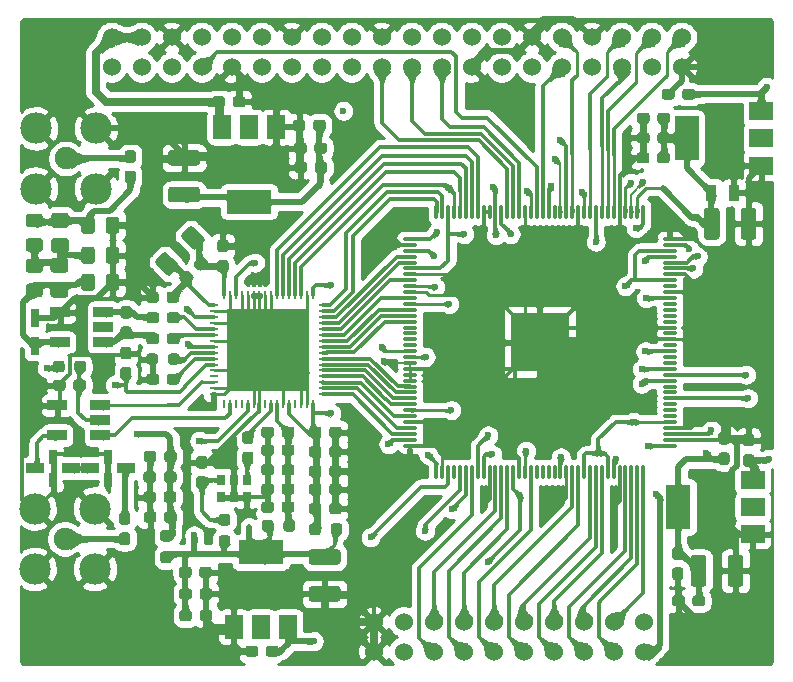
<source format=gtl>
%TF.GenerationSoftware,KiCad,Pcbnew,(5.1.8)-1*%
%TF.CreationDate,2021-04-21T20:08:09+02:00*%
%TF.ProjectId,Radioberry,52616469-6f62-4657-9272-792e6b696361,rev?*%
%TF.SameCoordinates,Original*%
%TF.FileFunction,Copper,L1,Top*%
%TF.FilePolarity,Positive*%
%FSLAX46Y46*%
G04 Gerber Fmt 4.6, Leading zero omitted, Abs format (unit mm)*
G04 Created by KiCad (PCBNEW (5.1.8)-1) date 2021-04-21 20:08:09*
%MOMM*%
%LPD*%
G01*
G04 APERTURE LIST*
%TA.AperFunction,SMDPad,CuDef*%
%ADD10R,0.889000X1.397000*%
%TD*%
%TA.AperFunction,SMDPad,CuDef*%
%ADD11R,1.651000X0.889000*%
%TD*%
%TA.AperFunction,SMDPad,CuDef*%
%ADD12R,0.635000X0.889000*%
%TD*%
%TA.AperFunction,SMDPad,CuDef*%
%ADD13R,1.524000X0.889000*%
%TD*%
%TA.AperFunction,SMDPad,CuDef*%
%ADD14R,0.635000X1.143000*%
%TD*%
%TA.AperFunction,SMDPad,CuDef*%
%ADD15R,0.800000X1.500000*%
%TD*%
%TA.AperFunction,ComponentPad*%
%ADD16C,0.500000*%
%TD*%
%TA.AperFunction,SMDPad,CuDef*%
%ADD17O,1.200000X0.280000*%
%TD*%
%TA.AperFunction,SMDPad,CuDef*%
%ADD18O,0.280000X1.200000*%
%TD*%
%TA.AperFunction,ComponentPad*%
%ADD19C,4.000000*%
%TD*%
%TA.AperFunction,SMDPad,CuDef*%
%ADD20R,5.000000X5.000000*%
%TD*%
%TA.AperFunction,ComponentPad*%
%ADD21C,3.000000*%
%TD*%
%TA.AperFunction,SMDPad,CuDef*%
%ADD22R,2.500000X2.500000*%
%TD*%
%TA.AperFunction,SMDPad,CuDef*%
%ADD23R,0.800000X0.250000*%
%TD*%
%TA.AperFunction,SMDPad,CuDef*%
%ADD24R,0.250000X0.800000*%
%TD*%
%TA.AperFunction,SMDPad,CuDef*%
%ADD25R,7.000000X7.000000*%
%TD*%
%TA.AperFunction,ComponentPad*%
%ADD26C,1.524000*%
%TD*%
%TA.AperFunction,SMDPad,CuDef*%
%ADD27R,2.000000X1.500000*%
%TD*%
%TA.AperFunction,SMDPad,CuDef*%
%ADD28R,2.000000X3.800000*%
%TD*%
%TA.AperFunction,SMDPad,CuDef*%
%ADD29R,1.500000X2.000000*%
%TD*%
%TA.AperFunction,SMDPad,CuDef*%
%ADD30R,3.800000X2.000000*%
%TD*%
%TA.AperFunction,ComponentPad*%
%ADD31C,1.905000*%
%TD*%
%TA.AperFunction,ComponentPad*%
%ADD32C,2.667000*%
%TD*%
%TA.AperFunction,ComponentPad*%
%ADD33C,5.300000*%
%TD*%
%TA.AperFunction,ViaPad*%
%ADD34C,0.600000*%
%TD*%
%TA.AperFunction,ViaPad*%
%ADD35C,0.602000*%
%TD*%
%TA.AperFunction,Conductor*%
%ADD36C,0.200000*%
%TD*%
%TA.AperFunction,Conductor*%
%ADD37C,0.300000*%
%TD*%
%TA.AperFunction,Conductor*%
%ADD38C,0.500000*%
%TD*%
%TA.AperFunction,Conductor*%
%ADD39C,0.250000*%
%TD*%
%TA.AperFunction,Conductor*%
%ADD40C,0.350000*%
%TD*%
%TA.AperFunction,Conductor*%
%ADD41C,0.700000*%
%TD*%
%TA.AperFunction,Conductor*%
%ADD42C,0.254000*%
%TD*%
%TA.AperFunction,Conductor*%
%ADD43C,0.100000*%
%TD*%
%TA.AperFunction,Conductor*%
%ADD44C,0.025400*%
%TD*%
G04 APERTURE END LIST*
D10*
%TO.P,R201,1*%
%TO.N,GND*%
X151052500Y-86400000D03*
%TO.P,R201,2*%
%TO.N,+1V2*%
X149147500Y-86400000D03*
%TD*%
D11*
%TO.P,T401,5*%
%TO.N,GND*%
X93751400Y-104394000D03*
%TO.P,T401,4*%
%TO.N,Net-(F402-Pad3)*%
X93751400Y-106934000D03*
%TO.P,T401,3*%
%TO.N,/Frontend/IOUT_N+*%
X97409000Y-106934000D03*
%TO.P,T401,2*%
%TO.N,Net-(C414-Pad1)*%
X97409000Y-105664000D03*
%TO.P,T401,1*%
%TO.N,/Frontend/IOUT_N-*%
X97409000Y-104394000D03*
%TD*%
D12*
%TO.P,X400,1*%
%TO.N,GND*%
X107619800Y-112191800D03*
%TO.P,X400,2*%
X108710600Y-112191800D03*
%TO.P,X400,3*%
X109804200Y-112191800D03*
%TO.P,X400,4*%
%TO.N,CLK*%
X109804200Y-110693200D03*
%TO.P,X400,5*%
%TO.N,GND*%
X108710600Y-110693200D03*
%TO.P,X400,6*%
%TO.N,Net-(C437-Pad2)*%
X107619800Y-110693200D03*
%TD*%
D11*
%TO.P,T402,5*%
%TO.N,GND*%
X94005400Y-96520000D03*
%TO.P,T402,4*%
%TO.N,Net-(C406-Pad1)*%
X94005400Y-99060000D03*
%TO.P,T402,3*%
%TO.N,Net-(C413-Pad1)*%
X97663000Y-99060000D03*
%TO.P,T402,2*%
%TO.N,Net-(T402-Pad2)*%
X97663000Y-97790000D03*
%TO.P,T402,1*%
%TO.N,Net-(C413-Pad2)*%
X97663000Y-96520000D03*
%TD*%
%TO.P,C419,1*%
%TO.N,/Frontend/CLKVDD*%
%TA.AperFunction,SMDPad,CuDef*%
G36*
G01*
X113839000Y-111268500D02*
X113839000Y-111743500D01*
G75*
G02*
X113601500Y-111981000I-237500J0D01*
G01*
X113001500Y-111981000D01*
G75*
G02*
X112764000Y-111743500I0J237500D01*
G01*
X112764000Y-111268500D01*
G75*
G02*
X113001500Y-111031000I237500J0D01*
G01*
X113601500Y-111031000D01*
G75*
G02*
X113839000Y-111268500I0J-237500D01*
G01*
G37*
%TD.AperFunction*%
%TO.P,C419,2*%
%TO.N,GND*%
%TA.AperFunction,SMDPad,CuDef*%
G36*
G01*
X112114000Y-111268500D02*
X112114000Y-111743500D01*
G75*
G02*
X111876500Y-111981000I-237500J0D01*
G01*
X111276500Y-111981000D01*
G75*
G02*
X111039000Y-111743500I0J237500D01*
G01*
X111039000Y-111268500D01*
G75*
G02*
X111276500Y-111031000I237500J0D01*
G01*
X111876500Y-111031000D01*
G75*
G02*
X112114000Y-111268500I0J-237500D01*
G01*
G37*
%TD.AperFunction*%
%TD*%
%TO.P,L402,2*%
%TO.N,Net-(C406-Pad1)*%
%TA.AperFunction,SMDPad,CuDef*%
G36*
G01*
X93456760Y-94030800D02*
X94452440Y-94030800D01*
G75*
G02*
X94716600Y-94294960I0J-264160D01*
G01*
X94716600Y-95036640D01*
G75*
G02*
X94452440Y-95300800I-264160J0D01*
G01*
X93456760Y-95300800D01*
G75*
G02*
X93192600Y-95036640I0J264160D01*
G01*
X93192600Y-94294960D01*
G75*
G02*
X93456760Y-94030800I264160J0D01*
G01*
G37*
%TD.AperFunction*%
%TO.P,L402,1*%
%TO.N,Net-(C404-Pad1)*%
%TA.AperFunction,SMDPad,CuDef*%
G36*
G01*
X93456760Y-91897200D02*
X94452440Y-91897200D01*
G75*
G02*
X94716600Y-92161360I0J-264160D01*
G01*
X94716600Y-92903040D01*
G75*
G02*
X94452440Y-93167200I-264160J0D01*
G01*
X93456760Y-93167200D01*
G75*
G02*
X93192600Y-92903040I0J264160D01*
G01*
X93192600Y-92161360D01*
G75*
G02*
X93456760Y-91897200I264160J0D01*
G01*
G37*
%TD.AperFunction*%
%TD*%
%TO.P,L401,2*%
%TO.N,Net-(C404-Pad1)*%
%TA.AperFunction,SMDPad,CuDef*%
G36*
G01*
X93502160Y-90231800D02*
X94497840Y-90231800D01*
G75*
G02*
X94762000Y-90495960I0J-264160D01*
G01*
X94762000Y-91237640D01*
G75*
G02*
X94497840Y-91501800I-264160J0D01*
G01*
X93502160Y-91501800D01*
G75*
G02*
X93238000Y-91237640I0J264160D01*
G01*
X93238000Y-90495960D01*
G75*
G02*
X93502160Y-90231800I264160J0D01*
G01*
G37*
%TD.AperFunction*%
%TO.P,L401,1*%
%TO.N,Net-(C401-Pad1)*%
%TA.AperFunction,SMDPad,CuDef*%
G36*
G01*
X93502160Y-88098200D02*
X94497840Y-88098200D01*
G75*
G02*
X94762000Y-88362360I0J-264160D01*
G01*
X94762000Y-89104040D01*
G75*
G02*
X94497840Y-89368200I-264160J0D01*
G01*
X93502160Y-89368200D01*
G75*
G02*
X93238000Y-89104040I0J264160D01*
G01*
X93238000Y-88362360D01*
G75*
G02*
X93502160Y-88098200I264160J0D01*
G01*
G37*
%TD.AperFunction*%
%TD*%
%TO.P,FB406,2*%
%TO.N,3V3B*%
%TA.AperFunction,SMDPad,CuDef*%
G36*
G01*
X107674600Y-115400200D02*
X108174600Y-115400200D01*
G75*
G02*
X108424600Y-115650200I0J-250000D01*
G01*
X108424600Y-116150200D01*
G75*
G02*
X108174600Y-116400200I-250000J0D01*
G01*
X107674600Y-116400200D01*
G75*
G02*
X107424600Y-116150200I0J250000D01*
G01*
X107424600Y-115650200D01*
G75*
G02*
X107674600Y-115400200I250000J0D01*
G01*
G37*
%TD.AperFunction*%
%TO.P,FB406,1*%
%TO.N,Net-(C437-Pad2)*%
%TA.AperFunction,SMDPad,CuDef*%
G36*
G01*
X107674600Y-113575200D02*
X108174600Y-113575200D01*
G75*
G02*
X108424600Y-113825200I0J-250000D01*
G01*
X108424600Y-114325200D01*
G75*
G02*
X108174600Y-114575200I-250000J0D01*
G01*
X107674600Y-114575200D01*
G75*
G02*
X107424600Y-114325200I0J250000D01*
G01*
X107424600Y-113825200D01*
G75*
G02*
X107674600Y-113575200I250000J0D01*
G01*
G37*
%TD.AperFunction*%
%TD*%
%TO.P,FB405,2*%
%TO.N,3V3B*%
%TA.AperFunction,SMDPad,CuDef*%
G36*
G01*
X102721600Y-116768000D02*
X103221600Y-116768000D01*
G75*
G02*
X103471600Y-117018000I0J-250000D01*
G01*
X103471600Y-117518000D01*
G75*
G02*
X103221600Y-117768000I-250000J0D01*
G01*
X102721600Y-117768000D01*
G75*
G02*
X102471600Y-117518000I0J250000D01*
G01*
X102471600Y-117018000D01*
G75*
G02*
X102721600Y-116768000I250000J0D01*
G01*
G37*
%TD.AperFunction*%
%TO.P,FB405,1*%
%TO.N,/Frontend/AVDD3*%
%TA.AperFunction,SMDPad,CuDef*%
G36*
G01*
X102721600Y-114943000D02*
X103221600Y-114943000D01*
G75*
G02*
X103471600Y-115193000I0J-250000D01*
G01*
X103471600Y-115693000D01*
G75*
G02*
X103221600Y-115943000I-250000J0D01*
G01*
X102721600Y-115943000D01*
G75*
G02*
X102471600Y-115693000I0J250000D01*
G01*
X102471600Y-115193000D01*
G75*
G02*
X102721600Y-114943000I250000J0D01*
G01*
G37*
%TD.AperFunction*%
%TD*%
%TO.P,FB404,2*%
%TO.N,3V3B*%
%TA.AperFunction,SMDPad,CuDef*%
G36*
G01*
X112087500Y-114350000D02*
X112087500Y-114850000D01*
G75*
G02*
X111837500Y-115100000I-250000J0D01*
G01*
X111337500Y-115100000D01*
G75*
G02*
X111087500Y-114850000I0J250000D01*
G01*
X111087500Y-114350000D01*
G75*
G02*
X111337500Y-114100000I250000J0D01*
G01*
X111837500Y-114100000D01*
G75*
G02*
X112087500Y-114350000I0J-250000D01*
G01*
G37*
%TD.AperFunction*%
%TO.P,FB404,1*%
%TO.N,/Frontend/CLKVDD*%
%TA.AperFunction,SMDPad,CuDef*%
G36*
G01*
X113912500Y-114350000D02*
X113912500Y-114850000D01*
G75*
G02*
X113662500Y-115100000I-250000J0D01*
G01*
X113162500Y-115100000D01*
G75*
G02*
X112912500Y-114850000I0J250000D01*
G01*
X112912500Y-114350000D01*
G75*
G02*
X113162500Y-114100000I250000J0D01*
G01*
X113662500Y-114100000D01*
G75*
G02*
X113912500Y-114350000I0J-250000D01*
G01*
G37*
%TD.AperFunction*%
%TD*%
%TO.P,FB402,2*%
%TO.N,3V3B*%
%TA.AperFunction,SMDPad,CuDef*%
G36*
G01*
X116912500Y-115150000D02*
X116912500Y-114650000D01*
G75*
G02*
X117162500Y-114400000I250000J0D01*
G01*
X117662500Y-114400000D01*
G75*
G02*
X117912500Y-114650000I0J-250000D01*
G01*
X117912500Y-115150000D01*
G75*
G02*
X117662500Y-115400000I-250000J0D01*
G01*
X117162500Y-115400000D01*
G75*
G02*
X116912500Y-115150000I0J250000D01*
G01*
G37*
%TD.AperFunction*%
%TO.P,FB402,1*%
%TO.N,/Frontend/DVDD*%
%TA.AperFunction,SMDPad,CuDef*%
G36*
G01*
X115087500Y-115150000D02*
X115087500Y-114650000D01*
G75*
G02*
X115337500Y-114400000I250000J0D01*
G01*
X115837500Y-114400000D01*
G75*
G02*
X116087500Y-114650000I0J-250000D01*
G01*
X116087500Y-115150000D01*
G75*
G02*
X115837500Y-115400000I-250000J0D01*
G01*
X115337500Y-115400000D01*
G75*
G02*
X115087500Y-115150000I0J250000D01*
G01*
G37*
%TD.AperFunction*%
%TD*%
%TO.P,FB401,2*%
%TO.N,Net-(C414-Pad1)*%
%TA.AperFunction,SMDPad,CuDef*%
G36*
G01*
X95207200Y-101367400D02*
X95207200Y-100867400D01*
G75*
G02*
X95457200Y-100617400I250000J0D01*
G01*
X95957200Y-100617400D01*
G75*
G02*
X96207200Y-100867400I0J-250000D01*
G01*
X96207200Y-101367400D01*
G75*
G02*
X95957200Y-101617400I-250000J0D01*
G01*
X95457200Y-101617400D01*
G75*
G02*
X95207200Y-101367400I0J250000D01*
G01*
G37*
%TD.AperFunction*%
%TO.P,FB401,1*%
%TO.N,3V3Rpi*%
%TA.AperFunction,SMDPad,CuDef*%
G36*
G01*
X93382200Y-101367400D02*
X93382200Y-100867400D01*
G75*
G02*
X93632200Y-100617400I250000J0D01*
G01*
X94132200Y-100617400D01*
G75*
G02*
X94382200Y-100867400I0J-250000D01*
G01*
X94382200Y-101367400D01*
G75*
G02*
X94132200Y-101617400I-250000J0D01*
G01*
X93632200Y-101617400D01*
G75*
G02*
X93382200Y-101367400I0J250000D01*
G01*
G37*
%TD.AperFunction*%
%TD*%
D13*
%TO.P,F402,1*%
%TO.N,Net-(F401-Pad3)*%
X94970600Y-109728000D03*
D14*
%TO.P,F402,2@1*%
%TO.N,GND*%
X93446662Y-108762800D03*
%TO.P,F402,2@2*%
X93446662Y-110693200D03*
D13*
%TO.P,F402,3*%
%TO.N,Net-(F402-Pad3)*%
X91922600Y-109728000D03*
%TD*%
%TO.P,F401,1*%
%TO.N,Net-(C402-Pad1)*%
X99568000Y-109728000D03*
D14*
%TO.P,F401,2@1*%
%TO.N,GND*%
X98044062Y-108762800D03*
%TO.P,F401,2@2*%
X98044062Y-110693200D03*
D13*
%TO.P,F401,3*%
%TO.N,Net-(F401-Pad3)*%
X96520000Y-109728000D03*
%TD*%
D15*
%TO.P,D401,2*%
%TO.N,GND*%
X91892120Y-97012760D03*
%TO.P,D401,1*%
%TO.N,Net-(C406-Pad1)*%
X91892120Y-99374960D03*
%TD*%
%TO.P,C408,2*%
%TO.N,Net-(C408-Pad2)*%
%TA.AperFunction,SMDPad,CuDef*%
G36*
G01*
X105248763Y-91148879D02*
X104329521Y-90229637D01*
G75*
G02*
X104329521Y-89876087I176775J176775D01*
G01*
X104912887Y-89292721D01*
G75*
G02*
X105266437Y-89292721I176775J-176775D01*
G01*
X106185679Y-90211963D01*
G75*
G02*
X106185679Y-90565513I-176775J-176775D01*
G01*
X105602313Y-91148879D01*
G75*
G02*
X105248763Y-91148879I-176775J176775D01*
G01*
G37*
%TD.AperFunction*%
%TO.P,C408,1*%
%TO.N,Net-(C408-Pad1)*%
%TA.AperFunction,SMDPad,CuDef*%
G36*
G01*
X103039055Y-93358587D02*
X102119813Y-92439345D01*
G75*
G02*
X102119813Y-92085795I176775J176775D01*
G01*
X102703179Y-91502429D01*
G75*
G02*
X103056729Y-91502429I176775J-176775D01*
G01*
X103975971Y-92421671D01*
G75*
G02*
X103975971Y-92775221I-176775J-176775D01*
G01*
X103392605Y-93358587D01*
G75*
G02*
X103039055Y-93358587I-176775J176775D01*
G01*
G37*
%TD.AperFunction*%
%TD*%
%TO.P,C407,1*%
%TO.N,Net-(C406-Pad1)*%
%TA.AperFunction,SMDPad,CuDef*%
G36*
G01*
X95784000Y-94455000D02*
X95784000Y-93505000D01*
G75*
G02*
X96034000Y-93255000I250000J0D01*
G01*
X96709000Y-93255000D01*
G75*
G02*
X96959000Y-93505000I0J-250000D01*
G01*
X96959000Y-94455000D01*
G75*
G02*
X96709000Y-94705000I-250000J0D01*
G01*
X96034000Y-94705000D01*
G75*
G02*
X95784000Y-94455000I0J250000D01*
G01*
G37*
%TD.AperFunction*%
%TO.P,C407,2*%
%TO.N,GND*%
%TA.AperFunction,SMDPad,CuDef*%
G36*
G01*
X97859000Y-94455000D02*
X97859000Y-93505000D01*
G75*
G02*
X98109000Y-93255000I250000J0D01*
G01*
X98784000Y-93255000D01*
G75*
G02*
X99034000Y-93505000I0J-250000D01*
G01*
X99034000Y-94455000D01*
G75*
G02*
X98784000Y-94705000I-250000J0D01*
G01*
X98109000Y-94705000D01*
G75*
G02*
X97859000Y-94455000I0J250000D01*
G01*
G37*
%TD.AperFunction*%
%TD*%
%TO.P,C406,1*%
%TO.N,Net-(C406-Pad1)*%
%TA.AperFunction,SMDPad,CuDef*%
G36*
G01*
X92296000Y-95253300D02*
X91346000Y-95253300D01*
G75*
G02*
X91096000Y-95003300I0J250000D01*
G01*
X91096000Y-94328300D01*
G75*
G02*
X91346000Y-94078300I250000J0D01*
G01*
X92296000Y-94078300D01*
G75*
G02*
X92546000Y-94328300I0J-250000D01*
G01*
X92546000Y-95003300D01*
G75*
G02*
X92296000Y-95253300I-250000J0D01*
G01*
G37*
%TD.AperFunction*%
%TO.P,C406,2*%
%TO.N,Net-(C404-Pad1)*%
%TA.AperFunction,SMDPad,CuDef*%
G36*
G01*
X92296000Y-93178300D02*
X91346000Y-93178300D01*
G75*
G02*
X91096000Y-92928300I0J250000D01*
G01*
X91096000Y-92253300D01*
G75*
G02*
X91346000Y-92003300I250000J0D01*
G01*
X92296000Y-92003300D01*
G75*
G02*
X92546000Y-92253300I0J-250000D01*
G01*
X92546000Y-92928300D01*
G75*
G02*
X92296000Y-93178300I-250000J0D01*
G01*
G37*
%TD.AperFunction*%
%TD*%
%TO.P,C405,1*%
%TO.N,Net-(C404-Pad1)*%
%TA.AperFunction,SMDPad,CuDef*%
G36*
G01*
X95784000Y-92169000D02*
X95784000Y-91219000D01*
G75*
G02*
X96034000Y-90969000I250000J0D01*
G01*
X96709000Y-90969000D01*
G75*
G02*
X96959000Y-91219000I0J-250000D01*
G01*
X96959000Y-92169000D01*
G75*
G02*
X96709000Y-92419000I-250000J0D01*
G01*
X96034000Y-92419000D01*
G75*
G02*
X95784000Y-92169000I0J250000D01*
G01*
G37*
%TD.AperFunction*%
%TO.P,C405,2*%
%TO.N,GND*%
%TA.AperFunction,SMDPad,CuDef*%
G36*
G01*
X97859000Y-92169000D02*
X97859000Y-91219000D01*
G75*
G02*
X98109000Y-90969000I250000J0D01*
G01*
X98784000Y-90969000D01*
G75*
G02*
X99034000Y-91219000I0J-250000D01*
G01*
X99034000Y-92169000D01*
G75*
G02*
X98784000Y-92419000I-250000J0D01*
G01*
X98109000Y-92419000D01*
G75*
G02*
X97859000Y-92169000I0J250000D01*
G01*
G37*
%TD.AperFunction*%
%TD*%
%TO.P,C404,1*%
%TO.N,Net-(C404-Pad1)*%
%TA.AperFunction,SMDPad,CuDef*%
G36*
G01*
X92296000Y-91414000D02*
X91346000Y-91414000D01*
G75*
G02*
X91096000Y-91164000I0J250000D01*
G01*
X91096000Y-90489000D01*
G75*
G02*
X91346000Y-90239000I250000J0D01*
G01*
X92296000Y-90239000D01*
G75*
G02*
X92546000Y-90489000I0J-250000D01*
G01*
X92546000Y-91164000D01*
G75*
G02*
X92296000Y-91414000I-250000J0D01*
G01*
G37*
%TD.AperFunction*%
%TO.P,C404,2*%
%TO.N,Net-(C401-Pad1)*%
%TA.AperFunction,SMDPad,CuDef*%
G36*
G01*
X92296000Y-89339000D02*
X91346000Y-89339000D01*
G75*
G02*
X91096000Y-89089000I0J250000D01*
G01*
X91096000Y-88414000D01*
G75*
G02*
X91346000Y-88164000I250000J0D01*
G01*
X92296000Y-88164000D01*
G75*
G02*
X92546000Y-88414000I0J-250000D01*
G01*
X92546000Y-89089000D01*
G75*
G02*
X92296000Y-89339000I-250000J0D01*
G01*
G37*
%TD.AperFunction*%
%TD*%
%TO.P,C403,1*%
%TO.N,Net-(C401-Pad1)*%
%TA.AperFunction,SMDPad,CuDef*%
G36*
G01*
X95784000Y-89629000D02*
X95784000Y-88679000D01*
G75*
G02*
X96034000Y-88429000I250000J0D01*
G01*
X96709000Y-88429000D01*
G75*
G02*
X96959000Y-88679000I0J-250000D01*
G01*
X96959000Y-89629000D01*
G75*
G02*
X96709000Y-89879000I-250000J0D01*
G01*
X96034000Y-89879000D01*
G75*
G02*
X95784000Y-89629000I0J250000D01*
G01*
G37*
%TD.AperFunction*%
%TO.P,C403,2*%
%TO.N,GND*%
%TA.AperFunction,SMDPad,CuDef*%
G36*
G01*
X97859000Y-89629000D02*
X97859000Y-88679000D01*
G75*
G02*
X98109000Y-88429000I250000J0D01*
G01*
X98784000Y-88429000D01*
G75*
G02*
X99034000Y-88679000I0J-250000D01*
G01*
X99034000Y-89629000D01*
G75*
G02*
X98784000Y-89879000I-250000J0D01*
G01*
X98109000Y-89879000D01*
G75*
G02*
X97859000Y-89629000I0J250000D01*
G01*
G37*
%TD.AperFunction*%
%TD*%
%TO.P,C220,2*%
%TO.N,GND*%
%TA.AperFunction,SMDPad,CuDef*%
G36*
G01*
X151635900Y-90127002D02*
X151635900Y-87926998D01*
G75*
G02*
X151885898Y-87677000I249998J0D01*
G01*
X152710902Y-87677000D01*
G75*
G02*
X152960900Y-87926998I0J-249998D01*
G01*
X152960900Y-90127002D01*
G75*
G02*
X152710902Y-90377000I-249998J0D01*
G01*
X151885898Y-90377000D01*
G75*
G02*
X151635900Y-90127002I0J249998D01*
G01*
G37*
%TD.AperFunction*%
%TO.P,C220,1*%
%TO.N,+1V2*%
%TA.AperFunction,SMDPad,CuDef*%
G36*
G01*
X148510900Y-90127002D02*
X148510900Y-87926998D01*
G75*
G02*
X148760898Y-87677000I249998J0D01*
G01*
X149585902Y-87677000D01*
G75*
G02*
X149835900Y-87926998I0J-249998D01*
G01*
X149835900Y-90127002D01*
G75*
G02*
X149585902Y-90377000I-249998J0D01*
G01*
X148760898Y-90377000D01*
G75*
G02*
X148510900Y-90127002I0J249998D01*
G01*
G37*
%TD.AperFunction*%
%TD*%
%TO.P,C215,2*%
%TO.N,GND*%
%TA.AperFunction,SMDPad,CuDef*%
G36*
G01*
X105600002Y-84100000D02*
X103399998Y-84100000D01*
G75*
G02*
X103150000Y-83850002I0J249998D01*
G01*
X103150000Y-83024998D01*
G75*
G02*
X103399998Y-82775000I249998J0D01*
G01*
X105600002Y-82775000D01*
G75*
G02*
X105850000Y-83024998I0J-249998D01*
G01*
X105850000Y-83850002D01*
G75*
G02*
X105600002Y-84100000I-249998J0D01*
G01*
G37*
%TD.AperFunction*%
%TO.P,C215,1*%
%TO.N,+3V3*%
%TA.AperFunction,SMDPad,CuDef*%
G36*
G01*
X105600002Y-87225000D02*
X103399998Y-87225000D01*
G75*
G02*
X103150000Y-86975002I0J249998D01*
G01*
X103150000Y-86149998D01*
G75*
G02*
X103399998Y-85900000I249998J0D01*
G01*
X105600002Y-85900000D01*
G75*
G02*
X105850000Y-86149998I0J-249998D01*
G01*
X105850000Y-86975002D01*
G75*
G02*
X105600002Y-87225000I-249998J0D01*
G01*
G37*
%TD.AperFunction*%
%TD*%
%TO.P,C214,2*%
%TO.N,GND*%
%TA.AperFunction,SMDPad,CuDef*%
G36*
G01*
X115299998Y-119700000D02*
X117500002Y-119700000D01*
G75*
G02*
X117750000Y-119949998I0J-249998D01*
G01*
X117750000Y-120775002D01*
G75*
G02*
X117500002Y-121025000I-249998J0D01*
G01*
X115299998Y-121025000D01*
G75*
G02*
X115050000Y-120775002I0J249998D01*
G01*
X115050000Y-119949998D01*
G75*
G02*
X115299998Y-119700000I249998J0D01*
G01*
G37*
%TD.AperFunction*%
%TO.P,C214,1*%
%TO.N,3V3B*%
%TA.AperFunction,SMDPad,CuDef*%
G36*
G01*
X115299998Y-116575000D02*
X117500002Y-116575000D01*
G75*
G02*
X117750000Y-116824998I0J-249998D01*
G01*
X117750000Y-117650002D01*
G75*
G02*
X117500002Y-117900000I-249998J0D01*
G01*
X115299998Y-117900000D01*
G75*
G02*
X115050000Y-117650002I0J249998D01*
G01*
X115050000Y-116824998D01*
G75*
G02*
X115299998Y-116575000I249998J0D01*
G01*
G37*
%TD.AperFunction*%
%TD*%
%TO.P,C213,2*%
%TO.N,GND*%
%TA.AperFunction,SMDPad,CuDef*%
G36*
G01*
X150531400Y-119514802D02*
X150531400Y-117314798D01*
G75*
G02*
X150781398Y-117064800I249998J0D01*
G01*
X151606402Y-117064800D01*
G75*
G02*
X151856400Y-117314798I0J-249998D01*
G01*
X151856400Y-119514802D01*
G75*
G02*
X151606402Y-119764800I-249998J0D01*
G01*
X150781398Y-119764800D01*
G75*
G02*
X150531400Y-119514802I0J249998D01*
G01*
G37*
%TD.AperFunction*%
%TO.P,C213,1*%
%TO.N,+2V5*%
%TA.AperFunction,SMDPad,CuDef*%
G36*
G01*
X147406400Y-119514802D02*
X147406400Y-117314798D01*
G75*
G02*
X147656398Y-117064800I249998J0D01*
G01*
X148481402Y-117064800D01*
G75*
G02*
X148731400Y-117314798I0J-249998D01*
G01*
X148731400Y-119514802D01*
G75*
G02*
X148481402Y-119764800I-249998J0D01*
G01*
X147656398Y-119764800D01*
G75*
G02*
X147406400Y-119514802I0J249998D01*
G01*
G37*
%TD.AperFunction*%
%TD*%
%TO.P,C217,1*%
%TO.N,+1V2*%
%TA.AperFunction,SMDPad,CuDef*%
G36*
G01*
X145647700Y-79848700D02*
X145647700Y-80323700D01*
G75*
G02*
X145410200Y-80561200I-237500J0D01*
G01*
X144810200Y-80561200D01*
G75*
G02*
X144572700Y-80323700I0J237500D01*
G01*
X144572700Y-79848700D01*
G75*
G02*
X144810200Y-79611200I237500J0D01*
G01*
X145410200Y-79611200D01*
G75*
G02*
X145647700Y-79848700I0J-237500D01*
G01*
G37*
%TD.AperFunction*%
%TO.P,C217,2*%
%TO.N,GND*%
%TA.AperFunction,SMDPad,CuDef*%
G36*
G01*
X143922700Y-79848700D02*
X143922700Y-80323700D01*
G75*
G02*
X143685200Y-80561200I-237500J0D01*
G01*
X143085200Y-80561200D01*
G75*
G02*
X142847700Y-80323700I0J237500D01*
G01*
X142847700Y-79848700D01*
G75*
G02*
X143085200Y-79611200I237500J0D01*
G01*
X143685200Y-79611200D01*
G75*
G02*
X143922700Y-79848700I0J-237500D01*
G01*
G37*
%TD.AperFunction*%
%TD*%
%TO.P,C211,1*%
%TO.N,3V3B*%
%TA.AperFunction,SMDPad,CuDef*%
G36*
G01*
X104085100Y-122436900D02*
X104085100Y-121961900D01*
G75*
G02*
X104322600Y-121724400I237500J0D01*
G01*
X104922600Y-121724400D01*
G75*
G02*
X105160100Y-121961900I0J-237500D01*
G01*
X105160100Y-122436900D01*
G75*
G02*
X104922600Y-122674400I-237500J0D01*
G01*
X104322600Y-122674400D01*
G75*
G02*
X104085100Y-122436900I0J237500D01*
G01*
G37*
%TD.AperFunction*%
%TO.P,C211,2*%
%TO.N,GND*%
%TA.AperFunction,SMDPad,CuDef*%
G36*
G01*
X105810100Y-122436900D02*
X105810100Y-121961900D01*
G75*
G02*
X106047600Y-121724400I237500J0D01*
G01*
X106647600Y-121724400D01*
G75*
G02*
X106885100Y-121961900I0J-237500D01*
G01*
X106885100Y-122436900D01*
G75*
G02*
X106647600Y-122674400I-237500J0D01*
G01*
X106047600Y-122674400D01*
G75*
G02*
X105810100Y-122436900I0J237500D01*
G01*
G37*
%TD.AperFunction*%
%TD*%
%TO.P,R403,1*%
%TO.N,Net-(IC401-Pad41)*%
%TA.AperFunction,SMDPad,CuDef*%
G36*
G01*
X104119500Y-100244900D02*
X104119500Y-100719900D01*
G75*
G02*
X103882000Y-100957400I-237500J0D01*
G01*
X103382000Y-100957400D01*
G75*
G02*
X103144500Y-100719900I0J237500D01*
G01*
X103144500Y-100244900D01*
G75*
G02*
X103382000Y-100007400I237500J0D01*
G01*
X103882000Y-100007400D01*
G75*
G02*
X104119500Y-100244900I0J-237500D01*
G01*
G37*
%TD.AperFunction*%
%TO.P,R403,2*%
%TO.N,GND*%
%TA.AperFunction,SMDPad,CuDef*%
G36*
G01*
X102294500Y-100244900D02*
X102294500Y-100719900D01*
G75*
G02*
X102057000Y-100957400I-237500J0D01*
G01*
X101557000Y-100957400D01*
G75*
G02*
X101319500Y-100719900I0J237500D01*
G01*
X101319500Y-100244900D01*
G75*
G02*
X101557000Y-100007400I237500J0D01*
G01*
X102057000Y-100007400D01*
G75*
G02*
X102294500Y-100244900I0J-237500D01*
G01*
G37*
%TD.AperFunction*%
%TD*%
%TO.P,C438,1*%
%TO.N,Net-(C438-Pad1)*%
%TA.AperFunction,SMDPad,CuDef*%
G36*
G01*
X109662500Y-106600000D02*
X110137500Y-106600000D01*
G75*
G02*
X110375000Y-106837500I0J-237500D01*
G01*
X110375000Y-107437500D01*
G75*
G02*
X110137500Y-107675000I-237500J0D01*
G01*
X109662500Y-107675000D01*
G75*
G02*
X109425000Y-107437500I0J237500D01*
G01*
X109425000Y-106837500D01*
G75*
G02*
X109662500Y-106600000I237500J0D01*
G01*
G37*
%TD.AperFunction*%
%TO.P,C438,2*%
%TO.N,CLK*%
%TA.AperFunction,SMDPad,CuDef*%
G36*
G01*
X109662500Y-108325000D02*
X110137500Y-108325000D01*
G75*
G02*
X110375000Y-108562500I0J-237500D01*
G01*
X110375000Y-109162500D01*
G75*
G02*
X110137500Y-109400000I-237500J0D01*
G01*
X109662500Y-109400000D01*
G75*
G02*
X109425000Y-109162500I0J237500D01*
G01*
X109425000Y-108562500D01*
G75*
G02*
X109662500Y-108325000I237500J0D01*
G01*
G37*
%TD.AperFunction*%
%TD*%
%TO.P,C437,1*%
%TO.N,GND*%
%TA.AperFunction,SMDPad,CuDef*%
G36*
G01*
X105756700Y-108683600D02*
X106231700Y-108683600D01*
G75*
G02*
X106469200Y-108921100I0J-237500D01*
G01*
X106469200Y-109521100D01*
G75*
G02*
X106231700Y-109758600I-237500J0D01*
G01*
X105756700Y-109758600D01*
G75*
G02*
X105519200Y-109521100I0J237500D01*
G01*
X105519200Y-108921100D01*
G75*
G02*
X105756700Y-108683600I237500J0D01*
G01*
G37*
%TD.AperFunction*%
%TO.P,C437,2*%
%TO.N,Net-(C437-Pad2)*%
%TA.AperFunction,SMDPad,CuDef*%
G36*
G01*
X105756700Y-110408600D02*
X106231700Y-110408600D01*
G75*
G02*
X106469200Y-110646100I0J-237500D01*
G01*
X106469200Y-111246100D01*
G75*
G02*
X106231700Y-111483600I-237500J0D01*
G01*
X105756700Y-111483600D01*
G75*
G02*
X105519200Y-111246100I0J237500D01*
G01*
X105519200Y-110646100D01*
G75*
G02*
X105756700Y-110408600I237500J0D01*
G01*
G37*
%TD.AperFunction*%
%TD*%
%TO.P,C436,1*%
%TO.N,/Frontend/AVDD3*%
%TA.AperFunction,SMDPad,CuDef*%
G36*
G01*
X103887900Y-113630700D02*
X103887900Y-114105700D01*
G75*
G02*
X103650400Y-114343200I-237500J0D01*
G01*
X103050400Y-114343200D01*
G75*
G02*
X102812900Y-114105700I0J237500D01*
G01*
X102812900Y-113630700D01*
G75*
G02*
X103050400Y-113393200I237500J0D01*
G01*
X103650400Y-113393200D01*
G75*
G02*
X103887900Y-113630700I0J-237500D01*
G01*
G37*
%TD.AperFunction*%
%TO.P,C436,2*%
%TO.N,GND*%
%TA.AperFunction,SMDPad,CuDef*%
G36*
G01*
X102162900Y-113630700D02*
X102162900Y-114105700D01*
G75*
G02*
X101925400Y-114343200I-237500J0D01*
G01*
X101325400Y-114343200D01*
G75*
G02*
X101087900Y-114105700I0J237500D01*
G01*
X101087900Y-113630700D01*
G75*
G02*
X101325400Y-113393200I237500J0D01*
G01*
X101925400Y-113393200D01*
G75*
G02*
X102162900Y-113630700I0J-237500D01*
G01*
G37*
%TD.AperFunction*%
%TD*%
%TO.P,C435,1*%
%TO.N,/Frontend/CLKVDD*%
%TA.AperFunction,SMDPad,CuDef*%
G36*
G01*
X113839000Y-112792500D02*
X113839000Y-113267500D01*
G75*
G02*
X113601500Y-113505000I-237500J0D01*
G01*
X113001500Y-113505000D01*
G75*
G02*
X112764000Y-113267500I0J237500D01*
G01*
X112764000Y-112792500D01*
G75*
G02*
X113001500Y-112555000I237500J0D01*
G01*
X113601500Y-112555000D01*
G75*
G02*
X113839000Y-112792500I0J-237500D01*
G01*
G37*
%TD.AperFunction*%
%TO.P,C435,2*%
%TO.N,GND*%
%TA.AperFunction,SMDPad,CuDef*%
G36*
G01*
X112114000Y-112792500D02*
X112114000Y-113267500D01*
G75*
G02*
X111876500Y-113505000I-237500J0D01*
G01*
X111276500Y-113505000D01*
G75*
G02*
X111039000Y-113267500I0J237500D01*
G01*
X111039000Y-112792500D01*
G75*
G02*
X111276500Y-112555000I237500J0D01*
G01*
X111876500Y-112555000D01*
G75*
G02*
X112114000Y-112792500I0J-237500D01*
G01*
G37*
%TD.AperFunction*%
%TD*%
%TO.P,C433,1*%
%TO.N,/Frontend/DVDD*%
%TA.AperFunction,SMDPad,CuDef*%
G36*
G01*
X115059000Y-113394500D02*
X115059000Y-112919500D01*
G75*
G02*
X115296500Y-112682000I237500J0D01*
G01*
X115896500Y-112682000D01*
G75*
G02*
X116134000Y-112919500I0J-237500D01*
G01*
X116134000Y-113394500D01*
G75*
G02*
X115896500Y-113632000I-237500J0D01*
G01*
X115296500Y-113632000D01*
G75*
G02*
X115059000Y-113394500I0J237500D01*
G01*
G37*
%TD.AperFunction*%
%TO.P,C433,2*%
%TO.N,GND*%
%TA.AperFunction,SMDPad,CuDef*%
G36*
G01*
X116784000Y-113394500D02*
X116784000Y-112919500D01*
G75*
G02*
X117021500Y-112682000I237500J0D01*
G01*
X117621500Y-112682000D01*
G75*
G02*
X117859000Y-112919500I0J-237500D01*
G01*
X117859000Y-113394500D01*
G75*
G02*
X117621500Y-113632000I-237500J0D01*
G01*
X117021500Y-113632000D01*
G75*
G02*
X116784000Y-113394500I0J237500D01*
G01*
G37*
%TD.AperFunction*%
%TD*%
%TO.P,C432,1*%
%TO.N,/Frontend/AVDD3*%
%TA.AperFunction,SMDPad,CuDef*%
G36*
G01*
X103850000Y-111928900D02*
X103850000Y-112403900D01*
G75*
G02*
X103612500Y-112641400I-237500J0D01*
G01*
X103012500Y-112641400D01*
G75*
G02*
X102775000Y-112403900I0J237500D01*
G01*
X102775000Y-111928900D01*
G75*
G02*
X103012500Y-111691400I237500J0D01*
G01*
X103612500Y-111691400D01*
G75*
G02*
X103850000Y-111928900I0J-237500D01*
G01*
G37*
%TD.AperFunction*%
%TO.P,C432,2*%
%TO.N,GND*%
%TA.AperFunction,SMDPad,CuDef*%
G36*
G01*
X102125000Y-111928900D02*
X102125000Y-112403900D01*
G75*
G02*
X101887500Y-112641400I-237500J0D01*
G01*
X101287500Y-112641400D01*
G75*
G02*
X101050000Y-112403900I0J237500D01*
G01*
X101050000Y-111928900D01*
G75*
G02*
X101287500Y-111691400I237500J0D01*
G01*
X101887500Y-111691400D01*
G75*
G02*
X102125000Y-111928900I0J-237500D01*
G01*
G37*
%TD.AperFunction*%
%TD*%
%TO.P,C431,1*%
%TO.N,/Frontend/CLKVDD*%
%TA.AperFunction,SMDPad,CuDef*%
G36*
G01*
X113839000Y-106442500D02*
X113839000Y-106917500D01*
G75*
G02*
X113601500Y-107155000I-237500J0D01*
G01*
X113001500Y-107155000D01*
G75*
G02*
X112764000Y-106917500I0J237500D01*
G01*
X112764000Y-106442500D01*
G75*
G02*
X113001500Y-106205000I237500J0D01*
G01*
X113601500Y-106205000D01*
G75*
G02*
X113839000Y-106442500I0J-237500D01*
G01*
G37*
%TD.AperFunction*%
%TO.P,C431,2*%
%TO.N,GND*%
%TA.AperFunction,SMDPad,CuDef*%
G36*
G01*
X112114000Y-106442500D02*
X112114000Y-106917500D01*
G75*
G02*
X111876500Y-107155000I-237500J0D01*
G01*
X111276500Y-107155000D01*
G75*
G02*
X111039000Y-106917500I0J237500D01*
G01*
X111039000Y-106442500D01*
G75*
G02*
X111276500Y-106205000I237500J0D01*
G01*
X111876500Y-106205000D01*
G75*
G02*
X112114000Y-106442500I0J-237500D01*
G01*
G37*
%TD.AperFunction*%
%TD*%
%TO.P,C429,1*%
%TO.N,/Frontend/DVDD*%
%TA.AperFunction,SMDPad,CuDef*%
G36*
G01*
X115059000Y-111743500D02*
X115059000Y-111268500D01*
G75*
G02*
X115296500Y-111031000I237500J0D01*
G01*
X115896500Y-111031000D01*
G75*
G02*
X116134000Y-111268500I0J-237500D01*
G01*
X116134000Y-111743500D01*
G75*
G02*
X115896500Y-111981000I-237500J0D01*
G01*
X115296500Y-111981000D01*
G75*
G02*
X115059000Y-111743500I0J237500D01*
G01*
G37*
%TD.AperFunction*%
%TO.P,C429,2*%
%TO.N,GND*%
%TA.AperFunction,SMDPad,CuDef*%
G36*
G01*
X116784000Y-111743500D02*
X116784000Y-111268500D01*
G75*
G02*
X117021500Y-111031000I237500J0D01*
G01*
X117621500Y-111031000D01*
G75*
G02*
X117859000Y-111268500I0J-237500D01*
G01*
X117859000Y-111743500D01*
G75*
G02*
X117621500Y-111981000I-237500J0D01*
G01*
X117021500Y-111981000D01*
G75*
G02*
X116784000Y-111743500I0J237500D01*
G01*
G37*
%TD.AperFunction*%
%TD*%
%TO.P,C428,1*%
%TO.N,/Frontend/AVDD3*%
%TA.AperFunction,SMDPad,CuDef*%
G36*
G01*
X99805500Y-102236900D02*
X99330500Y-102236900D01*
G75*
G02*
X99093000Y-101999400I0J237500D01*
G01*
X99093000Y-101399400D01*
G75*
G02*
X99330500Y-101161900I237500J0D01*
G01*
X99805500Y-101161900D01*
G75*
G02*
X100043000Y-101399400I0J-237500D01*
G01*
X100043000Y-101999400D01*
G75*
G02*
X99805500Y-102236900I-237500J0D01*
G01*
G37*
%TD.AperFunction*%
%TO.P,C428,2*%
%TO.N,GND*%
%TA.AperFunction,SMDPad,CuDef*%
G36*
G01*
X99805500Y-100511900D02*
X99330500Y-100511900D01*
G75*
G02*
X99093000Y-100274400I0J237500D01*
G01*
X99093000Y-99674400D01*
G75*
G02*
X99330500Y-99436900I237500J0D01*
G01*
X99805500Y-99436900D01*
G75*
G02*
X100043000Y-99674400I0J-237500D01*
G01*
X100043000Y-100274400D01*
G75*
G02*
X99805500Y-100511900I-237500J0D01*
G01*
G37*
%TD.AperFunction*%
%TD*%
%TO.P,C427,1*%
%TO.N,/Frontend/CLKVDD*%
%TA.AperFunction,SMDPad,CuDef*%
G36*
G01*
X113839000Y-107966500D02*
X113839000Y-108441500D01*
G75*
G02*
X113601500Y-108679000I-237500J0D01*
G01*
X113001500Y-108679000D01*
G75*
G02*
X112764000Y-108441500I0J237500D01*
G01*
X112764000Y-107966500D01*
G75*
G02*
X113001500Y-107729000I237500J0D01*
G01*
X113601500Y-107729000D01*
G75*
G02*
X113839000Y-107966500I0J-237500D01*
G01*
G37*
%TD.AperFunction*%
%TO.P,C427,2*%
%TO.N,GND*%
%TA.AperFunction,SMDPad,CuDef*%
G36*
G01*
X112114000Y-107966500D02*
X112114000Y-108441500D01*
G75*
G02*
X111876500Y-108679000I-237500J0D01*
G01*
X111276500Y-108679000D01*
G75*
G02*
X111039000Y-108441500I0J237500D01*
G01*
X111039000Y-107966500D01*
G75*
G02*
X111276500Y-107729000I237500J0D01*
G01*
X111876500Y-107729000D01*
G75*
G02*
X112114000Y-107966500I0J-237500D01*
G01*
G37*
%TD.AperFunction*%
%TD*%
%TO.P,C425,1*%
%TO.N,/Frontend/DVDD*%
%TA.AperFunction,SMDPad,CuDef*%
G36*
G01*
X115059000Y-110219500D02*
X115059000Y-109744500D01*
G75*
G02*
X115296500Y-109507000I237500J0D01*
G01*
X115896500Y-109507000D01*
G75*
G02*
X116134000Y-109744500I0J-237500D01*
G01*
X116134000Y-110219500D01*
G75*
G02*
X115896500Y-110457000I-237500J0D01*
G01*
X115296500Y-110457000D01*
G75*
G02*
X115059000Y-110219500I0J237500D01*
G01*
G37*
%TD.AperFunction*%
%TO.P,C425,2*%
%TO.N,GND*%
%TA.AperFunction,SMDPad,CuDef*%
G36*
G01*
X116784000Y-110219500D02*
X116784000Y-109744500D01*
G75*
G02*
X117021500Y-109507000I237500J0D01*
G01*
X117621500Y-109507000D01*
G75*
G02*
X117859000Y-109744500I0J-237500D01*
G01*
X117859000Y-110219500D01*
G75*
G02*
X117621500Y-110457000I-237500J0D01*
G01*
X117021500Y-110457000D01*
G75*
G02*
X116784000Y-110219500I0J237500D01*
G01*
G37*
%TD.AperFunction*%
%TD*%
%TO.P,C424,1*%
%TO.N,/Frontend/AVDD3*%
%TA.AperFunction,SMDPad,CuDef*%
G36*
G01*
X103863600Y-110227100D02*
X103863600Y-110702100D01*
G75*
G02*
X103626100Y-110939600I-237500J0D01*
G01*
X103026100Y-110939600D01*
G75*
G02*
X102788600Y-110702100I0J237500D01*
G01*
X102788600Y-110227100D01*
G75*
G02*
X103026100Y-109989600I237500J0D01*
G01*
X103626100Y-109989600D01*
G75*
G02*
X103863600Y-110227100I0J-237500D01*
G01*
G37*
%TD.AperFunction*%
%TO.P,C424,2*%
%TO.N,GND*%
%TA.AperFunction,SMDPad,CuDef*%
G36*
G01*
X102138600Y-110227100D02*
X102138600Y-110702100D01*
G75*
G02*
X101901100Y-110939600I-237500J0D01*
G01*
X101301100Y-110939600D01*
G75*
G02*
X101063600Y-110702100I0J237500D01*
G01*
X101063600Y-110227100D01*
G75*
G02*
X101301100Y-109989600I237500J0D01*
G01*
X101901100Y-109989600D01*
G75*
G02*
X102138600Y-110227100I0J-237500D01*
G01*
G37*
%TD.AperFunction*%
%TD*%
%TO.P,C423,1*%
%TO.N,/Frontend/CLKVDD*%
%TA.AperFunction,SMDPad,CuDef*%
G36*
G01*
X113839000Y-109617500D02*
X113839000Y-110092500D01*
G75*
G02*
X113601500Y-110330000I-237500J0D01*
G01*
X113001500Y-110330000D01*
G75*
G02*
X112764000Y-110092500I0J237500D01*
G01*
X112764000Y-109617500D01*
G75*
G02*
X113001500Y-109380000I237500J0D01*
G01*
X113601500Y-109380000D01*
G75*
G02*
X113839000Y-109617500I0J-237500D01*
G01*
G37*
%TD.AperFunction*%
%TO.P,C423,2*%
%TO.N,GND*%
%TA.AperFunction,SMDPad,CuDef*%
G36*
G01*
X112114000Y-109617500D02*
X112114000Y-110092500D01*
G75*
G02*
X111876500Y-110330000I-237500J0D01*
G01*
X111276500Y-110330000D01*
G75*
G02*
X111039000Y-110092500I0J237500D01*
G01*
X111039000Y-109617500D01*
G75*
G02*
X111276500Y-109380000I237500J0D01*
G01*
X111876500Y-109380000D01*
G75*
G02*
X112114000Y-109617500I0J-237500D01*
G01*
G37*
%TD.AperFunction*%
%TD*%
%TO.P,C421,1*%
%TO.N,/Frontend/DVDD*%
%TA.AperFunction,SMDPad,CuDef*%
G36*
G01*
X115059000Y-108568500D02*
X115059000Y-108093500D01*
G75*
G02*
X115296500Y-107856000I237500J0D01*
G01*
X115896500Y-107856000D01*
G75*
G02*
X116134000Y-108093500I0J-237500D01*
G01*
X116134000Y-108568500D01*
G75*
G02*
X115896500Y-108806000I-237500J0D01*
G01*
X115296500Y-108806000D01*
G75*
G02*
X115059000Y-108568500I0J237500D01*
G01*
G37*
%TD.AperFunction*%
%TO.P,C421,2*%
%TO.N,GND*%
%TA.AperFunction,SMDPad,CuDef*%
G36*
G01*
X116784000Y-108568500D02*
X116784000Y-108093500D01*
G75*
G02*
X117021500Y-107856000I237500J0D01*
G01*
X117621500Y-107856000D01*
G75*
G02*
X117859000Y-108093500I0J-237500D01*
G01*
X117859000Y-108568500D01*
G75*
G02*
X117621500Y-108806000I-237500J0D01*
G01*
X117021500Y-108806000D01*
G75*
G02*
X116784000Y-108568500I0J237500D01*
G01*
G37*
%TD.AperFunction*%
%TD*%
%TO.P,C420,1*%
%TO.N,/Frontend/AVDD3*%
%TA.AperFunction,SMDPad,CuDef*%
G36*
G01*
X103890100Y-108499900D02*
X103890100Y-108974900D01*
G75*
G02*
X103652600Y-109212400I-237500J0D01*
G01*
X103052600Y-109212400D01*
G75*
G02*
X102815100Y-108974900I0J237500D01*
G01*
X102815100Y-108499900D01*
G75*
G02*
X103052600Y-108262400I237500J0D01*
G01*
X103652600Y-108262400D01*
G75*
G02*
X103890100Y-108499900I0J-237500D01*
G01*
G37*
%TD.AperFunction*%
%TO.P,C420,2*%
%TO.N,GND*%
%TA.AperFunction,SMDPad,CuDef*%
G36*
G01*
X102165100Y-108499900D02*
X102165100Y-108974900D01*
G75*
G02*
X101927600Y-109212400I-237500J0D01*
G01*
X101327600Y-109212400D01*
G75*
G02*
X101090100Y-108974900I0J237500D01*
G01*
X101090100Y-108499900D01*
G75*
G02*
X101327600Y-108262400I237500J0D01*
G01*
X101927600Y-108262400D01*
G75*
G02*
X102165100Y-108499900I0J-237500D01*
G01*
G37*
%TD.AperFunction*%
%TD*%
%TO.P,C417,1*%
%TO.N,/Frontend/DVDD*%
%TA.AperFunction,SMDPad,CuDef*%
G36*
G01*
X115059000Y-106917500D02*
X115059000Y-106442500D01*
G75*
G02*
X115296500Y-106205000I237500J0D01*
G01*
X115896500Y-106205000D01*
G75*
G02*
X116134000Y-106442500I0J-237500D01*
G01*
X116134000Y-106917500D01*
G75*
G02*
X115896500Y-107155000I-237500J0D01*
G01*
X115296500Y-107155000D01*
G75*
G02*
X115059000Y-106917500I0J237500D01*
G01*
G37*
%TD.AperFunction*%
%TO.P,C417,2*%
%TO.N,GND*%
%TA.AperFunction,SMDPad,CuDef*%
G36*
G01*
X116784000Y-106917500D02*
X116784000Y-106442500D01*
G75*
G02*
X117021500Y-106205000I237500J0D01*
G01*
X117621500Y-106205000D01*
G75*
G02*
X117859000Y-106442500I0J-237500D01*
G01*
X117859000Y-106917500D01*
G75*
G02*
X117621500Y-107155000I-237500J0D01*
G01*
X117021500Y-107155000D01*
G75*
G02*
X116784000Y-106917500I0J237500D01*
G01*
G37*
%TD.AperFunction*%
%TD*%
%TO.P,C416,1*%
%TO.N,/Frontend/RX-*%
%TA.AperFunction,SMDPad,CuDef*%
G36*
G01*
X104118700Y-96739700D02*
X104118700Y-97214700D01*
G75*
G02*
X103881200Y-97452200I-237500J0D01*
G01*
X103281200Y-97452200D01*
G75*
G02*
X103043700Y-97214700I0J237500D01*
G01*
X103043700Y-96739700D01*
G75*
G02*
X103281200Y-96502200I237500J0D01*
G01*
X103881200Y-96502200D01*
G75*
G02*
X104118700Y-96739700I0J-237500D01*
G01*
G37*
%TD.AperFunction*%
%TO.P,C416,2*%
%TO.N,Net-(C413-Pad2)*%
%TA.AperFunction,SMDPad,CuDef*%
G36*
G01*
X102393700Y-96739700D02*
X102393700Y-97214700D01*
G75*
G02*
X102156200Y-97452200I-237500J0D01*
G01*
X101556200Y-97452200D01*
G75*
G02*
X101318700Y-97214700I0J237500D01*
G01*
X101318700Y-96739700D01*
G75*
G02*
X101556200Y-96502200I237500J0D01*
G01*
X102156200Y-96502200D01*
G75*
G02*
X102393700Y-96739700I0J-237500D01*
G01*
G37*
%TD.AperFunction*%
%TD*%
%TO.P,C415,1*%
%TO.N,/Frontend/RX+*%
%TA.AperFunction,SMDPad,CuDef*%
G36*
G01*
X104118700Y-98517700D02*
X104118700Y-98992700D01*
G75*
G02*
X103881200Y-99230200I-237500J0D01*
G01*
X103281200Y-99230200D01*
G75*
G02*
X103043700Y-98992700I0J237500D01*
G01*
X103043700Y-98517700D01*
G75*
G02*
X103281200Y-98280200I237500J0D01*
G01*
X103881200Y-98280200D01*
G75*
G02*
X104118700Y-98517700I0J-237500D01*
G01*
G37*
%TD.AperFunction*%
%TO.P,C415,2*%
%TO.N,Net-(C413-Pad1)*%
%TA.AperFunction,SMDPad,CuDef*%
G36*
G01*
X102393700Y-98517700D02*
X102393700Y-98992700D01*
G75*
G02*
X102156200Y-99230200I-237500J0D01*
G01*
X101556200Y-99230200D01*
G75*
G02*
X101318700Y-98992700I0J237500D01*
G01*
X101318700Y-98517700D01*
G75*
G02*
X101556200Y-98280200I237500J0D01*
G01*
X102156200Y-98280200D01*
G75*
G02*
X102393700Y-98517700I0J-237500D01*
G01*
G37*
%TD.AperFunction*%
%TD*%
%TO.P,C414,1*%
%TO.N,Net-(C414-Pad1)*%
%TA.AperFunction,SMDPad,CuDef*%
G36*
G01*
X96200000Y-102462500D02*
X96200000Y-102937500D01*
G75*
G02*
X95962500Y-103175000I-237500J0D01*
G01*
X95362500Y-103175000D01*
G75*
G02*
X95125000Y-102937500I0J237500D01*
G01*
X95125000Y-102462500D01*
G75*
G02*
X95362500Y-102225000I237500J0D01*
G01*
X95962500Y-102225000D01*
G75*
G02*
X96200000Y-102462500I0J-237500D01*
G01*
G37*
%TD.AperFunction*%
%TO.P,C414,2*%
%TO.N,GND*%
%TA.AperFunction,SMDPad,CuDef*%
G36*
G01*
X94475000Y-102462500D02*
X94475000Y-102937500D01*
G75*
G02*
X94237500Y-103175000I-237500J0D01*
G01*
X93637500Y-103175000D01*
G75*
G02*
X93400000Y-102937500I0J237500D01*
G01*
X93400000Y-102462500D01*
G75*
G02*
X93637500Y-102225000I237500J0D01*
G01*
X94237500Y-102225000D01*
G75*
G02*
X94475000Y-102462500I0J-237500D01*
G01*
G37*
%TD.AperFunction*%
%TD*%
%TO.P,C413,1*%
%TO.N,Net-(C413-Pad1)*%
%TA.AperFunction,SMDPad,CuDef*%
G36*
G01*
X99830900Y-98782500D02*
X99355900Y-98782500D01*
G75*
G02*
X99118400Y-98545000I0J237500D01*
G01*
X99118400Y-97945000D01*
G75*
G02*
X99355900Y-97707500I237500J0D01*
G01*
X99830900Y-97707500D01*
G75*
G02*
X100068400Y-97945000I0J-237500D01*
G01*
X100068400Y-98545000D01*
G75*
G02*
X99830900Y-98782500I-237500J0D01*
G01*
G37*
%TD.AperFunction*%
%TO.P,C413,2*%
%TO.N,Net-(C413-Pad2)*%
%TA.AperFunction,SMDPad,CuDef*%
G36*
G01*
X99830900Y-97057500D02*
X99355900Y-97057500D01*
G75*
G02*
X99118400Y-96820000I0J237500D01*
G01*
X99118400Y-96220000D01*
G75*
G02*
X99355900Y-95982500I237500J0D01*
G01*
X99830900Y-95982500D01*
G75*
G02*
X100068400Y-96220000I0J-237500D01*
G01*
X100068400Y-96820000D01*
G75*
G02*
X99830900Y-97057500I-237500J0D01*
G01*
G37*
%TD.AperFunction*%
%TD*%
%TO.P,C412,1*%
%TO.N,GND*%
%TA.AperFunction,SMDPad,CuDef*%
G36*
G01*
X101292200Y-95487500D02*
X101292200Y-95012500D01*
G75*
G02*
X101529700Y-94775000I237500J0D01*
G01*
X102129700Y-94775000D01*
G75*
G02*
X102367200Y-95012500I0J-237500D01*
G01*
X102367200Y-95487500D01*
G75*
G02*
X102129700Y-95725000I-237500J0D01*
G01*
X101529700Y-95725000D01*
G75*
G02*
X101292200Y-95487500I0J237500D01*
G01*
G37*
%TD.AperFunction*%
%TO.P,C412,2*%
%TO.N,Net-(C408-Pad1)*%
%TA.AperFunction,SMDPad,CuDef*%
G36*
G01*
X103017200Y-95487500D02*
X103017200Y-95012500D01*
G75*
G02*
X103254700Y-94775000I237500J0D01*
G01*
X103854700Y-94775000D01*
G75*
G02*
X104092200Y-95012500I0J-237500D01*
G01*
X104092200Y-95487500D01*
G75*
G02*
X103854700Y-95725000I-237500J0D01*
G01*
X103254700Y-95725000D01*
G75*
G02*
X103017200Y-95487500I0J237500D01*
G01*
G37*
%TD.AperFunction*%
%TD*%
%TO.P,C411,1*%
%TO.N,GND*%
%TA.AperFunction,SMDPad,CuDef*%
G36*
G01*
X107552500Y-90360000D02*
X108027500Y-90360000D01*
G75*
G02*
X108265000Y-90597500I0J-237500D01*
G01*
X108265000Y-91197500D01*
G75*
G02*
X108027500Y-91435000I-237500J0D01*
G01*
X107552500Y-91435000D01*
G75*
G02*
X107315000Y-91197500I0J237500D01*
G01*
X107315000Y-90597500D01*
G75*
G02*
X107552500Y-90360000I237500J0D01*
G01*
G37*
%TD.AperFunction*%
%TO.P,C411,2*%
%TO.N,Net-(C408-Pad2)*%
%TA.AperFunction,SMDPad,CuDef*%
G36*
G01*
X107552500Y-92085000D02*
X108027500Y-92085000D01*
G75*
G02*
X108265000Y-92322500I0J-237500D01*
G01*
X108265000Y-92922500D01*
G75*
G02*
X108027500Y-93160000I-237500J0D01*
G01*
X107552500Y-93160000D01*
G75*
G02*
X107315000Y-92922500I0J237500D01*
G01*
X107315000Y-92322500D01*
G75*
G02*
X107552500Y-92085000I237500J0D01*
G01*
G37*
%TD.AperFunction*%
%TD*%
%TO.P,C410,1*%
%TO.N,Net-(C408-Pad1)*%
%TA.AperFunction,SMDPad,CuDef*%
G36*
G01*
X104486668Y-94147008D02*
X104150792Y-93811132D01*
G75*
G02*
X104150792Y-93475256I167938J167938D01*
G01*
X104575056Y-93050992D01*
G75*
G02*
X104910932Y-93050992I167938J-167938D01*
G01*
X105246808Y-93386868D01*
G75*
G02*
X105246808Y-93722744I-167938J-167938D01*
G01*
X104822544Y-94147008D01*
G75*
G02*
X104486668Y-94147008I-167938J167938D01*
G01*
G37*
%TD.AperFunction*%
%TO.P,C410,2*%
%TO.N,Net-(C408-Pad2)*%
%TA.AperFunction,SMDPad,CuDef*%
G36*
G01*
X105706428Y-92927248D02*
X105370552Y-92591372D01*
G75*
G02*
X105370552Y-92255496I167938J167938D01*
G01*
X105794816Y-91831232D01*
G75*
G02*
X106130692Y-91831232I167938J-167938D01*
G01*
X106466568Y-92167108D01*
G75*
G02*
X106466568Y-92502984I-167938J-167938D01*
G01*
X106042304Y-92927248D01*
G75*
G02*
X105706428Y-92927248I-167938J167938D01*
G01*
G37*
%TD.AperFunction*%
%TD*%
%TO.P,C409,1*%
%TO.N,GND*%
%TA.AperFunction,SMDPad,CuDef*%
G36*
G01*
X101318700Y-102421700D02*
X101318700Y-101946700D01*
G75*
G02*
X101556200Y-101709200I237500J0D01*
G01*
X102156200Y-101709200D01*
G75*
G02*
X102393700Y-101946700I0J-237500D01*
G01*
X102393700Y-102421700D01*
G75*
G02*
X102156200Y-102659200I-237500J0D01*
G01*
X101556200Y-102659200D01*
G75*
G02*
X101318700Y-102421700I0J237500D01*
G01*
G37*
%TD.AperFunction*%
%TO.P,C409,2*%
%TO.N,Net-(C409-Pad2)*%
%TA.AperFunction,SMDPad,CuDef*%
G36*
G01*
X103043700Y-102421700D02*
X103043700Y-101946700D01*
G75*
G02*
X103281200Y-101709200I237500J0D01*
G01*
X103881200Y-101709200D01*
G75*
G02*
X104118700Y-101946700I0J-237500D01*
G01*
X104118700Y-102421700D01*
G75*
G02*
X103881200Y-102659200I-237500J0D01*
G01*
X103281200Y-102659200D01*
G75*
G02*
X103043700Y-102421700I0J237500D01*
G01*
G37*
%TD.AperFunction*%
%TD*%
%TO.P,C402,1*%
%TO.N,Net-(C402-Pad1)*%
%TA.AperFunction,SMDPad,CuDef*%
G36*
G01*
X99228900Y-113434500D02*
X99703900Y-113434500D01*
G75*
G02*
X99941400Y-113672000I0J-237500D01*
G01*
X99941400Y-114272000D01*
G75*
G02*
X99703900Y-114509500I-237500J0D01*
G01*
X99228900Y-114509500D01*
G75*
G02*
X98991400Y-114272000I0J237500D01*
G01*
X98991400Y-113672000D01*
G75*
G02*
X99228900Y-113434500I237500J0D01*
G01*
G37*
%TD.AperFunction*%
%TO.P,C402,2*%
%TO.N,Net-(C402-Pad2)*%
%TA.AperFunction,SMDPad,CuDef*%
G36*
G01*
X99228900Y-115159500D02*
X99703900Y-115159500D01*
G75*
G02*
X99941400Y-115397000I0J-237500D01*
G01*
X99941400Y-115997000D01*
G75*
G02*
X99703900Y-116234500I-237500J0D01*
G01*
X99228900Y-116234500D01*
G75*
G02*
X98991400Y-115997000I0J237500D01*
G01*
X98991400Y-115397000D01*
G75*
G02*
X99228900Y-115159500I237500J0D01*
G01*
G37*
%TD.AperFunction*%
%TD*%
%TO.P,C401,1*%
%TO.N,Net-(C401-Pad1)*%
%TA.AperFunction,SMDPad,CuDef*%
G36*
G01*
X100186500Y-85601000D02*
X99711500Y-85601000D01*
G75*
G02*
X99474000Y-85363500I0J237500D01*
G01*
X99474000Y-84763500D01*
G75*
G02*
X99711500Y-84526000I237500J0D01*
G01*
X100186500Y-84526000D01*
G75*
G02*
X100424000Y-84763500I0J-237500D01*
G01*
X100424000Y-85363500D01*
G75*
G02*
X100186500Y-85601000I-237500J0D01*
G01*
G37*
%TD.AperFunction*%
%TO.P,C401,2*%
%TO.N,Net-(C401-Pad2)*%
%TA.AperFunction,SMDPad,CuDef*%
G36*
G01*
X100186500Y-83876000D02*
X99711500Y-83876000D01*
G75*
G02*
X99474000Y-83638500I0J237500D01*
G01*
X99474000Y-83038500D01*
G75*
G02*
X99711500Y-82801000I237500J0D01*
G01*
X100186500Y-82801000D01*
G75*
G02*
X100424000Y-83038500I0J-237500D01*
G01*
X100424000Y-83638500D01*
G75*
G02*
X100186500Y-83876000I-237500J0D01*
G01*
G37*
%TD.AperFunction*%
%TD*%
%TO.P,C219,1*%
%TO.N,+1V2*%
%TA.AperFunction,SMDPad,CuDef*%
G36*
G01*
X145647700Y-81525100D02*
X145647700Y-82000100D01*
G75*
G02*
X145410200Y-82237600I-237500J0D01*
G01*
X144810200Y-82237600D01*
G75*
G02*
X144572700Y-82000100I0J237500D01*
G01*
X144572700Y-81525100D01*
G75*
G02*
X144810200Y-81287600I237500J0D01*
G01*
X145410200Y-81287600D01*
G75*
G02*
X145647700Y-81525100I0J-237500D01*
G01*
G37*
%TD.AperFunction*%
%TO.P,C219,2*%
%TO.N,GND*%
%TA.AperFunction,SMDPad,CuDef*%
G36*
G01*
X143922700Y-81525100D02*
X143922700Y-82000100D01*
G75*
G02*
X143685200Y-82237600I-237500J0D01*
G01*
X143085200Y-82237600D01*
G75*
G02*
X142847700Y-82000100I0J237500D01*
G01*
X142847700Y-81525100D01*
G75*
G02*
X143085200Y-81287600I237500J0D01*
G01*
X143685200Y-81287600D01*
G75*
G02*
X143922700Y-81525100I0J-237500D01*
G01*
G37*
%TD.AperFunction*%
%TD*%
%TO.P,C218,1*%
%TO.N,+1V2*%
%TA.AperFunction,SMDPad,CuDef*%
G36*
G01*
X145622300Y-83201500D02*
X145622300Y-83676500D01*
G75*
G02*
X145384800Y-83914000I-237500J0D01*
G01*
X144784800Y-83914000D01*
G75*
G02*
X144547300Y-83676500I0J237500D01*
G01*
X144547300Y-83201500D01*
G75*
G02*
X144784800Y-82964000I237500J0D01*
G01*
X145384800Y-82964000D01*
G75*
G02*
X145622300Y-83201500I0J-237500D01*
G01*
G37*
%TD.AperFunction*%
%TO.P,C218,2*%
%TO.N,GND*%
%TA.AperFunction,SMDPad,CuDef*%
G36*
G01*
X143897300Y-83201500D02*
X143897300Y-83676500D01*
G75*
G02*
X143659800Y-83914000I-237500J0D01*
G01*
X143059800Y-83914000D01*
G75*
G02*
X142822300Y-83676500I0J237500D01*
G01*
X142822300Y-83201500D01*
G75*
G02*
X143059800Y-82964000I237500J0D01*
G01*
X143659800Y-82964000D01*
G75*
G02*
X143897300Y-83201500I0J-237500D01*
G01*
G37*
%TD.AperFunction*%
%TD*%
%TO.P,C216,1*%
%TO.N,+2V5*%
%TA.AperFunction,SMDPad,CuDef*%
G36*
G01*
X147755900Y-77816700D02*
X147755900Y-78291700D01*
G75*
G02*
X147518400Y-78529200I-237500J0D01*
G01*
X146918400Y-78529200D01*
G75*
G02*
X146680900Y-78291700I0J237500D01*
G01*
X146680900Y-77816700D01*
G75*
G02*
X146918400Y-77579200I237500J0D01*
G01*
X147518400Y-77579200D01*
G75*
G02*
X147755900Y-77816700I0J-237500D01*
G01*
G37*
%TD.AperFunction*%
%TO.P,C216,2*%
%TO.N,GND*%
%TA.AperFunction,SMDPad,CuDef*%
G36*
G01*
X146030900Y-77816700D02*
X146030900Y-78291700D01*
G75*
G02*
X145793400Y-78529200I-237500J0D01*
G01*
X145193400Y-78529200D01*
G75*
G02*
X144955900Y-78291700I0J237500D01*
G01*
X144955900Y-77816700D01*
G75*
G02*
X145193400Y-77579200I237500J0D01*
G01*
X145793400Y-77579200D01*
G75*
G02*
X146030900Y-77816700I0J-237500D01*
G01*
G37*
%TD.AperFunction*%
%TD*%
%TO.P,C212,1*%
%TO.N,+3V3*%
%TA.AperFunction,SMDPad,CuDef*%
G36*
G01*
X116613300Y-82388700D02*
X116613300Y-82863700D01*
G75*
G02*
X116375800Y-83101200I-237500J0D01*
G01*
X115775800Y-83101200D01*
G75*
G02*
X115538300Y-82863700I0J237500D01*
G01*
X115538300Y-82388700D01*
G75*
G02*
X115775800Y-82151200I237500J0D01*
G01*
X116375800Y-82151200D01*
G75*
G02*
X116613300Y-82388700I0J-237500D01*
G01*
G37*
%TD.AperFunction*%
%TO.P,C212,2*%
%TO.N,GND*%
%TA.AperFunction,SMDPad,CuDef*%
G36*
G01*
X114888300Y-82388700D02*
X114888300Y-82863700D01*
G75*
G02*
X114650800Y-83101200I-237500J0D01*
G01*
X114050800Y-83101200D01*
G75*
G02*
X113813300Y-82863700I0J237500D01*
G01*
X113813300Y-82388700D01*
G75*
G02*
X114050800Y-82151200I237500J0D01*
G01*
X114650800Y-82151200D01*
G75*
G02*
X114888300Y-82388700I0J-237500D01*
G01*
G37*
%TD.AperFunction*%
%TD*%
%TO.P,C210,1*%
%TO.N,+2V5*%
%TA.AperFunction,SMDPad,CuDef*%
G36*
G01*
X146062500Y-116400000D02*
X146537500Y-116400000D01*
G75*
G02*
X146775000Y-116637500I0J-237500D01*
G01*
X146775000Y-117237500D01*
G75*
G02*
X146537500Y-117475000I-237500J0D01*
G01*
X146062500Y-117475000D01*
G75*
G02*
X145825000Y-117237500I0J237500D01*
G01*
X145825000Y-116637500D01*
G75*
G02*
X146062500Y-116400000I237500J0D01*
G01*
G37*
%TD.AperFunction*%
%TO.P,C210,2*%
%TO.N,GND*%
%TA.AperFunction,SMDPad,CuDef*%
G36*
G01*
X146062500Y-118125000D02*
X146537500Y-118125000D01*
G75*
G02*
X146775000Y-118362500I0J-237500D01*
G01*
X146775000Y-118962500D01*
G75*
G02*
X146537500Y-119200000I-237500J0D01*
G01*
X146062500Y-119200000D01*
G75*
G02*
X145825000Y-118962500I0J237500D01*
G01*
X145825000Y-118362500D01*
G75*
G02*
X146062500Y-118125000I237500J0D01*
G01*
G37*
%TD.AperFunction*%
%TD*%
%TO.P,C209,1*%
%TO.N,+3V3*%
%TA.AperFunction,SMDPad,CuDef*%
G36*
G01*
X116500000Y-80462500D02*
X116500000Y-80937500D01*
G75*
G02*
X116262500Y-81175000I-237500J0D01*
G01*
X115662500Y-81175000D01*
G75*
G02*
X115425000Y-80937500I0J237500D01*
G01*
X115425000Y-80462500D01*
G75*
G02*
X115662500Y-80225000I237500J0D01*
G01*
X116262500Y-80225000D01*
G75*
G02*
X116500000Y-80462500I0J-237500D01*
G01*
G37*
%TD.AperFunction*%
%TO.P,C209,2*%
%TO.N,GND*%
%TA.AperFunction,SMDPad,CuDef*%
G36*
G01*
X114775000Y-80462500D02*
X114775000Y-80937500D01*
G75*
G02*
X114537500Y-81175000I-237500J0D01*
G01*
X113937500Y-81175000D01*
G75*
G02*
X113700000Y-80937500I0J237500D01*
G01*
X113700000Y-80462500D01*
G75*
G02*
X113937500Y-80225000I237500J0D01*
G01*
X114537500Y-80225000D01*
G75*
G02*
X114775000Y-80462500I0J-237500D01*
G01*
G37*
%TD.AperFunction*%
%TD*%
%TO.P,C208,1*%
%TO.N,3V3B*%
%TA.AperFunction,SMDPad,CuDef*%
G36*
G01*
X104085100Y-120608100D02*
X104085100Y-120133100D01*
G75*
G02*
X104322600Y-119895600I237500J0D01*
G01*
X104922600Y-119895600D01*
G75*
G02*
X105160100Y-120133100I0J-237500D01*
G01*
X105160100Y-120608100D01*
G75*
G02*
X104922600Y-120845600I-237500J0D01*
G01*
X104322600Y-120845600D01*
G75*
G02*
X104085100Y-120608100I0J237500D01*
G01*
G37*
%TD.AperFunction*%
%TO.P,C208,2*%
%TO.N,GND*%
%TA.AperFunction,SMDPad,CuDef*%
G36*
G01*
X105810100Y-120608100D02*
X105810100Y-120133100D01*
G75*
G02*
X106047600Y-119895600I237500J0D01*
G01*
X106647600Y-119895600D01*
G75*
G02*
X106885100Y-120133100I0J-237500D01*
G01*
X106885100Y-120608100D01*
G75*
G02*
X106647600Y-120845600I-237500J0D01*
G01*
X106047600Y-120845600D01*
G75*
G02*
X105810100Y-120608100I0J237500D01*
G01*
G37*
%TD.AperFunction*%
%TD*%
%TO.P,C207,1*%
%TO.N,+2V5*%
%TA.AperFunction,SMDPad,CuDef*%
G36*
G01*
X150453100Y-109450500D02*
X149978100Y-109450500D01*
G75*
G02*
X149740600Y-109213000I0J237500D01*
G01*
X149740600Y-108613000D01*
G75*
G02*
X149978100Y-108375500I237500J0D01*
G01*
X150453100Y-108375500D01*
G75*
G02*
X150690600Y-108613000I0J-237500D01*
G01*
X150690600Y-109213000D01*
G75*
G02*
X150453100Y-109450500I-237500J0D01*
G01*
G37*
%TD.AperFunction*%
%TO.P,C207,2*%
%TO.N,GND*%
%TA.AperFunction,SMDPad,CuDef*%
G36*
G01*
X150453100Y-107725500D02*
X149978100Y-107725500D01*
G75*
G02*
X149740600Y-107488000I0J237500D01*
G01*
X149740600Y-106888000D01*
G75*
G02*
X149978100Y-106650500I237500J0D01*
G01*
X150453100Y-106650500D01*
G75*
G02*
X150690600Y-106888000I0J-237500D01*
G01*
X150690600Y-107488000D01*
G75*
G02*
X150453100Y-107725500I-237500J0D01*
G01*
G37*
%TD.AperFunction*%
%TD*%
%TO.P,C206,1*%
%TO.N,+3V3*%
%TA.AperFunction,SMDPad,CuDef*%
G36*
G01*
X116638700Y-84014300D02*
X116638700Y-84489300D01*
G75*
G02*
X116401200Y-84726800I-237500J0D01*
G01*
X115801200Y-84726800D01*
G75*
G02*
X115563700Y-84489300I0J237500D01*
G01*
X115563700Y-84014300D01*
G75*
G02*
X115801200Y-83776800I237500J0D01*
G01*
X116401200Y-83776800D01*
G75*
G02*
X116638700Y-84014300I0J-237500D01*
G01*
G37*
%TD.AperFunction*%
%TO.P,C206,2*%
%TO.N,GND*%
%TA.AperFunction,SMDPad,CuDef*%
G36*
G01*
X114913700Y-84014300D02*
X114913700Y-84489300D01*
G75*
G02*
X114676200Y-84726800I-237500J0D01*
G01*
X114076200Y-84726800D01*
G75*
G02*
X113838700Y-84489300I0J237500D01*
G01*
X113838700Y-84014300D01*
G75*
G02*
X114076200Y-83776800I237500J0D01*
G01*
X114676200Y-83776800D01*
G75*
G02*
X114913700Y-84014300I0J-237500D01*
G01*
G37*
%TD.AperFunction*%
%TD*%
%TO.P,C205,1*%
%TO.N,3V3B*%
%TA.AperFunction,SMDPad,CuDef*%
G36*
G01*
X104059700Y-118779300D02*
X104059700Y-118304300D01*
G75*
G02*
X104297200Y-118066800I237500J0D01*
G01*
X104897200Y-118066800D01*
G75*
G02*
X105134700Y-118304300I0J-237500D01*
G01*
X105134700Y-118779300D01*
G75*
G02*
X104897200Y-119016800I-237500J0D01*
G01*
X104297200Y-119016800D01*
G75*
G02*
X104059700Y-118779300I0J237500D01*
G01*
G37*
%TD.AperFunction*%
%TO.P,C205,2*%
%TO.N,GND*%
%TA.AperFunction,SMDPad,CuDef*%
G36*
G01*
X105784700Y-118779300D02*
X105784700Y-118304300D01*
G75*
G02*
X106022200Y-118066800I237500J0D01*
G01*
X106622200Y-118066800D01*
G75*
G02*
X106859700Y-118304300I0J-237500D01*
G01*
X106859700Y-118779300D01*
G75*
G02*
X106622200Y-119016800I-237500J0D01*
G01*
X106022200Y-119016800D01*
G75*
G02*
X105784700Y-118779300I0J237500D01*
G01*
G37*
%TD.AperFunction*%
%TD*%
%TO.P,C204,1*%
%TO.N,+2V5*%
%TA.AperFunction,SMDPad,CuDef*%
G36*
G01*
X148619500Y-120717300D02*
X148619500Y-121192300D01*
G75*
G02*
X148382000Y-121429800I-237500J0D01*
G01*
X147782000Y-121429800D01*
G75*
G02*
X147544500Y-121192300I0J237500D01*
G01*
X147544500Y-120717300D01*
G75*
G02*
X147782000Y-120479800I237500J0D01*
G01*
X148382000Y-120479800D01*
G75*
G02*
X148619500Y-120717300I0J-237500D01*
G01*
G37*
%TD.AperFunction*%
%TO.P,C204,2*%
%TO.N,GND*%
%TA.AperFunction,SMDPad,CuDef*%
G36*
G01*
X146894500Y-120717300D02*
X146894500Y-121192300D01*
G75*
G02*
X146657000Y-121429800I-237500J0D01*
G01*
X146057000Y-121429800D01*
G75*
G02*
X145819500Y-121192300I0J237500D01*
G01*
X145819500Y-120717300D01*
G75*
G02*
X146057000Y-120479800I237500J0D01*
G01*
X146657000Y-120479800D01*
G75*
G02*
X146894500Y-120717300I0J-237500D01*
G01*
G37*
%TD.AperFunction*%
%TD*%
%TO.P,C203,1*%
%TO.N,+5V*%
%TA.AperFunction,SMDPad,CuDef*%
G36*
G01*
X106900000Y-78937500D02*
X106900000Y-78462500D01*
G75*
G02*
X107137500Y-78225000I237500J0D01*
G01*
X107737500Y-78225000D01*
G75*
G02*
X107975000Y-78462500I0J-237500D01*
G01*
X107975000Y-78937500D01*
G75*
G02*
X107737500Y-79175000I-237500J0D01*
G01*
X107137500Y-79175000D01*
G75*
G02*
X106900000Y-78937500I0J237500D01*
G01*
G37*
%TD.AperFunction*%
%TO.P,C203,2*%
%TO.N,GND*%
%TA.AperFunction,SMDPad,CuDef*%
G36*
G01*
X108625000Y-78937500D02*
X108625000Y-78462500D01*
G75*
G02*
X108862500Y-78225000I237500J0D01*
G01*
X109462500Y-78225000D01*
G75*
G02*
X109700000Y-78462500I0J-237500D01*
G01*
X109700000Y-78937500D01*
G75*
G02*
X109462500Y-79175000I-237500J0D01*
G01*
X108862500Y-79175000D01*
G75*
G02*
X108625000Y-78937500I0J237500D01*
G01*
G37*
%TD.AperFunction*%
%TD*%
%TO.P,C202,1*%
%TO.N,+5V*%
%TA.AperFunction,SMDPad,CuDef*%
G36*
G01*
X112499600Y-124984500D02*
X112499600Y-125459500D01*
G75*
G02*
X112262100Y-125697000I-237500J0D01*
G01*
X111662100Y-125697000D01*
G75*
G02*
X111424600Y-125459500I0J237500D01*
G01*
X111424600Y-124984500D01*
G75*
G02*
X111662100Y-124747000I237500J0D01*
G01*
X112262100Y-124747000D01*
G75*
G02*
X112499600Y-124984500I0J-237500D01*
G01*
G37*
%TD.AperFunction*%
%TO.P,C202,2*%
%TO.N,GND*%
%TA.AperFunction,SMDPad,CuDef*%
G36*
G01*
X110774600Y-124984500D02*
X110774600Y-125459500D01*
G75*
G02*
X110537100Y-125697000I-237500J0D01*
G01*
X109937100Y-125697000D01*
G75*
G02*
X109699600Y-125459500I0J237500D01*
G01*
X109699600Y-124984500D01*
G75*
G02*
X109937100Y-124747000I237500J0D01*
G01*
X110537100Y-124747000D01*
G75*
G02*
X110774600Y-124984500I0J-237500D01*
G01*
G37*
%TD.AperFunction*%
%TD*%
%TO.P,C201,1*%
%TO.N,+5V*%
%TA.AperFunction,SMDPad,CuDef*%
G36*
G01*
X152537500Y-109600000D02*
X152062500Y-109600000D01*
G75*
G02*
X151825000Y-109362500I0J237500D01*
G01*
X151825000Y-108762500D01*
G75*
G02*
X152062500Y-108525000I237500J0D01*
G01*
X152537500Y-108525000D01*
G75*
G02*
X152775000Y-108762500I0J-237500D01*
G01*
X152775000Y-109362500D01*
G75*
G02*
X152537500Y-109600000I-237500J0D01*
G01*
G37*
%TD.AperFunction*%
%TO.P,C201,2*%
%TO.N,GND*%
%TA.AperFunction,SMDPad,CuDef*%
G36*
G01*
X152537500Y-107875000D02*
X152062500Y-107875000D01*
G75*
G02*
X151825000Y-107637500I0J237500D01*
G01*
X151825000Y-107037500D01*
G75*
G02*
X152062500Y-106800000I237500J0D01*
G01*
X152537500Y-106800000D01*
G75*
G02*
X152775000Y-107037500I0J-237500D01*
G01*
X152775000Y-107637500D01*
G75*
G02*
X152537500Y-107875000I-237500J0D01*
G01*
G37*
%TD.AperFunction*%
%TD*%
D16*
%TO.P,U1,145*%
%TO.N,GND*%
X136120000Y-97560000D03*
X134620000Y-100560000D03*
X134620000Y-99060000D03*
X133120000Y-99060000D03*
X136120000Y-99060000D03*
X133120000Y-97560000D03*
X134620000Y-97560000D03*
D17*
%TO.P,U1,1*%
%TO.N,Net-(C240-Pad2)*%
X145620000Y-107810000D03*
%TO.P,U1,2*%
%TO.N,GND*%
X145620000Y-107310000D03*
%TO.P,U1,3*%
%TO.N,Net-(C238-Pad1)*%
X145620000Y-106810000D03*
%TO.P,U1,4*%
%TO.N,GND*%
X145620000Y-106310000D03*
%TO.P,U1,5*%
%TO.N,+1V2*%
X145620000Y-105810000D03*
%TO.P,U1,6*%
%TO.N,N/C*%
X145620000Y-105310000D03*
%TO.P,U1,7*%
X145620000Y-104810000D03*
%TO.P,U1,8*%
X145620000Y-104310000D03*
%TO.P,U1,9*%
%TO.N,NSTATUS*%
X145620000Y-103810000D03*
%TO.P,U1,10*%
%TO.N,N/C*%
X145620000Y-103310000D03*
%TO.P,U1,11*%
X145620000Y-102810000D03*
%TO.P,U1,12*%
%TO.N,/GPIO/DCLK*%
X145620000Y-102310000D03*
%TO.P,U1,13*%
%TO.N,/GPIO/DATA[0]*%
X145620000Y-101810000D03*
%TO.P,U1,14*%
%TO.N,/GPIO/NCONFIG*%
X145620000Y-101310000D03*
%TO.P,U1,15*%
%TO.N,N/C*%
X145620000Y-100810000D03*
%TO.P,U1,16*%
X145620000Y-100310000D03*
%TO.P,U1,17*%
%TO.N,+3V3*%
X145620000Y-99810000D03*
%TO.P,U1,18*%
%TO.N,N/C*%
X145620000Y-99310000D03*
%TO.P,U1,19*%
%TO.N,GND*%
X145620000Y-98810000D03*
%TO.P,U1,20*%
%TO.N,N/C*%
X145620000Y-98310000D03*
%TO.P,U1,21*%
%TO.N,GND*%
X145620000Y-97810000D03*
%TO.P,U1,22*%
%TO.N,Net-(U1-Pad22)*%
X145620000Y-97310000D03*
%TO.P,U1,23*%
%TO.N,N/C*%
X145620000Y-96810000D03*
%TO.P,U1,24*%
X145620000Y-96310000D03*
%TO.P,U1,25*%
%TO.N,Net-(U1-Pad25)*%
X145620000Y-95810000D03*
%TO.P,U1,26*%
%TO.N,+3V3*%
X145620000Y-95310000D03*
%TO.P,U1,27*%
%TO.N,GND*%
X145620000Y-94810000D03*
%TO.P,U1,28*%
%TO.N,Net-(U1-Pad28)*%
X145620000Y-94310000D03*
%TO.P,U1,29*%
%TO.N,+1V2*%
X145620000Y-93810000D03*
%TO.P,U1,30*%
%TO.N,GND*%
X145620000Y-93310000D03*
%TO.P,U1,31*%
%TO.N,GPIO22*%
X145620000Y-92810000D03*
%TO.P,U1,32*%
%TO.N,GPIO29*%
X145620000Y-92310000D03*
%TO.P,U1,33*%
%TO.N,GPIO12*%
X145620000Y-91810000D03*
%TO.P,U1,34*%
%TO.N,+1V2*%
X145620000Y-91310000D03*
%TO.P,U1,35*%
%TO.N,Net-(C228-Pad2)*%
X145620000Y-90810000D03*
%TO.P,U1,36*%
%TO.N,GND*%
X145620000Y-90310000D03*
D18*
%TO.P,U1,37*%
%TO.N,Net-(C227-Pad2)*%
X143370000Y-88060000D03*
%TO.P,U1,38*%
%TO.N,+1V2*%
X142870000Y-88060000D03*
%TO.P,U1,39*%
%TO.N,GPIO16*%
X142370000Y-88060000D03*
%TO.P,U1,40*%
%TO.N,+3V3*%
X141870000Y-88060000D03*
%TO.P,U1,41*%
%TO.N,GND*%
X141370000Y-88060000D03*
%TO.P,U1,42*%
%TO.N,GPIO40*%
X140870000Y-88060000D03*
%TO.P,U1,43*%
%TO.N,GPIO38*%
X140370000Y-88060000D03*
%TO.P,U1,44*%
%TO.N,GPIO35*%
X139870000Y-88060000D03*
%TO.P,U1,45*%
%TO.N,+1V2*%
X139370000Y-88060000D03*
%TO.P,U1,46*%
%TO.N,GPIO36*%
X138870000Y-88060000D03*
%TO.P,U1,47*%
%TO.N,+3V3*%
X138370000Y-88060000D03*
%TO.P,U1,48*%
%TO.N,GND*%
X137870000Y-88060000D03*
%TO.P,U1,49*%
%TO.N,GPIO32*%
X137370000Y-88060000D03*
%TO.P,U1,50*%
%TO.N,/GPIO/CE1_SPI0*%
X136870000Y-88060000D03*
%TO.P,U1,51*%
%TO.N,/GPIO/CE0_SPI0*%
X136370000Y-88060000D03*
%TO.P,U1,52*%
%TO.N,N/C*%
X135870000Y-88060000D03*
%TO.P,U1,53*%
%TO.N,/Frontend/CLKOUT1*%
X135370000Y-88060000D03*
%TO.P,U1,54*%
%TO.N,GPCLK2*%
X134870000Y-88060000D03*
%TO.P,U1,55*%
%TO.N,GPCLK0*%
X134370000Y-88060000D03*
%TO.P,U1,56*%
%TO.N,+3V3*%
X133870000Y-88060000D03*
%TO.P,U1,57*%
%TO.N,GND*%
X133370000Y-88060000D03*
%TO.P,U1,58*%
%TO.N,/GPIO/SCLK_SPI0*%
X132870000Y-88060000D03*
%TO.P,U1,59*%
%TO.N,/GPIO/MISO_SPI0*%
X132370000Y-88060000D03*
%TO.P,U1,60*%
%TO.N,/GPIO/MOSI_SPI0*%
X131870000Y-88060000D03*
%TO.P,U1,61*%
%TO.N,+1V2*%
X131370000Y-88060000D03*
%TO.P,U1,62*%
%TO.N,+3V3*%
X130870000Y-88060000D03*
%TO.P,U1,63*%
%TO.N,GND*%
X130370000Y-88060000D03*
%TO.P,U1,64*%
X129870000Y-88060000D03*
%TO.P,U1,65*%
%TO.N,/Frontend/SEN*%
X129370000Y-88060000D03*
%TO.P,U1,66*%
%TO.N,/Frontend/SCLK*%
X128870000Y-88060000D03*
%TO.P,U1,67*%
%TO.N,/Frontend/SDO*%
X128370000Y-88060000D03*
%TO.P,U1,68*%
%TO.N,/Frontend/SDIO*%
X127870000Y-88060000D03*
%TO.P,U1,69*%
%TO.N,/Frontend/CLKOUT1*%
X127370000Y-88060000D03*
%TO.P,U1,70*%
%TO.N,+1V2*%
X126870000Y-88060000D03*
%TO.P,U1,71*%
%TO.N,/Frontend/RCLK*%
X126370000Y-88060000D03*
%TO.P,U1,72*%
%TO.N,/Frontend/TXCLK*%
X125870000Y-88060000D03*
D17*
%TO.P,U1,73*%
%TO.N,Net-(C246-Pad2)*%
X123620000Y-90310000D03*
%TO.P,U1,74*%
%TO.N,GND*%
X123620000Y-90810000D03*
%TO.P,U1,75*%
%TO.N,Net-(C232-Pad1)*%
X123620000Y-91310000D03*
%TO.P,U1,76*%
%TO.N,/Frontend/TXEN*%
X123620000Y-91810000D03*
%TO.P,U1,77*%
%TO.N,/Frontend/RXEN*%
X123620000Y-92310000D03*
%TO.P,U1,78*%
%TO.N,+1V2*%
X123620000Y-92810000D03*
%TO.P,U1,79*%
%TO.N,GND*%
X123620000Y-93310000D03*
%TO.P,U1,80*%
%TO.N,/Frontend/ADIO0*%
X123620000Y-93810000D03*
%TO.P,U1,81*%
%TO.N,+3V3*%
X123620000Y-94310000D03*
%TO.P,U1,82*%
%TO.N,GND*%
X123620000Y-94810000D03*
%TO.P,U1,83*%
%TO.N,/Frontend/ADIO1*%
X123620000Y-95310000D03*
%TO.P,U1,84*%
%TO.N,+1V2*%
X123620000Y-95810000D03*
%TO.P,U1,85*%
%TO.N,/Frontend/ADIO2*%
X123620000Y-96310000D03*
%TO.P,U1,86*%
%TO.N,/Frontend/ADIO3*%
X123620000Y-96810000D03*
%TO.P,U1,87*%
%TO.N,/Frontend/ADIO4*%
X123620000Y-97310000D03*
%TO.P,U1,88*%
%TO.N,N/C*%
X123620000Y-97810000D03*
%TO.P,U1,89*%
X123620000Y-98310000D03*
%TO.P,U1,90*%
X123620000Y-98810000D03*
%TO.P,U1,91*%
X123620000Y-99310000D03*
%TO.P,U1,92*%
%TO.N,CONF_DONE*%
X123620000Y-99810000D03*
%TO.P,U1,93*%
%TO.N,+3V3*%
X123620000Y-100310000D03*
%TO.P,U1,94*%
%TO.N,GND*%
X123620000Y-100810000D03*
%TO.P,U1,95*%
X123620000Y-101310000D03*
%TO.P,U1,96*%
X123620000Y-101810000D03*
%TO.P,U1,97*%
X123620000Y-102310000D03*
%TO.P,U1,98*%
%TO.N,/Frontend/ADIO5*%
X123620000Y-102810000D03*
%TO.P,U1,99*%
%TO.N,/Frontend/ADIO6*%
X123620000Y-103310000D03*
%TO.P,U1,100*%
%TO.N,/Frontend/ADIO7*%
X123620000Y-103810000D03*
%TO.P,U1,101*%
%TO.N,/Frontend/ADIO8*%
X123620000Y-104310000D03*
%TO.P,U1,102*%
%TO.N,+1V2*%
X123620000Y-104810000D03*
%TO.P,U1,103*%
%TO.N,/Frontend/ADIO9*%
X123620000Y-105310000D03*
%TO.P,U1,104*%
%TO.N,GND*%
X123620000Y-105810000D03*
%TO.P,U1,105*%
%TO.N,/Frontend/ADIO10*%
X123620000Y-106310000D03*
%TO.P,U1,106*%
%TO.N,/Frontend/ADIO11*%
X123620000Y-106810000D03*
%TO.P,U1,107*%
%TO.N,Net-(C233-Pad2)*%
X123620000Y-107310000D03*
%TO.P,U1,108*%
%TO.N,GND*%
X123620000Y-107810000D03*
D18*
%TO.P,U1,109*%
%TO.N,Net-(C234-Pad2)*%
X125870000Y-110060000D03*
%TO.P,U1,110*%
%TO.N,GND*%
X126370000Y-110060000D03*
%TO.P,U1,111*%
%TO.N,/Frontend/MODE*%
X126870000Y-110060000D03*
%TO.P,U1,112*%
%TO.N,Net-(U1-Pad112)*%
X127370000Y-110060000D03*
%TO.P,U1,113*%
%TO.N,GPIO11*%
X127870000Y-110060000D03*
%TO.P,U1,114*%
%TO.N,/Frontend/RESET*%
X128370000Y-110060000D03*
%TO.P,U1,115*%
%TO.N,IO-14*%
X128870000Y-110060000D03*
%TO.P,U1,116*%
%TO.N,+1V2*%
X129370000Y-110060000D03*
%TO.P,U1,117*%
%TO.N,+3V3*%
X129870000Y-110060000D03*
%TO.P,U1,118*%
%TO.N,GND*%
X130370000Y-110060000D03*
%TO.P,U1,119*%
%TO.N,IO-13*%
X130870000Y-110060000D03*
%TO.P,U1,120*%
%TO.N,IO-12*%
X131370000Y-110060000D03*
%TO.P,U1,121*%
%TO.N,IO-11*%
X131870000Y-110060000D03*
%TO.P,U1,122*%
%TO.N,+3V3*%
X132370000Y-110060000D03*
%TO.P,U1,123*%
%TO.N,GND*%
X132870000Y-110060000D03*
%TO.P,U1,124*%
%TO.N,+1V2*%
X133370000Y-110060000D03*
%TO.P,U1,125*%
%TO.N,IO-10*%
X133870000Y-110060000D03*
%TO.P,U1,126*%
%TO.N,N/C*%
X134370000Y-110060000D03*
%TO.P,U1,127*%
X134870000Y-110060000D03*
%TO.P,U1,128*%
X135370000Y-110060000D03*
%TO.P,U1,129*%
X135870000Y-110060000D03*
%TO.P,U1,130*%
%TO.N,+3V3*%
X136370000Y-110060000D03*
%TO.P,U1,131*%
%TO.N,GND*%
X136870000Y-110060000D03*
%TO.P,U1,132*%
%TO.N,IO-09*%
X137370000Y-110060000D03*
%TO.P,U1,133*%
%TO.N,IO-08*%
X137870000Y-110060000D03*
%TO.P,U1,134*%
%TO.N,+1V2*%
X138370000Y-110060000D03*
%TO.P,U1,135*%
%TO.N,IO-07*%
X138870000Y-110060000D03*
%TO.P,U1,136*%
%TO.N,/GPIO/IO-06*%
X139370000Y-110060000D03*
%TO.P,U1,137*%
%TO.N,/GPIO/IO-05*%
X139870000Y-110060000D03*
%TO.P,U1,138*%
%TO.N,+1V2*%
X140370000Y-110060000D03*
%TO.P,U1,139*%
%TO.N,+3V3*%
X140870000Y-110060000D03*
%TO.P,U1,140*%
%TO.N,GND*%
X141370000Y-110060000D03*
%TO.P,U1,141*%
%TO.N,/GPIO/IO-04*%
X141870000Y-110060000D03*
%TO.P,U1,142*%
%TO.N,/GPIO/IO-03*%
X142370000Y-110060000D03*
%TO.P,U1,143*%
%TO.N,/GPIO/IO-02*%
X142870000Y-110060000D03*
%TO.P,U1,144*%
%TO.N,/GPIO/IO-01*%
X143370000Y-110060000D03*
D19*
%TO.P,U1,145*%
%TO.N,GND*%
X136720000Y-101160000D03*
D20*
X134620000Y-99060000D03*
D16*
X133120000Y-100560000D03*
%TD*%
D21*
%TO.P,IC401,65*%
%TO.N,GND*%
X113633000Y-101695000D03*
D16*
X108633000Y-102695000D03*
X110133000Y-102695000D03*
X108633000Y-101195000D03*
X110133000Y-101195000D03*
X108633000Y-96695000D03*
X108633000Y-98195000D03*
X114633000Y-98195000D03*
X114633000Y-96695000D03*
X113133000Y-96695000D03*
X113133000Y-98195000D03*
X110133000Y-98195000D03*
X110133000Y-96695000D03*
X111633000Y-96695000D03*
X111633000Y-98195000D03*
X111633000Y-102695000D03*
X111633000Y-101195000D03*
X114633000Y-99695000D03*
X113133000Y-99695000D03*
X108633000Y-99695000D03*
X110133000Y-99695000D03*
D22*
X109883000Y-101445000D03*
X109883000Y-97945000D03*
X113383000Y-97945000D03*
D23*
%TO.P,IC401,1*%
%TO.N,/Frontend/ADIO11*%
X116233000Y-103445000D03*
%TO.P,IC401,2*%
%TO.N,/Frontend/ADIO10*%
X116233000Y-102945000D03*
%TO.P,IC401,3*%
%TO.N,/Frontend/ADIO9*%
X116233000Y-102445000D03*
%TO.P,IC401,4*%
%TO.N,/Frontend/ADIO8*%
X116233000Y-101945000D03*
%TO.P,IC401,5*%
%TO.N,/Frontend/ADIO7*%
X116233000Y-101445000D03*
%TO.P,IC401,6*%
%TO.N,/Frontend/ADIO6*%
X116233000Y-100945000D03*
%TO.P,IC401,7*%
%TO.N,/Frontend/ADIO5*%
X116233000Y-100445000D03*
%TO.P,IC401,8*%
%TO.N,/Frontend/ADIO4*%
X116233000Y-99945000D03*
%TO.P,IC401,9*%
%TO.N,/Frontend/ADIO3*%
X116233000Y-99445000D03*
%TO.P,IC401,10*%
%TO.N,/Frontend/ADIO2*%
X116233000Y-98945000D03*
%TO.P,IC401,11*%
%TO.N,/Frontend/ADIO1*%
X116233000Y-98445000D03*
%TO.P,IC401,12*%
%TO.N,/Frontend/ADIO0*%
X116233000Y-97945000D03*
%TO.P,IC401,13*%
%TO.N,/Frontend/RXEN*%
X116233000Y-97445000D03*
%TO.P,IC401,14*%
%TO.N,/Frontend/TXEN*%
X116233000Y-96945000D03*
%TO.P,IC401,15*%
%TO.N,/Frontend/TXCLK*%
X116233000Y-96445000D03*
%TO.P,IC401,16*%
%TO.N,/Frontend/RCLK*%
X116233000Y-95945000D03*
D24*
%TO.P,IC401,17*%
%TO.N,/Frontend/DVDD*%
X115383000Y-95095000D03*
%TO.P,IC401,18*%
%TO.N,GND*%
X114883000Y-95095000D03*
%TO.P,IC401,19*%
%TO.N,/Frontend/CLKOUT1*%
X114383000Y-95095000D03*
%TO.P,IC401,20*%
%TO.N,/Frontend/SDIO*%
X113883000Y-95095000D03*
%TO.P,IC401,21*%
%TO.N,/Frontend/SDO*%
X113383000Y-95095000D03*
%TO.P,IC401,22*%
%TO.N,/Frontend/SCLK*%
X112883000Y-95095000D03*
%TO.P,IC401,23*%
%TO.N,/Frontend/SEN*%
X112383000Y-95095000D03*
%TO.P,IC401,24*%
%TO.N,GND*%
X111883000Y-95095000D03*
%TO.P,IC401,25*%
X111383000Y-95095000D03*
%TO.P,IC401,26*%
X110883000Y-95095000D03*
%TO.P,IC401,27*%
X110383000Y-95095000D03*
%TO.P,IC401,28*%
X109883000Y-95095000D03*
%TO.P,IC401,29*%
X109383000Y-95095000D03*
%TO.P,IC401,30*%
%TO.N,/Frontend/RESET*%
X108883000Y-95095000D03*
%TO.P,IC401,31*%
%TO.N,GND*%
X108383000Y-95095000D03*
%TO.P,IC401,32*%
%TO.N,Net-(C408-Pad2)*%
X107883000Y-95095000D03*
D23*
%TO.P,IC401,33*%
%TO.N,Net-(C408-Pad1)*%
X107033000Y-95945000D03*
%TO.P,IC401,34*%
%TO.N,GND*%
X107033000Y-96445000D03*
%TO.P,IC401,35*%
%TO.N,/Frontend/AVDD*%
X107033000Y-96945000D03*
%TO.P,IC401,36*%
%TO.N,GND*%
X107033000Y-97445000D03*
%TO.P,IC401,37*%
%TO.N,/Frontend/RX-*%
X107033000Y-97945000D03*
%TO.P,IC401,38*%
%TO.N,/Frontend/RX+*%
X107033000Y-98445000D03*
%TO.P,IC401,39*%
%TO.N,GND*%
X107033000Y-98945000D03*
%TO.P,IC401,40*%
%TO.N,/Frontend/AVDD*%
X107033000Y-99445000D03*
%TO.P,IC401,41*%
%TO.N,Net-(IC401-Pad41)*%
X107033000Y-99945000D03*
%TO.P,IC401,42*%
%TO.N,Net-(C409-Pad2)*%
X107033000Y-100445000D03*
%TO.P,IC401,43*%
%TO.N,/Frontend/AVDD3*%
X107033000Y-100945000D03*
%TO.P,IC401,44*%
%TO.N,GND*%
X107033000Y-101445000D03*
%TO.P,IC401,45*%
%TO.N,Net-(IC401-Pad45)*%
X107033000Y-101945000D03*
%TO.P,IC401,46*%
%TO.N,/Frontend/IOUT_N-*%
X107033000Y-102445000D03*
%TO.P,IC401,47*%
%TO.N,GND*%
X107033000Y-102945000D03*
%TO.P,IC401,48*%
X107033000Y-103445000D03*
D24*
%TO.P,IC401,49*%
%TO.N,Net-(IC401-Pad49)*%
X107883000Y-104295000D03*
%TO.P,IC401,50*%
%TO.N,/Frontend/IOUT_N+*%
X108383000Y-104295000D03*
%TO.P,IC401,51*%
%TO.N,Net-(IC401-Pad51)*%
X108883000Y-104295000D03*
%TO.P,IC401,52*%
%TO.N,Net-(IC401-Pad52)*%
X109383000Y-104295000D03*
%TO.P,IC401,53*%
%TO.N,/Frontend/MODE*%
X109883000Y-104295000D03*
%TO.P,IC401,54*%
%TO.N,GND*%
X110383000Y-104295000D03*
%TO.P,IC401,55*%
X110883000Y-104295000D03*
%TO.P,IC401,56*%
%TO.N,Net-(IC401-Pad56)*%
X111383000Y-104295000D03*
%TO.P,IC401,57*%
%TO.N,Net-(C438-Pad1)*%
X111883000Y-104295000D03*
%TO.P,IC401,58*%
%TO.N,/Frontend/CLKVDD*%
X112383000Y-104295000D03*
%TO.P,IC401,59*%
%TO.N,GND*%
X112883000Y-104295000D03*
%TO.P,IC401,60*%
%TO.N,/Frontend/DVDD*%
X113383000Y-104295000D03*
%TO.P,IC401,61*%
%TO.N,Net-(IC401-Pad61)*%
X113883000Y-104295000D03*
%TO.P,IC401,62*%
%TO.N,GND*%
X114383000Y-104295000D03*
%TO.P,IC401,63*%
X114883000Y-104295000D03*
%TO.P,IC401,64*%
%TO.N,/Frontend/DVDD*%
X115383000Y-104295000D03*
D25*
%TO.P,IC401,65*%
%TO.N,GND*%
X111633000Y-99695000D03*
D22*
X113383000Y-101445000D03*
D16*
X111633000Y-99695000D03*
%TD*%
D26*
%TO.P,CN301,1*%
%TO.N,+5V*%
X143430000Y-122730000D03*
%TO.P,CN301,2*%
%TO.N,+3V3*%
X143430000Y-125270000D03*
%TO.P,CN301,3*%
%TO.N,/GPIO/IO-01*%
X140890000Y-122730000D03*
%TO.P,CN301,4*%
%TO.N,/GPIO/IO-02*%
X140890000Y-125270000D03*
%TO.P,CN301,5*%
%TO.N,/GPIO/IO-03*%
X138350000Y-122730000D03*
%TO.P,CN301,6*%
%TO.N,/GPIO/IO-04*%
X138350000Y-125270000D03*
%TO.P,CN301,7*%
%TO.N,/GPIO/IO-05*%
X135810000Y-122730000D03*
%TO.P,CN301,8*%
%TO.N,/GPIO/IO-06*%
X135810000Y-125270000D03*
%TO.P,CN301,9*%
%TO.N,IO-07*%
X133270000Y-122730000D03*
%TO.P,CN301,10*%
%TO.N,IO-08*%
X133270000Y-125270000D03*
%TO.P,CN301,11*%
%TO.N,IO-09*%
X130730000Y-122730000D03*
%TO.P,CN301,12*%
%TO.N,IO-10*%
X130730000Y-125270000D03*
%TO.P,CN301,13*%
%TO.N,IO-11*%
X128190000Y-122730000D03*
%TO.P,CN301,14*%
%TO.N,IO-12*%
X128190000Y-125270000D03*
%TO.P,CN301,15*%
%TO.N,IO-13*%
X125650000Y-122730000D03*
%TO.P,CN301,16*%
%TO.N,IO-14*%
X125650000Y-125270000D03*
%TO.P,CN301,17*%
%TO.N,SDA*%
X123110000Y-122730000D03*
%TO.P,CN301,18*%
%TO.N,SCL*%
X123110000Y-125270000D03*
%TO.P,CN301,19*%
%TO.N,GND*%
X120570000Y-122730000D03*
%TO.P,CN301,20*%
X120570000Y-125270000D03*
%TD*%
D27*
%TO.P,IC201,1*%
%TO.N,GND*%
X152650063Y-115300063D03*
%TO.P,IC201,2*%
%TO.N,N/C*%
X152650063Y-113000063D03*
%TO.P,IC201,3*%
%TO.N,+5V*%
X152650063Y-110700062D03*
D28*
%TO.P,IC201,4*%
%TO.N,+2V5*%
X146350062Y-113000063D03*
%TD*%
D29*
%TO.P,IC202,1*%
%TO.N,GND*%
X108699937Y-123150063D03*
%TO.P,IC202,2*%
%TO.N,N/C*%
X110999937Y-123150063D03*
%TO.P,IC202,3*%
%TO.N,+5V*%
X113299938Y-123150063D03*
D30*
%TO.P,IC202,4*%
%TO.N,3V3B*%
X110999937Y-116850062D03*
%TD*%
D29*
%TO.P,IC203,1*%
%TO.N,GND*%
X112300063Y-80849937D03*
%TO.P,IC203,2*%
%TO.N,N/C*%
X110000063Y-80849937D03*
%TO.P,IC203,3*%
%TO.N,+5V*%
X107700062Y-80849937D03*
D30*
%TO.P,IC203,4*%
%TO.N,+3V3*%
X110000063Y-87149938D03*
%TD*%
D27*
%TO.P,IC204,1*%
%TO.N,GND*%
X153350063Y-84100063D03*
%TO.P,IC204,2*%
%TO.N,N/C*%
X153350063Y-81800063D03*
%TO.P,IC204,3*%
%TO.N,+2V5*%
X153350063Y-79500062D03*
D28*
%TO.P,IC204,4*%
%TO.N,+1V2*%
X147050062Y-81800063D03*
%TD*%
D31*
%TO.P,X401,1*%
%TO.N,Net-(C401-Pad2)*%
X94500000Y-83500000D03*
D32*
%TO.P,X401,2*%
%TO.N,GND*%
X97049900Y-86049900D03*
%TO.P,X401,3*%
X91950100Y-86049900D03*
%TO.P,X401,4*%
X91950100Y-80950100D03*
%TO.P,X401,5*%
X97049900Y-80950100D03*
%TD*%
D31*
%TO.P,X402,1*%
%TO.N,Net-(C402-Pad2)*%
X94400000Y-115700000D03*
D32*
%TO.P,X402,2*%
%TO.N,GND*%
X96949900Y-118249900D03*
%TO.P,X402,3*%
X91850100Y-118249900D03*
%TO.P,X402,4*%
X91850100Y-113150100D03*
%TO.P,X402,5*%
X96949900Y-113150100D03*
%TD*%
D33*
%TO.P,MH1,1*%
%TO.N,GND*%
X93500000Y-74500000D03*
%TD*%
%TO.P,MH2,1*%
%TO.N,GND*%
X93500000Y-123500000D03*
%TD*%
%TO.P,MH3,1*%
%TO.N,GND*%
X151500000Y-74500000D03*
%TD*%
%TO.P,MH4,1*%
%TO.N,GND*%
X151500000Y-123500000D03*
%TD*%
D26*
%TO.P,CN302,1*%
%TO.N,3V3Rpi*%
X98370000Y-75770000D03*
%TO.P,CN302,2*%
%TO.N,+5V*%
X98370000Y-73230000D03*
%TO.P,CN302,3*%
%TO.N,SDA*%
X100910000Y-75770000D03*
%TO.P,CN302,4*%
%TO.N,+5V*%
X100910000Y-73230000D03*
%TO.P,CN302,5*%
%TO.N,SCL*%
X103450000Y-75770000D03*
%TO.P,CN302,6*%
%TO.N,GND*%
X103450000Y-73230000D03*
%TO.P,CN302,7*%
%TO.N,GPCLK0*%
X105990000Y-75770000D03*
%TO.P,CN302,8*%
%TO.N,Net-(CN302-Pad8)*%
X105990000Y-73230000D03*
%TO.P,CN302,9*%
%TO.N,GND*%
X108530000Y-75770000D03*
%TO.P,CN302,10*%
%TO.N,Net-(CN302-Pad10)*%
X108530000Y-73230000D03*
%TO.P,CN302,11*%
%TO.N,GPIO11*%
X111070000Y-75770000D03*
%TO.P,CN302,12*%
%TO.N,GPIO12*%
X111070000Y-73230000D03*
%TO.P,CN302,13*%
%TO.N,/GPIO/NCONFIG*%
X113610000Y-75770000D03*
%TO.P,CN302,14*%
%TO.N,GND*%
X113610000Y-73230000D03*
%TO.P,CN302,15*%
%TO.N,CONF_DONE*%
X116150000Y-75770000D03*
%TO.P,CN302,16*%
%TO.N,GPIO16*%
X116150000Y-73230000D03*
%TO.P,CN302,17*%
%TO.N,Net-(CN302-Pad17)*%
X118690000Y-75770000D03*
%TO.P,CN302,18*%
%TO.N,/GPIO/DCLK*%
X118690000Y-73230000D03*
%TO.P,CN302,19*%
%TO.N,/GPIO/MOSI_SPI0*%
X121230000Y-75770000D03*
%TO.P,CN302,20*%
%TO.N,GND*%
X121230000Y-73230000D03*
%TO.P,CN302,21*%
%TO.N,/GPIO/MISO_SPI0*%
X123770000Y-75770000D03*
%TO.P,CN302,22*%
%TO.N,GPIO22*%
X123770000Y-73230000D03*
%TO.P,CN302,23*%
%TO.N,/GPIO/SCLK_SPI0*%
X126310000Y-75770000D03*
%TO.P,CN302,24*%
%TO.N,/GPIO/CE0_SPI0*%
X126310000Y-73230000D03*
%TO.P,CN302,25*%
%TO.N,GND*%
X128850000Y-75770000D03*
%TO.P,CN302,26*%
%TO.N,/GPIO/CE1_SPI0*%
X128850000Y-73230000D03*
%TO.P,CN302,27*%
%TO.N,Net-(CN302-Pad27)*%
X131390000Y-75770000D03*
%TO.P,CN302,28*%
%TO.N,Net-(CN302-Pad28)*%
X131390000Y-73230000D03*
%TO.P,CN302,29*%
%TO.N,GPIO29*%
X133930000Y-75770000D03*
%TO.P,CN302,30*%
%TO.N,GND*%
X133930000Y-73230000D03*
%TO.P,CN302,31*%
%TO.N,GPCLK2*%
X136470000Y-75770000D03*
%TO.P,CN302,32*%
%TO.N,GPIO32*%
X136470000Y-73230000D03*
%TO.P,CN302,33*%
%TO.N,/GPIO/DATA[0]*%
X139010000Y-75770000D03*
%TO.P,CN302,34*%
%TO.N,GND*%
X139010000Y-73230000D03*
%TO.P,CN302,35*%
%TO.N,GPIO35*%
X141550000Y-75770000D03*
%TO.P,CN302,36*%
%TO.N,GPIO36*%
X141550000Y-73230000D03*
%TO.P,CN302,37*%
%TO.N,NSTATUS*%
X144090000Y-75770000D03*
%TO.P,CN302,38*%
%TO.N,GPIO38*%
X144090000Y-73230000D03*
%TO.P,CN302,39*%
%TO.N,GND*%
X146630000Y-75770000D03*
%TO.P,CN302,40*%
%TO.N,GPIO40*%
X146630000Y-73230000D03*
%TD*%
D34*
%TO.N,GND*%
X140462000Y-92202000D03*
X121390000Y-100650000D03*
X122230000Y-90380000D03*
X147750000Y-95840000D03*
X140920000Y-112890000D03*
X109320000Y-91060000D03*
X125470000Y-112460000D03*
X152340000Y-105310000D03*
X119080000Y-110650000D03*
X147860000Y-98790000D03*
X136210000Y-112810000D03*
X129850000Y-112880000D03*
%TO.N,Net-(C227-Pad2)*%
X142748000Y-89408000D03*
%TO.N,Net-(C228-Pad2)*%
X147270000Y-91170000D03*
%TO.N,Net-(C232-Pad1)*%
X125660000Y-91760000D03*
%TO.N,Net-(C233-Pad2)*%
X121810000Y-107670000D03*
%TO.N,Net-(C234-Pad2)*%
X125170000Y-108590000D03*
%TO.N,Net-(C238-Pad1)*%
X149150000Y-106500000D03*
%TO.N,Net-(C240-Pad2)*%
X143780000Y-107810000D03*
%TO.N,Net-(C246-Pad2)*%
X125940000Y-89720000D03*
%TO.N,GPIO11*%
X124900000Y-115025000D03*
%TO.N,GPIO12*%
X143490000Y-92180000D03*
%TO.N,GPIO16*%
X143330000Y-85460000D03*
%TO.N,/GPIO/DCLK*%
X143250000Y-102570000D03*
%TO.N,GPIO22*%
X147624800Y-92811600D03*
%TO.N,/GPIO/CE0_SPI0*%
X135880000Y-83580000D03*
%TO.N,/GPIO/CE1_SPI0*%
X136320000Y-81920000D03*
%TO.N,GPIO29*%
X148000000Y-91790000D03*
%TO.N,/GPIO/DATA[0]*%
X152090000Y-101810000D03*
%TO.N,/GPIO/NCONFIG*%
X143280000Y-101340000D03*
%TO.N,/Frontend/RESET*%
X127200000Y-113175000D03*
X110500000Y-92325000D03*
%TO.N,/Frontend/MODE*%
X120290000Y-115570000D03*
X105790000Y-107410000D03*
%TO.N,CONF_DONE*%
X117990000Y-79460000D03*
X121220000Y-99430000D03*
%TO.N,NSTATUS*%
X152270000Y-103800000D03*
%TO.N,/Frontend/DVDD*%
X116960000Y-94220000D03*
X116970000Y-105090000D03*
%TO.N,/Frontend/AVDD*%
X104820000Y-99240000D03*
X104750000Y-96240000D03*
%TO.N,/Frontend/AVDD3*%
X98650000Y-102660000D03*
X100480000Y-106790000D03*
D35*
%TO.N,/Frontend/CLKOUT1*%
X126923800Y-86029800D03*
X135610600Y-85852000D03*
D34*
%TO.N,+3V3*%
X130225000Y-117625000D03*
X132930000Y-112050000D03*
X136400000Y-108800000D03*
X130580000Y-108550000D03*
X141050000Y-108980000D03*
X144430000Y-111940000D03*
X138210000Y-86340000D03*
X142330000Y-85570000D03*
X133550000Y-86280000D03*
X143560000Y-99840000D03*
X143620000Y-95320000D03*
X130910000Y-89980000D03*
X125770000Y-94390000D03*
X124960000Y-100300000D03*
X116001800Y-85620000D03*
X130657600Y-85928200D03*
%TO.N,+5V*%
X154000000Y-108910000D03*
X115480000Y-124360000D03*
%TO.N,+2V5*%
X148710000Y-108430000D03*
X153825000Y-77450000D03*
%TO.N,+1V2*%
X147940000Y-88470000D03*
X132150000Y-89900000D03*
X141860000Y-94310000D03*
X139590000Y-108450000D03*
X130250000Y-106950000D03*
X142550000Y-105810000D03*
X133450000Y-108270000D03*
X127140000Y-104810000D03*
X126950000Y-95820000D03*
X139360000Y-90550000D03*
X128230000Y-89900000D03*
%TO.N,3V3B*%
X105359200Y-115417600D03*
%TO.N,3V3Rpi*%
X92875000Y-101275000D03*
%TD*%
D36*
%TO.N,GND*%
X111583000Y-111600000D02*
X111677000Y-111506000D01*
X152650063Y-115300063D02*
X153699937Y-115300063D01*
X111677000Y-108204000D02*
X111673000Y-108200000D01*
X128850000Y-75770000D02*
X128850000Y-75350000D01*
D37*
X128850000Y-75350000D02*
X129700000Y-74500000D01*
X129700000Y-74500000D02*
X132660000Y-74500000D01*
X132660000Y-74500000D02*
X133930000Y-73230000D01*
D36*
X140462000Y-92202000D02*
X140540000Y-92124000D01*
X140540000Y-92124000D02*
X140540000Y-92060000D01*
X123620000Y-100810000D02*
X121550000Y-100810000D01*
D38*
X121550000Y-100810000D02*
X121390000Y-100650000D01*
D37*
X123620000Y-90810000D02*
X122730000Y-90810000D01*
D38*
X122730000Y-90810000D02*
X122300000Y-90380000D01*
X122300000Y-90380000D02*
X122230000Y-90380000D01*
X147750000Y-95840000D02*
X147780000Y-95810000D01*
X147780000Y-95810000D02*
X147780000Y-94810000D01*
D37*
X145620000Y-106310000D02*
X147440000Y-106310000D01*
X150600000Y-106090000D02*
X150600000Y-107438000D01*
X150150000Y-105640000D02*
X150600000Y-106090000D01*
X148110000Y-105640000D02*
X150150000Y-105640000D01*
X147440000Y-106310000D02*
X148110000Y-105640000D01*
D36*
X123620000Y-101310000D02*
X123620000Y-100810000D01*
X132870000Y-100810000D02*
X134620000Y-99060000D01*
D39*
X123620000Y-94810000D02*
X125000000Y-94810000D01*
X125280000Y-95090000D02*
X130460000Y-95090000D01*
X125000000Y-94810000D02*
X125280000Y-95090000D01*
D37*
X141370000Y-110060000D02*
X141370000Y-112530000D01*
D36*
X141010000Y-112890000D02*
X140920000Y-112890000D01*
D37*
X141370000Y-112530000D02*
X141010000Y-112890000D01*
D38*
X109320000Y-91060000D02*
X109258000Y-90998000D01*
X109258000Y-90998000D02*
X107790000Y-90998000D01*
D39*
X107033000Y-98945000D02*
X110883000Y-98945000D01*
X110883000Y-98945000D02*
X111633000Y-99695000D01*
X114883000Y-95095000D02*
X114883000Y-96445000D01*
X114883000Y-96445000D02*
X113383000Y-97945000D01*
X107033000Y-96445000D02*
X108383000Y-96445000D01*
X108383000Y-96445000D02*
X108633000Y-96695000D01*
X108383000Y-95095000D02*
X108383000Y-96445000D01*
X108383000Y-96445000D02*
X108633000Y-96695000D01*
X109383000Y-95095000D02*
X109383000Y-97445000D01*
X109383000Y-97445000D02*
X109883000Y-97945000D01*
X109883000Y-95095000D02*
X109883000Y-96445000D01*
X109883000Y-96445000D02*
X110133000Y-96695000D01*
X110383000Y-95095000D02*
X110383000Y-98445000D01*
X110383000Y-98445000D02*
X111633000Y-99695000D01*
X110883000Y-95095000D02*
X110883000Y-98945000D01*
X110883000Y-98945000D02*
X111633000Y-99695000D01*
X111383000Y-95095000D02*
X111383000Y-96445000D01*
X111383000Y-96445000D02*
X111633000Y-96695000D01*
X111883000Y-95095000D02*
X111883000Y-96445000D01*
X111883000Y-96445000D02*
X111633000Y-96695000D01*
X114883000Y-104295000D02*
X114883000Y-102945000D01*
X114883000Y-102945000D02*
X113633000Y-101695000D01*
X114383000Y-104295000D02*
X114383000Y-102445000D01*
X114383000Y-102445000D02*
X113633000Y-101695000D01*
X112883000Y-104295000D02*
X112883000Y-102445000D01*
X112883000Y-102445000D02*
X113633000Y-101695000D01*
X110883000Y-104295000D02*
X110883000Y-100445000D01*
X110883000Y-100445000D02*
X111633000Y-99695000D01*
X107033000Y-103445000D02*
X107883000Y-103445000D01*
X107883000Y-103445000D02*
X108633000Y-102695000D01*
X107033000Y-102945000D02*
X108383000Y-102945000D01*
X108383000Y-102945000D02*
X108633000Y-102695000D01*
X107033000Y-101445000D02*
X108383000Y-101445000D01*
X108383000Y-101445000D02*
X108633000Y-101195000D01*
X107033000Y-97445000D02*
X109383000Y-97445000D01*
X109383000Y-97445000D02*
X110133000Y-98195000D01*
X126170000Y-107810000D02*
X126370000Y-107610000D01*
D40*
X125470000Y-112460000D02*
X120570000Y-117360000D01*
D39*
X152340000Y-105310000D02*
X152300000Y-105350000D01*
X152300000Y-105350000D02*
X152300000Y-107438000D01*
X101981000Y-100076000D02*
X101981000Y-101727000D01*
D38*
X118412000Y-109982000D02*
X117221000Y-109982000D01*
X119080000Y-110650000D02*
X118412000Y-109982000D01*
X118647000Y-113157000D02*
X117221000Y-113157000D01*
X119280000Y-113790000D02*
X118647000Y-113157000D01*
D40*
X98044063Y-108877937D02*
X98044063Y-110577938D01*
X93472063Y-108877937D02*
X93472063Y-110577938D01*
D39*
X93472063Y-110577938D02*
X93472063Y-111528137D01*
X93472063Y-111528137D02*
X91850100Y-113150100D01*
X145620000Y-98810000D02*
X147840000Y-98810000D01*
D38*
X147840000Y-98810000D02*
X147860000Y-98790000D01*
D37*
X129870000Y-88060000D02*
X129870000Y-90510000D01*
X129870000Y-90510000D02*
X129870000Y-94310000D01*
D39*
X129870000Y-94310000D02*
X134620000Y-99060000D01*
D37*
X129870000Y-88060000D02*
X130370000Y-88060000D01*
D39*
X133370000Y-88060000D02*
X133370000Y-97810000D01*
X133370000Y-97810000D02*
X134620000Y-99060000D01*
D37*
X137870000Y-88060000D02*
X137870000Y-95810000D01*
D39*
X137870000Y-95810000D02*
X134620000Y-99060000D01*
D37*
X141370000Y-88060000D02*
X141370000Y-92310000D01*
X141370000Y-92310000D02*
X134620000Y-99060000D01*
X145620000Y-97810000D02*
X135870000Y-97810000D01*
D39*
X135870000Y-97810000D02*
X134620000Y-99060000D01*
D37*
X145620000Y-98810000D02*
X134870000Y-98810000D01*
D39*
X134870000Y-98810000D02*
X134620000Y-99060000D01*
X136870000Y-110060000D02*
X136870000Y-112150000D01*
X136870000Y-112150000D02*
X136210000Y-112810000D01*
D37*
X132870000Y-110060000D02*
X132870000Y-108850000D01*
X132530000Y-108510000D02*
X132530000Y-101150000D01*
X132870000Y-108850000D02*
X132530000Y-108510000D01*
D39*
X132530000Y-101150000D02*
X134620000Y-99060000D01*
X126370000Y-107610000D02*
X126370000Y-105950000D01*
X126370000Y-105950000D02*
X126230000Y-105810000D01*
X123620000Y-93310000D02*
X128870000Y-93310000D01*
X128870000Y-93310000D02*
X134620000Y-99060000D01*
D37*
X123620000Y-101310000D02*
X132370000Y-101310000D01*
D39*
X132370000Y-101310000D02*
X134620000Y-99060000D01*
X123620000Y-101810000D02*
X123620000Y-101310000D01*
X123620000Y-102310000D02*
X123620000Y-101810000D01*
D37*
X145620000Y-94810000D02*
X147780000Y-94810000D01*
X145620000Y-107310000D02*
X150472000Y-107310000D01*
D39*
X150472000Y-107310000D02*
X150600000Y-107438000D01*
D41*
X120570000Y-125270000D02*
X120570000Y-122730000D01*
D39*
X114338000Y-84376000D02*
X114500000Y-84538000D01*
D38*
X112300063Y-80849937D02*
X114188063Y-80849937D01*
D39*
X114188063Y-80849937D02*
X114338000Y-80700000D01*
X109062000Y-78700000D02*
X112200000Y-78700000D01*
X112400000Y-78900000D02*
X112400000Y-80750000D01*
X112200000Y-78700000D02*
X112400000Y-78900000D01*
X112400000Y-80750000D02*
X112300063Y-80849937D01*
X110383000Y-104295000D02*
X110383000Y-101945000D01*
X110383000Y-101945000D02*
X109883000Y-101445000D01*
D40*
X93472000Y-108483400D02*
X98044000Y-108483400D01*
D41*
X120570000Y-122730000D02*
X116930000Y-122730000D01*
X116930000Y-122730000D02*
X116400000Y-122200000D01*
D40*
X94038000Y-102700000D02*
X94038000Y-104209000D01*
D39*
X94038000Y-104209000D02*
X93853000Y-104394000D01*
X94063820Y-96563180D02*
X94107000Y-96520000D01*
D40*
X117221000Y-109982000D02*
X117221000Y-108331000D01*
X117221000Y-111506000D02*
X117221000Y-109982000D01*
X117221000Y-113157000D02*
X117221000Y-111506000D01*
D39*
X108649874Y-123100000D02*
X108699937Y-123150063D01*
D41*
X116400000Y-122200000D02*
X116400000Y-120578000D01*
D38*
X151290008Y-107644808D02*
X151083200Y-107438000D01*
X151290008Y-109517192D02*
X151290008Y-107644808D01*
X150926800Y-114782600D02*
X150926800Y-109880400D01*
X151444263Y-115300063D02*
X150926800Y-114782600D01*
X150926800Y-109880400D02*
X151290008Y-109517192D01*
X152650063Y-115300063D02*
X151444263Y-115300063D01*
D39*
X151083200Y-107438000D02*
X152300000Y-107438000D01*
X150600000Y-107438000D02*
X151083200Y-107438000D01*
D38*
X152150500Y-107188000D02*
X152300000Y-107337500D01*
X150215600Y-107188000D02*
X152150500Y-107188000D01*
D37*
X147780000Y-94186000D02*
X147780000Y-94810000D01*
X146894010Y-93300010D02*
X147780000Y-94186000D01*
X146425190Y-93300010D02*
X146894010Y-93300010D01*
X146415200Y-93310000D02*
X146425190Y-93300010D01*
X145620000Y-93310000D02*
X146415200Y-93310000D01*
D38*
X106322200Y-122576000D02*
X106846200Y-123100000D01*
X106322200Y-118541800D02*
X106322200Y-122576000D01*
D39*
X106846200Y-123100000D02*
X108649874Y-123100000D01*
X106562000Y-123100000D02*
X106846200Y-123100000D01*
D38*
X106612063Y-123150063D02*
X106562000Y-123100000D01*
X108699937Y-123150063D02*
X106612063Y-123150063D01*
X108699937Y-123150063D02*
X108699937Y-124651137D01*
X109270800Y-125222000D02*
X110237100Y-125222000D01*
X108699937Y-124651137D02*
X109270800Y-125222000D01*
X114237500Y-84113100D02*
X114376200Y-84251800D01*
X114237500Y-80700000D02*
X114237500Y-84113100D01*
D37*
X123620000Y-107810000D02*
X126301800Y-107810000D01*
X126301800Y-107810000D02*
X126370000Y-107741800D01*
D39*
X126370000Y-107741800D02*
X126370000Y-107610000D01*
X126370000Y-110060000D02*
X126370000Y-107741800D01*
D37*
X127870000Y-105810000D02*
X134620000Y-99060000D01*
X123620000Y-105810000D02*
X127870000Y-105810000D01*
D38*
X143385200Y-83413600D02*
X143359800Y-83439000D01*
X143385200Y-80086200D02*
X143385200Y-83413600D01*
D37*
X145620000Y-90310000D02*
X147790200Y-90310000D01*
X147790200Y-90310000D02*
X148717000Y-91236800D01*
X148717000Y-91236800D02*
X151241200Y-91236800D01*
D38*
X150230000Y-75770000D02*
X151500000Y-74500000D01*
X146630000Y-75770000D02*
X150230000Y-75770000D01*
X146630000Y-76917600D02*
X145493400Y-78054200D01*
X146630000Y-75770000D02*
X146630000Y-76917600D01*
X119280000Y-119010000D02*
X119280000Y-120140400D01*
X118842400Y-120578000D02*
X116400000Y-120578000D01*
X119280000Y-120140400D02*
X118842400Y-120578000D01*
X120442600Y-120578000D02*
X120570000Y-120450600D01*
X118842400Y-120578000D02*
X120442600Y-120578000D01*
D40*
X120570000Y-120450600D02*
X120570000Y-122730000D01*
X120570000Y-117360000D02*
X120570000Y-120450600D01*
D38*
X120529600Y-117400400D02*
X120570000Y-117360000D01*
X119280000Y-117400400D02*
X120529600Y-117400400D01*
X119280000Y-119010000D02*
X119280000Y-117400400D01*
X119280000Y-117400400D02*
X119280000Y-113790000D01*
X117321500Y-106680000D02*
X117321500Y-113157000D01*
D37*
X110742476Y-104940800D02*
X107800000Y-107883276D01*
X110883000Y-104940800D02*
X110742476Y-104940800D01*
X110883000Y-104940800D02*
X110883000Y-104295000D01*
X107800000Y-107883276D02*
X107788124Y-107883276D01*
D38*
X101627600Y-113866000D02*
X101625400Y-113868200D01*
X101627600Y-108737400D02*
X101627600Y-113866000D01*
D37*
X107788124Y-107883276D02*
X106324400Y-109347000D01*
X130379990Y-112350010D02*
X129850000Y-112880000D01*
X130379990Y-110923590D02*
X130379990Y-112350010D01*
X130370000Y-110913600D02*
X130379990Y-110923590D01*
X130370000Y-110060000D02*
X130370000Y-110913600D01*
D38*
X102228100Y-80950100D02*
X104500000Y-83222000D01*
X97049900Y-80950100D02*
X102228100Y-80950100D01*
X112300063Y-82349937D02*
X112300063Y-80849937D01*
X111428000Y-83222000D02*
X112300063Y-82349937D01*
X104500000Y-83222000D02*
X111428000Y-83222000D01*
X109162500Y-78700000D02*
X111770800Y-78700000D01*
X112300063Y-79229263D02*
X112300063Y-80849937D01*
X111770800Y-78700000D02*
X112300063Y-79229263D01*
X109162500Y-76402500D02*
X108530000Y-75770000D01*
X109162500Y-78700000D02*
X109162500Y-76402500D01*
X98446500Y-89154000D02*
X98446500Y-93980000D01*
X94107000Y-96520000D02*
X94107000Y-96469200D01*
X94107000Y-96469200D02*
X95300800Y-95275400D01*
X97151100Y-95275400D02*
X98446500Y-93980000D01*
X95300800Y-95275400D02*
X97151100Y-95275400D01*
X100610500Y-93980000D02*
X101880500Y-95250000D01*
X98446500Y-93980000D02*
X100610500Y-93980000D01*
X151193900Y-118414800D02*
X151193900Y-115633100D01*
X151526937Y-115300063D02*
X152650063Y-115300063D01*
X151193900Y-115633100D02*
X151526937Y-115300063D01*
X146357000Y-118719500D02*
X146300000Y-118662500D01*
X146357000Y-120954800D02*
X146357000Y-118719500D01*
X148902200Y-123500000D02*
X151500000Y-123500000D01*
X146357000Y-120954800D02*
X148902200Y-123500000D01*
X151193900Y-123193900D02*
X151500000Y-123500000D01*
X151193900Y-118414800D02*
X151193900Y-123193900D01*
X152298400Y-89027000D02*
X152298400Y-86668600D01*
X152298400Y-85151726D02*
X153350063Y-84100063D01*
X152186000Y-86400000D02*
X152298400Y-86512400D01*
X151052500Y-86400000D02*
X152186000Y-86400000D01*
X152298400Y-86512400D02*
X152298400Y-85151726D01*
X152298400Y-86668600D02*
X152298400Y-86512400D01*
X151241200Y-91236800D02*
X151968200Y-91236800D01*
X152298400Y-90906600D02*
X152298400Y-89027000D01*
X151968200Y-91236800D02*
X152298400Y-90906600D01*
D40*
X111220900Y-111861600D02*
X111576500Y-111506000D01*
X111480600Y-112191800D02*
X111576500Y-112095900D01*
X107619800Y-112191800D02*
X111480600Y-112191800D01*
D38*
X111576500Y-112095900D02*
X111576500Y-113030000D01*
X111576500Y-106680000D02*
X111576500Y-112095900D01*
D40*
X108710600Y-110693200D02*
X108710600Y-112191800D01*
D37*
X142824200Y-83439000D02*
X143359800Y-83439000D01*
X141370000Y-84893200D02*
X142824200Y-83439000D01*
X141370000Y-88060000D02*
X141370000Y-84893200D01*
D38*
X98446500Y-89154000D02*
X100558600Y-89154000D01*
X100558600Y-89154000D02*
X101803200Y-87909400D01*
X101803200Y-87909400D02*
X101803200Y-84201000D01*
X101803200Y-84201000D02*
X102362000Y-83642200D01*
X104295300Y-83642200D02*
X104500000Y-83437500D01*
X102362000Y-83642200D02*
X104295300Y-83642200D01*
X93512640Y-97012760D02*
X94005400Y-96520000D01*
X91892120Y-97012760D02*
X93512640Y-97012760D01*
X96949900Y-118249900D02*
X102250680Y-123550680D01*
X108299320Y-123550680D02*
X108699937Y-123150063D01*
X106347600Y-123446880D02*
X106451400Y-123550680D01*
X106347600Y-122199400D02*
X106347600Y-123446880D01*
X106451400Y-123550680D02*
X108299320Y-123550680D01*
X102250680Y-123550680D02*
X106451400Y-123550680D01*
X133930000Y-73230000D02*
X133930000Y-72770000D01*
X133930000Y-72770000D02*
X134599620Y-72100380D01*
X134703760Y-71869360D02*
X134874000Y-71699120D01*
X134703760Y-71996240D02*
X134703760Y-71869360D01*
D39*
X134599620Y-72100380D02*
X134703760Y-71996240D01*
D38*
X137440000Y-71660000D02*
X136958320Y-71660000D01*
X139010000Y-73230000D02*
X137440000Y-71660000D01*
X135040000Y-71660000D02*
X134937440Y-71762560D01*
X136790680Y-71660000D02*
X135040000Y-71660000D01*
D39*
X134703760Y-71996240D02*
X134937440Y-71762560D01*
X136790680Y-71660000D02*
X136958320Y-71660000D01*
D38*
X128850000Y-75770000D02*
X130187999Y-74432001D01*
X132727999Y-74432001D02*
X133930000Y-73230000D01*
X130187999Y-74432001D02*
X132727999Y-74432001D01*
D37*
X93937500Y-102700000D02*
X93937500Y-102597540D01*
X93937500Y-102597540D02*
X94808040Y-101727000D01*
X94808040Y-101727000D02*
X94808040Y-100251000D01*
X94808040Y-100251000D02*
X94959040Y-100100000D01*
X99442400Y-100100000D02*
X99568000Y-99974400D01*
X94959040Y-100100000D02*
X99442400Y-100100000D01*
X90738960Y-105171240D02*
X91516200Y-104394000D01*
X90738960Y-112395000D02*
X90738960Y-105171240D01*
X91494060Y-113150100D02*
X90738960Y-112395000D01*
X91516200Y-104394000D02*
X93751400Y-104394000D01*
X91850100Y-113150100D02*
X91494060Y-113150100D01*
%TO.N,Net-(C227-Pad2)*%
X143370000Y-88060000D02*
X143370000Y-89040000D01*
D39*
X143002000Y-89408000D02*
X142748000Y-89408000D01*
D37*
X143370000Y-89040000D02*
X143002000Y-89408000D01*
%TO.N,Net-(C228-Pad2)*%
X146910000Y-90810000D02*
X147270000Y-91170000D01*
X145620000Y-90810000D02*
X146910000Y-90810000D01*
%TO.N,Net-(C232-Pad1)*%
X123620000Y-91310000D02*
X125210000Y-91310000D01*
X125210000Y-91310000D02*
X125660000Y-91760000D01*
%TO.N,Net-(C233-Pad2)*%
X122170000Y-107310000D02*
X121810000Y-107670000D01*
X123620000Y-107310000D02*
X122170000Y-107310000D01*
%TO.N,Net-(C234-Pad2)*%
X125170000Y-108590000D02*
X125904990Y-109324990D01*
X125870000Y-109359980D02*
X125870000Y-110060000D01*
X125904990Y-109324990D02*
X125870000Y-109359980D01*
%TO.N,Net-(C238-Pad1)*%
X145620000Y-106810000D02*
X148840000Y-106810000D01*
X148840000Y-106810000D02*
X149150000Y-106500000D01*
%TO.N,Net-(C240-Pad2)*%
X145620000Y-107810000D02*
X143780000Y-107810000D01*
%TO.N,Net-(C246-Pad2)*%
X123620000Y-90310000D02*
X125350000Y-90310000D01*
X125350000Y-90310000D02*
X125940000Y-89720000D01*
D38*
%TO.N,Net-(C401-Pad1)*%
X99949000Y-84963000D02*
X99949000Y-86201000D01*
X99949000Y-86201000D02*
X98230000Y-87920000D01*
X98230000Y-87920000D02*
X96880000Y-87920000D01*
X96880000Y-87920000D02*
X96456500Y-88343500D01*
X96456500Y-88343500D02*
X96456500Y-89154000D01*
X94000000Y-88847500D02*
X91832000Y-88847500D01*
D39*
X91832000Y-88847500D02*
X91821000Y-88836500D01*
D38*
X95950700Y-88733200D02*
X96371500Y-89154000D01*
X94000000Y-88733200D02*
X95950700Y-88733200D01*
D39*
%TO.N,Net-(C401-Pad2)*%
X99888000Y-83500000D02*
X99949000Y-83439000D01*
D38*
X99787500Y-83500000D02*
X99949000Y-83338500D01*
X94500000Y-83500000D02*
X99787500Y-83500000D01*
%TO.N,Net-(C402-Pad1)*%
X99466400Y-109730600D02*
X99469063Y-109727937D01*
X99466400Y-113972000D02*
X99466400Y-109730600D01*
%TO.N,Net-(C402-Pad2)*%
X99463400Y-115700000D02*
X99466400Y-115697000D01*
X94400000Y-115700000D02*
X99463400Y-115700000D01*
%TO.N,Net-(C404-Pad1)*%
X91821000Y-92265500D02*
X93980000Y-92265500D01*
D39*
X94000000Y-92245500D02*
X93980000Y-92265500D01*
D38*
X91821000Y-90741500D02*
X91821000Y-92265500D01*
X94045400Y-91694000D02*
X94000000Y-91648600D01*
X96371500Y-91694000D02*
X94045400Y-91694000D01*
X94000000Y-91648600D02*
X94000000Y-92245500D01*
X94000000Y-90752500D02*
X94000000Y-91648600D01*
D40*
%TO.N,Net-(C406-Pad1)*%
X91821000Y-94170500D02*
X91821000Y-94979000D01*
D38*
X93980000Y-94170500D02*
X91821000Y-94170500D01*
X96456500Y-93980000D02*
X95520000Y-93980000D01*
X95329500Y-94170500D02*
X93980000Y-94170500D01*
D39*
X95520000Y-93980000D02*
X95329500Y-94170500D01*
D38*
X92207080Y-99060000D02*
X91892120Y-99374960D01*
X94005400Y-99060000D02*
X92207080Y-99060000D01*
X91892120Y-99374960D02*
X91795600Y-99374960D01*
X91795600Y-99374960D02*
X90845640Y-98425000D01*
X90845640Y-95641160D02*
X91821000Y-94665800D01*
X90845640Y-98425000D02*
X90845640Y-95641160D01*
D39*
%TO.N,Net-(C408-Pad1)*%
X103277051Y-92556949D02*
X103290319Y-92556949D01*
D37*
X107033000Y-95945000D02*
X106587600Y-95945000D01*
X104876040Y-94233440D02*
X104876040Y-93777360D01*
X106587600Y-95945000D02*
X104876040Y-94233440D01*
D38*
X103605500Y-95047900D02*
X104876040Y-93777360D01*
X103605500Y-95250000D02*
X103605500Y-95047900D01*
X103656188Y-92557508D02*
X104876040Y-93777360D01*
X103530492Y-92557508D02*
X103656188Y-92557508D01*
D36*
%TO.N,Net-(C408-Pad2)*%
X107883000Y-92715500D02*
X107790000Y-92622500D01*
D37*
X107883000Y-95095000D02*
X107883000Y-92715500D01*
D38*
X105740200Y-92202000D02*
X106095800Y-92557600D01*
X105740200Y-90347800D02*
X105740200Y-92202000D01*
X106160700Y-92622500D02*
X106095800Y-92557600D01*
X107790000Y-92622500D02*
X106160700Y-92622500D01*
D37*
%TO.N,Net-(C409-Pad2)*%
X107033000Y-100445000D02*
X105455000Y-100445000D01*
X103715800Y-102184200D02*
X105324900Y-100575100D01*
X103581200Y-102184200D02*
X103715800Y-102184200D01*
X105455000Y-100445000D02*
X105324900Y-100575100D01*
D38*
%TO.N,Net-(C413-Pad1)*%
X101981000Y-98425000D02*
X100139500Y-98425000D01*
D39*
X100139500Y-98425000D02*
X100076000Y-98361500D01*
D38*
X97537000Y-99060000D02*
X98540000Y-99060000D01*
X98540000Y-99060000D02*
X99238500Y-98361500D01*
X99238500Y-98361500D02*
X100076000Y-98361500D01*
%TO.N,Net-(C413-Pad2)*%
X101981000Y-96901000D02*
X100520500Y-96901000D01*
X100520500Y-96901000D02*
X100076000Y-96456500D01*
X97537000Y-96520000D02*
X100012500Y-96520000D01*
D39*
X100012500Y-96520000D02*
X100076000Y-96456500D01*
%TO.N,Net-(C414-Pad1)*%
X95562000Y-102700000D02*
X95562000Y-101200000D01*
D40*
X97283000Y-105664000D02*
X96164000Y-105664000D01*
X95562000Y-105062000D02*
X95562000Y-102700000D01*
X96164000Y-105664000D02*
X95562000Y-105062000D01*
%TO.N,Net-(C437-Pad2)*%
X106247100Y-110693200D02*
X105994200Y-110946100D01*
X107619800Y-110693200D02*
X106247100Y-110693200D01*
X107924600Y-114075200D02*
X106683800Y-114075200D01*
X105994200Y-113385600D02*
X105994200Y-110946100D01*
X106683800Y-114075200D02*
X105994200Y-113385600D01*
D37*
%TO.N,/GPIO/IO-01*%
X143370000Y-120250000D02*
X140890000Y-122730000D01*
X143370000Y-117843600D02*
X143370000Y-120250000D01*
X143370000Y-110060000D02*
X143370000Y-117843600D01*
%TO.N,/GPIO/IO-02*%
X142870000Y-110060000D02*
X142870000Y-117830000D01*
X139600000Y-123980000D02*
X140890000Y-125270000D01*
X139600000Y-121100000D02*
X139600000Y-123980000D01*
X139800000Y-120900000D02*
X139600000Y-121100000D01*
X142870000Y-117830000D02*
X139800000Y-120900000D01*
%TO.N,/GPIO/IO-03*%
X142370000Y-110060000D02*
X142370000Y-117330000D01*
X138350000Y-121350000D02*
X138350000Y-122730000D01*
X142370000Y-117330000D02*
X138350000Y-121350000D01*
%TO.N,/GPIO/IO-04*%
X141870000Y-110060000D02*
X141870000Y-116730000D01*
X137100000Y-124020000D02*
X138350000Y-125270000D01*
X137100000Y-121500000D02*
X137100000Y-124020000D01*
X141870000Y-116730000D02*
X137100000Y-121500000D01*
%TO.N,/GPIO/IO-05*%
X139870000Y-110060000D02*
X139870000Y-116924000D01*
X135810000Y-120984000D02*
X135810000Y-122730000D01*
X139870000Y-116924000D02*
X135810000Y-120984000D01*
%TO.N,/GPIO/IO-06*%
X139370000Y-110060000D02*
X139370000Y-116420000D01*
X134530000Y-123990000D02*
X135810000Y-125270000D01*
X134530000Y-121260000D02*
X134530000Y-123990000D01*
X139370000Y-116420000D02*
X134530000Y-121260000D01*
%TO.N,GPIO11*%
X124900000Y-115025000D02*
X124900000Y-114545800D01*
X127870000Y-111575800D02*
X127870000Y-110060000D01*
X124900000Y-114545800D02*
X127870000Y-111575800D01*
%TO.N,GPIO12*%
X143860000Y-91810000D02*
X143490000Y-92180000D01*
X145620000Y-91810000D02*
X143860000Y-91810000D01*
D36*
%TO.N,GPIO16*%
X142370000Y-86610000D02*
X143330000Y-85460000D01*
X142370000Y-86610000D02*
X142370000Y-88060000D01*
D37*
%TO.N,/GPIO/DCLK*%
X145620000Y-102310000D02*
X143510000Y-102310000D01*
D38*
X143510000Y-102310000D02*
X143250000Y-102570000D01*
D37*
%TO.N,/GPIO/MOSI_SPI0*%
X131870000Y-88060000D02*
X131870000Y-84350000D01*
X121230000Y-80470000D02*
X121230000Y-75770000D01*
X122710000Y-81950000D02*
X121230000Y-80470000D01*
X129470000Y-81950000D02*
X122710000Y-81950000D01*
X131870000Y-84350000D02*
X129470000Y-81950000D01*
%TO.N,/GPIO/MISO_SPI0*%
X132370000Y-88060000D02*
X132370000Y-84140000D01*
X123770000Y-80320000D02*
X123770000Y-75770000D01*
X124880000Y-81430000D02*
X123770000Y-80320000D01*
X129660000Y-81430000D02*
X124880000Y-81430000D01*
X132370000Y-84140000D02*
X129660000Y-81430000D01*
%TO.N,GPIO22*%
X147623200Y-92810000D02*
X147624800Y-92811600D01*
X145620000Y-92810000D02*
X147623200Y-92810000D01*
%TO.N,/GPIO/SCLK_SPI0*%
X132870000Y-88060000D02*
X132870000Y-83840000D01*
X126310000Y-80150000D02*
X126310000Y-75770000D01*
X126990000Y-80830000D02*
X126310000Y-80150000D01*
X129860000Y-80830000D02*
X126990000Y-80830000D01*
X132870000Y-83840000D02*
X129860000Y-80830000D01*
D36*
%TO.N,/GPIO/CE0_SPI0*%
X136370000Y-88060000D02*
X136370000Y-84050000D01*
X135900000Y-83580000D02*
X135880000Y-83580000D01*
X136370000Y-84050000D02*
X135900000Y-83580000D01*
D37*
%TO.N,/GPIO/CE1_SPI0*%
X136870000Y-88060000D02*
X136870000Y-82470000D01*
X136870000Y-82470000D02*
X136320000Y-81920000D01*
%TO.N,GPIO29*%
X147575736Y-91790000D02*
X148000000Y-91790000D01*
X147055736Y-92310000D02*
X147575736Y-91790000D01*
X145620000Y-92310000D02*
X147055736Y-92310000D01*
%TO.N,GPCLK2*%
X134870000Y-77370000D02*
X136470000Y-75770000D01*
X134870000Y-88060000D02*
X134870000Y-77370000D01*
D39*
%TO.N,GPIO32*%
X137370000Y-88060000D02*
X137370000Y-83090000D01*
X137730000Y-74490000D02*
X136470000Y-73230000D01*
D37*
X137370000Y-82887000D02*
X137363200Y-82880200D01*
X137370000Y-83090000D02*
X137370000Y-82887000D01*
X137363200Y-76857400D02*
X137730000Y-76490600D01*
X137363200Y-82880200D02*
X137363200Y-76857400D01*
D39*
X137730000Y-76490600D02*
X137730000Y-74490000D01*
D37*
%TO.N,/GPIO/DATA[0]*%
X145620000Y-101810000D02*
X152090000Y-101810000D01*
D39*
%TO.N,GPIO35*%
X139870000Y-88060000D02*
X139870000Y-82440000D01*
D37*
X139870000Y-78417600D02*
X141550000Y-76737600D01*
X139870000Y-82440000D02*
X139870000Y-78417600D01*
D39*
X141550000Y-76737600D02*
X141550000Y-75770000D01*
%TO.N,GPIO36*%
X140300000Y-74480000D02*
X141550000Y-73230000D01*
D37*
X138870000Y-78052200D02*
X140300000Y-76622200D01*
X138870000Y-82694200D02*
X138870000Y-78052200D01*
D39*
X140300000Y-76622200D02*
X140300000Y-74480000D01*
X138870000Y-88060000D02*
X138870000Y-82694200D01*
%TO.N,GPIO38*%
X140370000Y-88060000D02*
X140370000Y-82790000D01*
X142770000Y-74550000D02*
X144090000Y-73230000D01*
D37*
X140370000Y-82712000D02*
X140360400Y-82702400D01*
X140370000Y-82790000D02*
X140370000Y-82712000D01*
X140360400Y-79520600D02*
X142770000Y-77111000D01*
X140360400Y-82702400D02*
X140360400Y-79520600D01*
D39*
X142770000Y-77111000D02*
X142770000Y-74550000D01*
%TO.N,GPIO40*%
X140870000Y-88060000D02*
X140870000Y-83180000D01*
X145370000Y-74490000D02*
X146630000Y-73230000D01*
X145370000Y-76520000D02*
X145370000Y-74490000D01*
D37*
X141424400Y-80465600D02*
X145311200Y-76578800D01*
D39*
X145311200Y-76578800D02*
X145370000Y-76520000D01*
D37*
X141424400Y-80470000D02*
X140870000Y-81024400D01*
X141424400Y-80465600D02*
X141424400Y-80470000D01*
X140870000Y-83180000D02*
X140870000Y-81024400D01*
D40*
%TO.N,Net-(F401-Pad3)*%
X96619062Y-109727937D02*
X94897063Y-109727937D01*
%TO.N,Net-(F402-Pad3)*%
X92047062Y-109727937D02*
X92047062Y-107552938D01*
X92047062Y-107552938D02*
X92600000Y-107000000D01*
X92600000Y-107000000D02*
X93787000Y-107000000D01*
D39*
X93787000Y-107000000D02*
X93853000Y-106934000D01*
D37*
%TO.N,Net-(IC401-Pad41)*%
X104563800Y-100482400D02*
X105101200Y-99945000D01*
X103632000Y-100482400D02*
X104563800Y-100482400D01*
X107033000Y-99945000D02*
X105101200Y-99945000D01*
D36*
%TO.N,CLK*%
X109980000Y-108842000D02*
X109900000Y-108762000D01*
D40*
X109804200Y-108958300D02*
X109900000Y-108862500D01*
X109804200Y-110693200D02*
X109804200Y-108958300D01*
D38*
%TO.N,/GPIO/NCONFIG*%
X143280000Y-101340000D02*
X143280000Y-101330000D01*
X143280000Y-101330000D02*
X143300000Y-101310000D01*
D37*
X143300000Y-101310000D02*
X145620000Y-101310000D01*
%TO.N,/Frontend/ADIO10*%
X123620000Y-106310000D02*
X122489800Y-106310000D01*
X122489800Y-106310000D02*
X119149800Y-102970000D01*
X118264000Y-102970000D02*
X116233000Y-102970000D01*
X119149800Y-102970000D02*
X118264000Y-102970000D01*
%TO.N,/Frontend/ADIO9*%
X116297590Y-102479990D02*
X119465412Y-102479990D01*
X116262600Y-102445000D02*
X116297590Y-102479990D01*
X116233000Y-102445000D02*
X116262600Y-102445000D01*
X122295422Y-105310000D02*
X123620000Y-105310000D01*
X119465412Y-102479990D02*
X122295422Y-105310000D01*
%TO.N,/Frontend/ADIO8*%
X116327800Y-101955600D02*
X119634000Y-101955600D01*
X116317200Y-101945000D02*
X116327800Y-101955600D01*
X116233000Y-101945000D02*
X116317200Y-101945000D01*
X122023864Y-104310000D02*
X123620000Y-104310000D01*
X121574464Y-103860600D02*
X122023864Y-104310000D01*
X121539000Y-103860600D02*
X121574464Y-103860600D01*
X119634000Y-101955600D02*
X121539000Y-103860600D01*
%TO.N,/Frontend/ADIO6*%
X116233000Y-100945000D02*
X120044820Y-100945000D01*
X122409820Y-103310000D02*
X123620000Y-103310000D01*
X120044820Y-100945000D02*
X122409820Y-103310000D01*
%TO.N,/Frontend/ADIO5*%
X123639990Y-102790010D02*
X123620000Y-102810000D01*
X122582808Y-102790010D02*
X123639990Y-102790010D01*
X120237798Y-100445000D02*
X122582808Y-102790010D01*
X116233000Y-100445000D02*
X120237798Y-100445000D01*
%TO.N,/Frontend/ADIO4*%
X116635382Y-99925018D02*
X118921382Y-99925018D01*
X116615400Y-99945000D02*
X116635382Y-99925018D01*
X116233000Y-99945000D02*
X116615400Y-99945000D01*
X118921382Y-99925018D02*
X121539000Y-97307400D01*
X122964000Y-97310000D02*
X123620000Y-97310000D01*
X122961400Y-97307400D02*
X122964000Y-97310000D01*
X121539000Y-97307400D02*
X122961400Y-97307400D01*
%TO.N,/Frontend/ADIO2*%
X116233000Y-98945000D02*
X118326600Y-98945000D01*
X118326600Y-98945000D02*
X120980200Y-96291400D01*
X122624400Y-96310000D02*
X123620000Y-96310000D01*
X122605800Y-96291400D02*
X122624400Y-96310000D01*
X120980200Y-96291400D02*
X122605800Y-96291400D01*
%TO.N,/Frontend/ADIO1*%
X116233000Y-98445000D02*
X118039200Y-98445000D01*
X121174200Y-95310000D02*
X123620000Y-95310000D01*
X118039200Y-98445000D02*
X121174200Y-95310000D01*
%TO.N,/Frontend/ADIO0*%
X116958982Y-97925018D02*
X117793316Y-97925018D01*
X116939000Y-97945000D02*
X116958982Y-97925018D01*
X116233000Y-97945000D02*
X116939000Y-97945000D01*
X121908334Y-93810000D02*
X123620000Y-93810000D01*
X117793316Y-97925018D02*
X121908334Y-93810000D01*
%TO.N,/Frontend/TXEN*%
X122522378Y-91810000D02*
X123620000Y-91810000D01*
X117387378Y-96945000D02*
X122522378Y-91810000D01*
X116233000Y-96945000D02*
X117387378Y-96945000D01*
%TO.N,/Frontend/TXCLK*%
X117194400Y-96445000D02*
X116233000Y-96445000D01*
X117221000Y-96418400D02*
X117194400Y-96445000D01*
X117221000Y-96393000D02*
X117221000Y-96418400D01*
X118770400Y-90068400D02*
X118770400Y-94843600D01*
X121920000Y-86918800D02*
X118770400Y-90068400D01*
X125628400Y-86918800D02*
X121920000Y-86918800D01*
X118770400Y-94843600D02*
X117221000Y-96393000D01*
X125879990Y-87170390D02*
X125628400Y-86918800D01*
X125879990Y-88038810D02*
X125879990Y-87170390D01*
X125870000Y-88048800D02*
X125879990Y-88038810D01*
X125870000Y-88060000D02*
X125870000Y-88048800D01*
%TO.N,/Frontend/RCLK*%
X126370000Y-88060000D02*
X126370000Y-86669800D01*
X126370000Y-86669800D02*
X126009400Y-86309200D01*
X126009400Y-86309200D02*
X121716800Y-86309200D01*
X121716800Y-86309200D02*
X118211600Y-89814400D01*
X116830800Y-95945000D02*
X116233000Y-95945000D01*
X118211600Y-94564200D02*
X116830800Y-95945000D01*
X118211600Y-89814400D02*
X118211600Y-94564200D01*
%TO.N,/Frontend/SDIO*%
X127870000Y-85909200D02*
X127870000Y-86214000D01*
X127856190Y-85895390D02*
X127870000Y-85909200D01*
X127856190Y-85158790D02*
X127856190Y-85895390D01*
X127330200Y-84632800D02*
X127856190Y-85158790D01*
X121589800Y-84632800D02*
X127330200Y-84632800D01*
X113883000Y-92339600D02*
X121589800Y-84632800D01*
X113883000Y-95095000D02*
X113883000Y-92339600D01*
D39*
X127870000Y-86214000D02*
X127870000Y-88060000D01*
D37*
%TO.N,/Frontend/SDO*%
X128364190Y-86062610D02*
X128364190Y-88060000D01*
X128364190Y-85717590D02*
X128364190Y-86062610D01*
X128346200Y-85699600D02*
X128364190Y-85717590D01*
X128346200Y-84302600D02*
X128346200Y-85699600D01*
X121437400Y-83947000D02*
X127990600Y-83947000D01*
X113383000Y-92001400D02*
X121437400Y-83947000D01*
X127990600Y-83947000D02*
X128346200Y-84302600D01*
X113383000Y-95095000D02*
X113383000Y-92001400D01*
%TO.N,/Frontend/SCLK*%
X112883000Y-95095000D02*
X112883000Y-91688600D01*
X112883000Y-91688600D02*
X121285000Y-83286600D01*
X121285000Y-83286600D02*
X128371600Y-83286600D01*
X128371600Y-83286600D02*
X128854200Y-83769200D01*
X128854200Y-83769200D02*
X128854200Y-85293200D01*
X128854200Y-87954000D02*
X128854200Y-85293200D01*
X128870000Y-87969800D02*
X128854200Y-87954000D01*
X128870000Y-88060000D02*
X128870000Y-87969800D01*
%TO.N,/Frontend/SEN*%
X129370000Y-88060000D02*
X129370000Y-83345200D01*
X129370000Y-83345200D02*
X128549400Y-82524600D01*
X112383000Y-95095000D02*
X112383000Y-91274200D01*
X118719600Y-84937600D02*
X118719600Y-84912200D01*
X112383000Y-91274200D02*
X118719600Y-84937600D01*
X121107200Y-82524600D02*
X121666000Y-82524600D01*
X118719600Y-84912200D02*
X121107200Y-82524600D01*
X128549400Y-82524600D02*
X121666000Y-82524600D01*
%TO.N,/Frontend/RESET*%
X128370000Y-110060000D02*
X128370000Y-112005000D01*
X128370000Y-112005000D02*
X127200000Y-113175000D01*
X109450000Y-92925000D02*
X108883000Y-93492000D01*
X108883000Y-93492000D02*
X108883000Y-95095000D01*
X109450000Y-92925000D02*
X109462200Y-92925000D01*
X110062200Y-92325000D02*
X110500000Y-92325000D01*
X109462200Y-92925000D02*
X110062200Y-92325000D01*
%TO.N,/Frontend/MODE*%
X126870000Y-110060000D02*
X126870000Y-111020000D01*
X126870000Y-111020000D02*
X126600000Y-111290000D01*
X126600000Y-111290000D02*
X124570000Y-111290000D01*
X124570000Y-111290000D02*
X120290000Y-115570000D01*
X109883000Y-104880602D02*
X109883000Y-104295000D01*
X107353602Y-107410000D02*
X108994701Y-105768901D01*
X105790000Y-107410000D02*
X107353602Y-107410000D01*
X108994701Y-105768901D02*
X109883000Y-104880602D01*
D38*
%TO.N,CONF_DONE*%
X121220000Y-99430000D02*
X121230000Y-99430000D01*
X121230000Y-99430000D02*
X121230000Y-99470000D01*
D39*
X123620000Y-99810000D02*
X121570000Y-99810000D01*
X121570000Y-99810000D02*
X121230000Y-99470000D01*
X121230000Y-99470000D02*
X121230000Y-99410000D01*
D37*
%TO.N,NSTATUS*%
X145620000Y-103810000D02*
X152260000Y-103810000D01*
D36*
X152260000Y-103810000D02*
X152270000Y-103800000D01*
D39*
%TO.N,/Frontend/DVDD*%
X116960000Y-94220000D02*
X116950000Y-94210000D01*
D38*
X115738000Y-114900000D02*
X115738000Y-113198000D01*
D39*
X115738000Y-113198000D02*
X115697000Y-113157000D01*
D38*
X115697000Y-111506000D02*
X115697000Y-113157000D01*
X115697000Y-109982000D02*
X115697000Y-111506000D01*
X115697000Y-108331000D02*
X115697000Y-109982000D01*
X115697000Y-106680000D02*
X115697000Y-108331000D01*
D39*
X115697000Y-106680000D02*
X115380000Y-106680000D01*
D37*
X115660200Y-94220000D02*
X116960000Y-94220000D01*
X115383000Y-94497200D02*
X115660200Y-94220000D01*
X115383000Y-95095000D02*
X115383000Y-94497200D01*
X113383000Y-104295000D02*
X113383000Y-105128000D01*
X114935000Y-106680000D02*
X115596500Y-106680000D01*
X113383000Y-105128000D02*
X114935000Y-106680000D01*
X115383000Y-106466500D02*
X115596500Y-106680000D01*
X116970000Y-105090000D02*
X115483600Y-105090000D01*
X115383000Y-105190600D02*
X115383000Y-106466500D01*
X115483600Y-105090000D02*
X115383000Y-105190600D01*
X115383000Y-104295000D02*
X115383000Y-105190600D01*
%TO.N,/Frontend/AVDD*%
X107033000Y-99445000D02*
X105025000Y-99445000D01*
X105025000Y-99445000D02*
X104820000Y-99240000D01*
X105455000Y-96945000D02*
X107033000Y-96945000D01*
X104750000Y-96240000D02*
X105455000Y-96945000D01*
D38*
%TO.N,/Frontend/CLKVDD*%
X113301500Y-114560500D02*
X113262000Y-114600000D01*
X113301500Y-106680000D02*
X113301500Y-114560500D01*
D37*
X112383000Y-105761500D02*
X113301500Y-106680000D01*
X112383000Y-104295000D02*
X112383000Y-105761500D01*
%TO.N,/Frontend/AVDD3*%
X106395200Y-100945000D02*
X107033000Y-100945000D01*
X104580200Y-102760000D02*
X106395200Y-100945000D01*
D38*
X103350400Y-108739600D02*
X103352600Y-108737400D01*
X103350400Y-113868200D02*
X103350400Y-108739600D01*
X103505000Y-114022800D02*
X103350400Y-113868200D01*
X103505000Y-115443000D02*
X103505000Y-114022800D01*
D37*
X104580200Y-102760000D02*
X104580200Y-102810800D01*
X104580200Y-102810800D02*
X104140000Y-103251000D01*
D38*
X103352600Y-107202600D02*
X102940000Y-106790000D01*
X103352600Y-108737400D02*
X103352600Y-107202600D01*
X102720000Y-106790000D02*
X100480000Y-106790000D01*
X102940000Y-106790000D02*
X102720000Y-106790000D01*
D37*
X99510400Y-102660000D02*
X99568000Y-102717600D01*
X98650000Y-102660000D02*
X99510400Y-102660000D01*
X99568000Y-101699400D02*
X99568000Y-102717600D01*
X99568000Y-103174800D02*
X99644200Y-103251000D01*
X99568000Y-102717600D02*
X99568000Y-103174800D01*
X104140000Y-103251000D02*
X99644200Y-103251000D01*
D38*
X102971600Y-115443000D02*
X103505000Y-115443000D01*
D37*
%TO.N,/Frontend/RX+*%
X107033000Y-98445000D02*
X103525000Y-98445000D01*
D39*
X103525000Y-98445000D02*
X103505000Y-98425000D01*
D37*
%TO.N,/Frontend/RX-*%
X107033000Y-97945000D02*
X105545000Y-97945000D01*
X104501000Y-96901000D02*
X103505000Y-96901000D01*
X105545000Y-97945000D02*
X104501000Y-96901000D01*
D39*
%TO.N,/Frontend/IOUT_N-*%
X103176000Y-104394000D02*
X97283000Y-104394000D01*
X97389000Y-104500000D02*
X97283000Y-104394000D01*
D37*
X104052000Y-104394000D02*
X106001000Y-102445000D01*
X103176000Y-104394000D02*
X104052000Y-104394000D01*
D39*
X107033000Y-102445000D02*
X106001000Y-102445000D01*
D37*
%TO.N,/Frontend/IOUT_N+*%
X108383000Y-104295000D02*
X108383000Y-105117000D01*
X98666000Y-106934000D02*
X97283000Y-106934000D01*
X100100000Y-105500000D02*
X98666000Y-106934000D01*
X108000000Y-105500000D02*
X100100000Y-105500000D01*
X108383000Y-105117000D02*
X108000000Y-105500000D01*
%TO.N,IO-13*%
X130870000Y-110060000D02*
X130870000Y-113305000D01*
X130870000Y-113305000D02*
X125650000Y-118525000D01*
X125650000Y-118525000D02*
X125650000Y-122730000D01*
%TO.N,IO-14*%
X128870000Y-110060000D02*
X128870000Y-113705000D01*
X128870000Y-113705000D02*
X124375000Y-118200000D01*
X124375000Y-118200000D02*
X124375000Y-124075000D01*
X124375000Y-124075000D02*
X125570000Y-125270000D01*
D36*
X125570000Y-125270000D02*
X125650000Y-125270000D01*
D37*
%TO.N,GPCLK0*%
X134370000Y-84654200D02*
X134370000Y-88060000D01*
X134370000Y-84255800D02*
X134370000Y-84654200D01*
X130149600Y-80035400D02*
X134370000Y-84255800D01*
X127550000Y-79544000D02*
X128041400Y-80035400D01*
X127550000Y-74860000D02*
X127550000Y-79544000D01*
X127140000Y-74450000D02*
X127550000Y-74860000D01*
X128041400Y-80035400D02*
X130149600Y-80035400D01*
X107310000Y-74450000D02*
X127140000Y-74450000D01*
X105990000Y-75770000D02*
X107310000Y-74450000D01*
%TO.N,IO-07*%
X138870000Y-110060000D02*
X138870000Y-115610000D01*
X133270000Y-121210000D02*
X133270000Y-122730000D01*
X138870000Y-115610000D02*
X133270000Y-121210000D01*
%TO.N,IO-08*%
X137870000Y-110060000D02*
X137870000Y-114555000D01*
X137870000Y-114555000D02*
X132000000Y-120425000D01*
X132000000Y-120425000D02*
X132000000Y-124000000D01*
X132000000Y-124000000D02*
X133270000Y-125270000D01*
%TO.N,IO-09*%
X137370000Y-110060000D02*
X137370000Y-112980000D01*
X137370000Y-112980000D02*
X130730000Y-119620000D01*
X130730000Y-119620000D02*
X130730000Y-122730000D01*
%TO.N,IO-10*%
X133870000Y-110060000D02*
X133870000Y-114930000D01*
X133870000Y-114930000D02*
X129475000Y-119325000D01*
X129475000Y-119325000D02*
X129475000Y-124015000D01*
X129475000Y-124015000D02*
X130730000Y-125270000D01*
%TO.N,IO-11*%
X131870000Y-110060000D02*
X131870000Y-114905000D01*
X131870000Y-114905000D02*
X128190000Y-118585000D01*
X128190000Y-118585000D02*
X128190000Y-122730000D01*
%TO.N,IO-12*%
X131370000Y-110060000D02*
X131370000Y-113980000D01*
X131370000Y-113980000D02*
X126900000Y-118450000D01*
X126900000Y-118450000D02*
X126900000Y-123980000D01*
X126900000Y-123980000D02*
X128190000Y-125270000D01*
%TO.N,/Frontend/ADIO11*%
X123620000Y-106810000D02*
X122126200Y-106810000D01*
X122126200Y-106810000D02*
X118776210Y-103460010D01*
X118466968Y-103460010D02*
X116233000Y-103460010D01*
X118776210Y-103460010D02*
X118466968Y-103460010D01*
%TO.N,/Frontend/ADIO7*%
X116233000Y-101445000D02*
X119834600Y-101445000D01*
X120142000Y-101752400D02*
X120159242Y-101752400D01*
X120159242Y-101752400D02*
X122206852Y-103800010D01*
X119834600Y-101445000D02*
X120142000Y-101752400D01*
X123610010Y-103800010D02*
X123620000Y-103810000D01*
X122206852Y-103800010D02*
X123610010Y-103800010D01*
%TO.N,/Frontend/ADIO3*%
X116363390Y-99435010D02*
X118529569Y-99435009D01*
X116353400Y-99445000D02*
X116363390Y-99435010D01*
X116233000Y-99445000D02*
X116353400Y-99445000D01*
X121154578Y-96810000D02*
X123620000Y-96810000D01*
X118529569Y-99435009D02*
X121154578Y-96810000D01*
D39*
%TO.N,/Frontend/CLKOUT1*%
X127370000Y-86470000D02*
X127370000Y-88060000D01*
D36*
X127000000Y-86100000D02*
X126839000Y-86100000D01*
D39*
X127000000Y-86100000D02*
X127370000Y-86470000D01*
D37*
X135370000Y-86092600D02*
X135610600Y-85852000D01*
X135370000Y-88060000D02*
X135370000Y-86092600D01*
X126644400Y-85750400D02*
X126923800Y-86029800D01*
X121361200Y-85750400D02*
X126644400Y-85750400D01*
X114383000Y-95095000D02*
X114383000Y-92728600D01*
X114554000Y-92557600D02*
X121361200Y-85750400D01*
X114383000Y-92728600D02*
X114554000Y-92557600D01*
X114417999Y-92693601D02*
X114554000Y-92557600D01*
%TO.N,+3V3*%
X130225000Y-117625000D02*
X132930000Y-114920000D01*
X132930000Y-114920000D02*
X132930000Y-112050000D01*
D38*
X104500000Y-86778000D02*
X109628125Y-86778000D01*
D39*
X109628125Y-86778000D02*
X110000063Y-87149938D01*
D37*
X132370000Y-110060000D02*
X132370000Y-111490000D01*
X132370000Y-111490000D02*
X132930000Y-112050000D01*
D38*
X136400000Y-108800000D02*
X136370000Y-108830000D01*
D37*
X129870000Y-108990000D02*
X129870000Y-110060000D01*
D39*
X140870000Y-110060000D02*
X140870000Y-109140000D01*
X141030000Y-108980000D02*
X141050000Y-108980000D01*
X140870000Y-109140000D02*
X141030000Y-108980000D01*
D37*
X136370000Y-108830000D02*
X136370000Y-110060000D01*
D38*
X144800000Y-112310000D02*
X144430000Y-111940000D01*
X144800000Y-124700000D02*
X144800000Y-112310000D01*
X144230000Y-125270000D02*
X144800000Y-124700000D01*
D39*
X138370000Y-88060000D02*
X138370000Y-86500000D01*
X138370000Y-86500000D02*
X138210000Y-86340000D01*
X141870000Y-88060000D02*
X141870000Y-85920000D01*
X141870000Y-85920000D02*
X142390000Y-85570000D01*
X142390000Y-85570000D02*
X142330000Y-85570000D01*
X133870000Y-86610000D02*
X133550000Y-86290000D01*
D38*
X133550000Y-86290000D02*
X133550000Y-86280000D01*
D39*
X143560000Y-99840000D02*
X143590000Y-99810000D01*
X143620000Y-95320000D02*
X143630000Y-95310000D01*
D37*
X130870000Y-88060000D02*
X130870000Y-89890000D01*
D38*
X130870000Y-89890000D02*
X130910000Y-89930000D01*
X130910000Y-89930000D02*
X130910000Y-89980000D01*
D39*
X133870000Y-88060000D02*
X133870000Y-86610000D01*
X125770000Y-94390000D02*
X125690000Y-94310000D01*
X125690000Y-94310000D02*
X123620000Y-94310000D01*
X124960000Y-100300000D02*
X124950000Y-100310000D01*
X124950000Y-100310000D02*
X123620000Y-100310000D01*
D37*
X143590000Y-99810000D02*
X145620000Y-99810000D01*
X143630000Y-95310000D02*
X145620000Y-95310000D01*
D38*
X143430000Y-125270000D02*
X144230000Y-125270000D01*
X115962500Y-84113100D02*
X116101200Y-84251800D01*
X115962500Y-80700000D02*
X115962500Y-84113100D01*
X114471862Y-87149938D02*
X116001800Y-85620000D01*
X110000063Y-87149938D02*
X114471862Y-87149938D01*
X116001800Y-84351200D02*
X116101200Y-84251800D01*
X116001800Y-85620000D02*
X116001800Y-84351200D01*
D37*
X130870000Y-86140600D02*
X130657600Y-85928200D01*
X130870000Y-88060000D02*
X130870000Y-86140600D01*
X130580000Y-108550000D02*
X130057600Y-108550000D01*
X129870000Y-108737600D02*
X129870000Y-110060000D01*
X130057600Y-108550000D02*
X129870000Y-108737600D01*
D38*
%TO.N,+5V*%
X107538000Y-78700000D02*
X107538000Y-80687875D01*
D39*
X107538000Y-80687875D02*
X107700062Y-80849937D01*
D38*
X152650063Y-110700062D02*
X152650063Y-109312063D01*
D39*
X152650063Y-109312063D02*
X152300000Y-108962000D01*
D38*
X153847500Y-109062500D02*
X154000000Y-108910000D01*
X152300000Y-109062500D02*
X153847500Y-109062500D01*
X115480000Y-124360000D02*
X113511000Y-124360000D01*
X113511000Y-124360000D02*
X113299938Y-124571062D01*
X113299938Y-123150063D02*
X113299938Y-124571062D01*
X112649000Y-125222000D02*
X113299938Y-124571062D01*
X111962100Y-125222000D02*
X112649000Y-125222000D01*
D41*
X97877000Y-78700000D02*
X100370000Y-78700000D01*
X97028000Y-77851000D02*
X97877000Y-78700000D01*
X97028000Y-74572000D02*
X97028000Y-77851000D01*
X98370000Y-73230000D02*
X97028000Y-74572000D01*
X100370000Y-78700000D02*
X107437500Y-78700000D01*
X107437500Y-80587375D02*
X107700062Y-80849937D01*
X107437500Y-78700000D02*
X107437500Y-80587375D01*
X98370000Y-73230000D02*
X100910000Y-73230000D01*
D38*
%TO.N,+2V5*%
X153350063Y-79500062D02*
X153350063Y-78550063D01*
D40*
X148710000Y-108430000D02*
X149242000Y-108962000D01*
D38*
X146300000Y-117038000D02*
X146300000Y-113050125D01*
D39*
X146300000Y-113050125D02*
X146350062Y-113000063D01*
D38*
X146350062Y-113000063D02*
X146350062Y-109580338D01*
X146968400Y-108962000D02*
X149856000Y-108962000D01*
X146350062Y-109580338D02*
X146968400Y-108962000D01*
D40*
X149242000Y-108962000D02*
X149856000Y-108962000D01*
D38*
X148507000Y-78054200D02*
X148561200Y-78000000D01*
X148561200Y-78000000D02*
X148262000Y-78000000D01*
X147218400Y-78054200D02*
X148507000Y-78054200D01*
X153825000Y-77450000D02*
X153350063Y-77924937D01*
X153350063Y-77924937D02*
X153350063Y-79500062D01*
X153275000Y-78000000D02*
X153350063Y-77924937D01*
X148561200Y-78000000D02*
X153275000Y-78000000D01*
X146591600Y-116937500D02*
X148068900Y-118414800D01*
X146300000Y-116937500D02*
X146591600Y-116937500D01*
X148068900Y-120941700D02*
X148082000Y-120954800D01*
X148068900Y-118414800D02*
X148068900Y-120941700D01*
D39*
%TO.N,+1V2*%
X146160125Y-82690000D02*
X147050062Y-81800063D01*
X146309999Y-81060000D02*
X147050062Y-81800063D01*
X146811999Y-81562000D02*
X147050062Y-81800063D01*
D38*
X149147500Y-86400000D02*
X149147500Y-88625500D01*
D39*
X149722000Y-89200000D02*
X148670000Y-89200000D01*
D38*
X148670000Y-89200000D02*
X147940000Y-88470000D01*
D39*
X149147500Y-88625500D02*
X149722000Y-89200000D01*
X143620000Y-86040000D02*
X145030000Y-86040000D01*
X142870000Y-86790000D02*
X143620000Y-86040000D01*
D37*
X138370000Y-110060000D02*
X138370000Y-108630000D01*
X138370000Y-108630000D02*
X138550000Y-108450000D01*
X138550000Y-108450000D02*
X139590000Y-108450000D01*
X131370000Y-88060000D02*
X131370000Y-89020000D01*
X131370000Y-89020000D02*
X132150000Y-89800000D01*
D39*
X132150000Y-89800000D02*
X132150000Y-89900000D01*
D37*
X123620000Y-92810000D02*
X126210000Y-92810000D01*
X126870000Y-89900000D02*
X126870000Y-88060000D01*
X126210000Y-92810000D02*
X126870000Y-92150000D01*
X139590000Y-108450000D02*
X139590000Y-107260000D01*
X141040000Y-105810000D02*
X142550000Y-105810000D01*
X139590000Y-107260000D02*
X141040000Y-105810000D01*
D39*
X142870000Y-88060000D02*
X142870000Y-86790000D01*
D37*
X142360000Y-93810000D02*
X141860000Y-94310000D01*
X140370000Y-108990000D02*
X140370000Y-110060000D01*
X129370000Y-110060000D02*
X129370000Y-107830000D01*
X129370000Y-107830000D02*
X130250000Y-106950000D01*
D39*
X142550000Y-105810000D02*
X145620000Y-105810000D01*
D38*
X133450000Y-108270000D02*
X133370000Y-108350000D01*
D39*
X133370000Y-108350000D02*
X133370000Y-110060000D01*
X127140000Y-104810000D02*
X123620000Y-104810000D01*
X126940000Y-95810000D02*
X123620000Y-95810000D01*
X126950000Y-95820000D02*
X126940000Y-95810000D01*
D37*
X139370000Y-90540000D02*
X139370000Y-88060000D01*
D39*
X139360000Y-90550000D02*
X139370000Y-90540000D01*
D37*
X128230000Y-89900000D02*
X126870000Y-89900000D01*
X126870000Y-92150000D02*
X126870000Y-89900000D01*
D38*
X145110200Y-83413600D02*
X145084800Y-83439000D01*
X145110200Y-80086200D02*
X145110200Y-83413600D01*
X147012599Y-81762600D02*
X147050062Y-81800063D01*
X145110200Y-81762600D02*
X147012599Y-81762600D01*
X149147500Y-86384100D02*
X147050062Y-84286662D01*
X149147500Y-86400000D02*
X149147500Y-86384100D01*
X147050062Y-84286662D02*
X147050062Y-81800063D01*
D37*
X143049800Y-91310000D02*
X142697200Y-91662600D01*
X145620000Y-91310000D02*
X143049800Y-91310000D01*
X142697200Y-93776800D02*
X142730400Y-93810000D01*
X142697200Y-91662600D02*
X142697200Y-93776800D01*
X142730400Y-93810000D02*
X142360000Y-93810000D01*
X145620000Y-93810000D02*
X142730400Y-93810000D01*
X139590000Y-108450000D02*
X140073000Y-108450000D01*
X140370000Y-108747000D02*
X140370000Y-108990000D01*
X140073000Y-108450000D02*
X140370000Y-108747000D01*
D38*
X147460000Y-88470000D02*
X145030000Y-86040000D01*
X147940000Y-88470000D02*
X147460000Y-88470000D01*
D40*
%TO.N,3V3B*%
X111738000Y-114600000D02*
X111738000Y-116111999D01*
D36*
X111738000Y-116111999D02*
X110999937Y-116850062D01*
D40*
X117262000Y-114900000D02*
X117262000Y-116160000D01*
D36*
X117262000Y-116160000D02*
X116400000Y-117022000D01*
D39*
X110999937Y-116850062D02*
X109760062Y-116850062D01*
X111738000Y-116111999D02*
X110999937Y-116850062D01*
X110000000Y-115850125D02*
X110999937Y-116850062D01*
X111171875Y-117022000D02*
X110999937Y-116850062D01*
X111249999Y-116600000D02*
X110999937Y-116850062D01*
D38*
X110000000Y-114662000D02*
X110000000Y-115850125D01*
X110882999Y-116967000D02*
X110999937Y-116850062D01*
X104622600Y-117246400D02*
X104902000Y-116967000D01*
X104622600Y-122199400D02*
X104622600Y-117246400D01*
X105359200Y-116840000D02*
X105486200Y-116967000D01*
X105359200Y-115417600D02*
X105359200Y-116840000D01*
X105486200Y-116967000D02*
X107035600Y-116967000D01*
X104902000Y-116967000D02*
X105486200Y-116967000D01*
X111171875Y-117022000D02*
X110999937Y-116850062D01*
X116400000Y-117022000D02*
X111171875Y-117022000D01*
D40*
X107924600Y-116814600D02*
X108077000Y-116967000D01*
X107924600Y-115900200D02*
X107924600Y-116814600D01*
D38*
X108077000Y-116967000D02*
X110882999Y-116967000D01*
X107035600Y-116967000D02*
X108077000Y-116967000D01*
X103272600Y-116967000D02*
X102971600Y-117268000D01*
X104902000Y-116967000D02*
X103272600Y-116967000D01*
D36*
%TO.N,3V3Rpi*%
X92875000Y-101275000D02*
X92950000Y-101200000D01*
D40*
X92950000Y-101200000D02*
X94038000Y-101200000D01*
D37*
%TO.N,Net-(C438-Pad1)*%
X111883000Y-104295000D02*
X111883000Y-104880600D01*
X109900000Y-106863600D02*
X109900000Y-107137500D01*
X111883000Y-104880600D02*
X109900000Y-106863600D01*
%TO.N,/Frontend/RXEN*%
X116737790Y-97435010D02*
X116727800Y-97445000D01*
X117590347Y-97435009D02*
X116737790Y-97435010D01*
X116727800Y-97445000D02*
X116233000Y-97445000D01*
X122695366Y-92329990D02*
X117590347Y-97435009D01*
X123366810Y-92329990D02*
X122695366Y-92329990D01*
X123386800Y-92310000D02*
X123366810Y-92329990D01*
X123620000Y-92310000D02*
X123386800Y-92310000D01*
%TD*%
D42*
%TO.N,GND*%
X121181876Y-106975834D02*
X121083738Y-107073972D01*
X120981414Y-107227111D01*
X120910932Y-107397271D01*
X120875000Y-107577911D01*
X120875000Y-107762089D01*
X120910932Y-107942729D01*
X120981414Y-108112889D01*
X121083738Y-108266028D01*
X121213972Y-108396262D01*
X121367111Y-108498586D01*
X121537271Y-108569068D01*
X121717911Y-108605000D01*
X121902089Y-108605000D01*
X122082729Y-108569068D01*
X122252889Y-108498586D01*
X122406028Y-108396262D01*
X122527754Y-108274536D01*
X122623836Y-108383832D01*
X122746087Y-108477406D01*
X122884245Y-108545332D01*
X123033000Y-108585000D01*
X123493000Y-108585000D01*
X123493000Y-108095000D01*
X123658561Y-108095000D01*
X123747000Y-108086289D01*
X123747000Y-108585000D01*
X124207000Y-108585000D01*
X124235000Y-108577533D01*
X124235000Y-108682089D01*
X124270932Y-108862729D01*
X124341414Y-109032889D01*
X124443738Y-109186028D01*
X124573972Y-109316262D01*
X124727111Y-109418586D01*
X124897271Y-109489068D01*
X124925955Y-109494774D01*
X124954459Y-109504587D01*
X124977236Y-109512919D01*
X124979741Y-109513951D01*
X124983499Y-109516922D01*
X125002282Y-109533569D01*
X125035966Y-109566123D01*
X125085000Y-109615157D01*
X125085000Y-110098561D01*
X125095000Y-110200093D01*
X125095000Y-110505000D01*
X124608552Y-110505000D01*
X124569999Y-110501203D01*
X124531446Y-110505000D01*
X124531439Y-110505000D01*
X124416113Y-110516359D01*
X124268140Y-110561246D01*
X124131767Y-110634138D01*
X124085724Y-110671925D01*
X124042187Y-110707655D01*
X124042184Y-110707658D01*
X124012236Y-110732236D01*
X123987658Y-110762184D01*
X120155973Y-114593869D01*
X120122282Y-114626429D01*
X120103499Y-114643077D01*
X120099741Y-114646048D01*
X120097236Y-114647080D01*
X120074459Y-114655412D01*
X120045946Y-114665228D01*
X120017271Y-114670932D01*
X119847111Y-114741414D01*
X119693972Y-114843738D01*
X119563738Y-114973972D01*
X119461414Y-115127111D01*
X119390932Y-115297271D01*
X119355000Y-115477911D01*
X119355000Y-115662089D01*
X119390932Y-115842729D01*
X119461414Y-116012889D01*
X119563738Y-116166028D01*
X119693972Y-116296262D01*
X119847111Y-116398586D01*
X120017271Y-116469068D01*
X120197911Y-116505000D01*
X120382089Y-116505000D01*
X120562729Y-116469068D01*
X120732889Y-116398586D01*
X120886028Y-116296262D01*
X121016262Y-116166028D01*
X121118586Y-116012889D01*
X121189068Y-115842729D01*
X121194774Y-115814043D01*
X121204587Y-115785540D01*
X121212919Y-115762763D01*
X121213951Y-115760258D01*
X121216922Y-115756500D01*
X121233569Y-115737718D01*
X121266115Y-115704042D01*
X124895158Y-112075000D01*
X126260642Y-112075000D01*
X124372185Y-113963458D01*
X124342237Y-113988036D01*
X124317657Y-114017986D01*
X124317655Y-114017988D01*
X124313707Y-114022799D01*
X124244138Y-114107567D01*
X124171246Y-114243940D01*
X124147536Y-114322102D01*
X124126260Y-114378638D01*
X124110362Y-114427934D01*
X124099704Y-114464751D01*
X124087003Y-114514162D01*
X124084537Y-114524087D01*
X124074393Y-114566362D01*
X124067835Y-114590751D01*
X124000932Y-114752271D01*
X123965000Y-114932911D01*
X123965000Y-115117089D01*
X124000932Y-115297729D01*
X124071414Y-115467889D01*
X124173738Y-115621028D01*
X124303972Y-115751262D01*
X124457111Y-115853586D01*
X124627271Y-115924068D01*
X124807911Y-115960000D01*
X124992089Y-115960000D01*
X125172729Y-115924068D01*
X125342889Y-115853586D01*
X125496028Y-115751262D01*
X125626262Y-115621028D01*
X125728586Y-115467889D01*
X125799068Y-115297729D01*
X125835000Y-115117089D01*
X125835000Y-114932911D01*
X125799834Y-114756123D01*
X126634378Y-113921579D01*
X126757111Y-114003586D01*
X126927271Y-114074068D01*
X127107911Y-114110000D01*
X127292089Y-114110000D01*
X127370424Y-114094418D01*
X123847190Y-117617653D01*
X123817236Y-117642236D01*
X123719138Y-117761768D01*
X123646246Y-117898141D01*
X123601359Y-118046114D01*
X123590000Y-118161440D01*
X123590000Y-118161447D01*
X123586203Y-118200000D01*
X123590000Y-118238553D01*
X123590001Y-121416721D01*
X123517490Y-121386686D01*
X123247592Y-121333000D01*
X122972408Y-121333000D01*
X122702510Y-121386686D01*
X122448273Y-121491995D01*
X122219465Y-121644880D01*
X122024880Y-121839465D01*
X121871995Y-122068273D01*
X121842308Y-122139943D01*
X121837636Y-122126977D01*
X121775656Y-122011020D01*
X121535565Y-121944040D01*
X120749605Y-122730000D01*
X121535565Y-123515960D01*
X121775656Y-123448980D01*
X121839485Y-123313240D01*
X121871995Y-123391727D01*
X122024880Y-123620535D01*
X122219465Y-123815120D01*
X122448273Y-123968005D01*
X122525515Y-124000000D01*
X122448273Y-124031995D01*
X122219465Y-124184880D01*
X122024880Y-124379465D01*
X121871995Y-124608273D01*
X121842308Y-124679943D01*
X121837636Y-124666977D01*
X121775656Y-124551020D01*
X121535565Y-124484040D01*
X120749605Y-125270000D01*
X121535565Y-126055960D01*
X121775656Y-125988980D01*
X121839485Y-125853240D01*
X121871995Y-125931727D01*
X122024880Y-126160535D01*
X122179345Y-126315000D01*
X121333799Y-126315000D01*
X121355960Y-126235565D01*
X120570000Y-125449605D01*
X119784040Y-126235565D01*
X119806201Y-126315000D01*
X112443623Y-126315000D01*
X112597167Y-126268423D01*
X112748542Y-126187512D01*
X112881223Y-126078623D01*
X112883676Y-126075634D01*
X112989313Y-126043589D01*
X113143059Y-125961411D01*
X113277817Y-125850817D01*
X113305534Y-125817044D01*
X113780561Y-125342017D01*
X119168090Y-125342017D01*
X119209078Y-125614133D01*
X119302364Y-125873023D01*
X119364344Y-125988980D01*
X119604435Y-126055960D01*
X120390395Y-125270000D01*
X119604435Y-124484040D01*
X119364344Y-124551020D01*
X119247244Y-124800048D01*
X119180977Y-125067135D01*
X119168090Y-125342017D01*
X113780561Y-125342017D01*
X113877579Y-125245000D01*
X115173308Y-125245000D01*
X115207271Y-125259068D01*
X115387911Y-125295000D01*
X115572089Y-125295000D01*
X115752729Y-125259068D01*
X115922889Y-125188586D01*
X116076028Y-125086262D01*
X116206262Y-124956028D01*
X116308586Y-124802889D01*
X116379068Y-124632729D01*
X116415000Y-124452089D01*
X116415000Y-124267911D01*
X116379068Y-124087271D01*
X116308586Y-123917111D01*
X116206262Y-123763972D01*
X116137855Y-123695565D01*
X119784040Y-123695565D01*
X119851020Y-123935656D01*
X119981644Y-123997079D01*
X119966977Y-124002364D01*
X119851020Y-124064344D01*
X119784040Y-124304435D01*
X120570000Y-125090395D01*
X121355960Y-124304435D01*
X121288980Y-124064344D01*
X121158356Y-124002921D01*
X121173023Y-123997636D01*
X121288980Y-123935656D01*
X121355960Y-123695565D01*
X120570000Y-122909605D01*
X119784040Y-123695565D01*
X116137855Y-123695565D01*
X116076028Y-123633738D01*
X115922889Y-123531414D01*
X115752729Y-123460932D01*
X115572089Y-123425000D01*
X115387911Y-123425000D01*
X115207271Y-123460932D01*
X115173308Y-123475000D01*
X114688010Y-123475000D01*
X114688010Y-122802017D01*
X119168090Y-122802017D01*
X119209078Y-123074133D01*
X119302364Y-123333023D01*
X119364344Y-123448980D01*
X119604435Y-123515960D01*
X120390395Y-122730000D01*
X119604435Y-121944040D01*
X119364344Y-122011020D01*
X119247244Y-122260048D01*
X119180977Y-122527135D01*
X119168090Y-122802017D01*
X114688010Y-122802017D01*
X114688010Y-122150063D01*
X114675750Y-122025581D01*
X114639440Y-121905883D01*
X114580475Y-121795569D01*
X114554925Y-121764435D01*
X119784040Y-121764435D01*
X120570000Y-122550395D01*
X121355960Y-121764435D01*
X121288980Y-121524344D01*
X121039952Y-121407244D01*
X120772865Y-121340977D01*
X120497983Y-121328090D01*
X120225867Y-121369078D01*
X119966977Y-121462364D01*
X119851020Y-121524344D01*
X119784040Y-121764435D01*
X114554925Y-121764435D01*
X114501123Y-121698878D01*
X114404432Y-121619526D01*
X114294118Y-121560561D01*
X114174420Y-121524251D01*
X114049938Y-121511991D01*
X112549938Y-121511991D01*
X112425456Y-121524251D01*
X112305758Y-121560561D01*
X112195444Y-121619526D01*
X112149938Y-121656872D01*
X112104431Y-121619526D01*
X111994117Y-121560561D01*
X111874419Y-121524251D01*
X111749937Y-121511991D01*
X110249937Y-121511991D01*
X110125455Y-121524251D01*
X110005757Y-121560561D01*
X109895443Y-121619526D01*
X109849937Y-121656872D01*
X109804431Y-121619526D01*
X109694117Y-121560561D01*
X109574419Y-121524251D01*
X109449937Y-121511991D01*
X108985687Y-121515063D01*
X108826937Y-121673813D01*
X108826937Y-123023063D01*
X108846937Y-123023063D01*
X108846937Y-123277063D01*
X108826937Y-123277063D01*
X108826937Y-124626313D01*
X108985687Y-124785063D01*
X109062154Y-124785569D01*
X109064600Y-124936250D01*
X109223350Y-125095000D01*
X110110100Y-125095000D01*
X110110100Y-125075000D01*
X110364100Y-125075000D01*
X110364100Y-125095000D01*
X110384100Y-125095000D01*
X110384100Y-125349000D01*
X110364100Y-125349000D01*
X110364100Y-125369000D01*
X110110100Y-125369000D01*
X110110100Y-125349000D01*
X109223350Y-125349000D01*
X109064600Y-125507750D01*
X109061528Y-125697000D01*
X109073788Y-125821482D01*
X109110098Y-125941180D01*
X109169063Y-126051494D01*
X109248415Y-126148185D01*
X109345106Y-126227537D01*
X109455420Y-126286502D01*
X109549365Y-126315000D01*
X91033505Y-126315000D01*
X90939454Y-126305778D01*
X90881213Y-126288194D01*
X90827500Y-126259635D01*
X90780354Y-126221183D01*
X90741577Y-126174310D01*
X90712642Y-126120796D01*
X90694651Y-126062677D01*
X90685000Y-125970855D01*
X90685000Y-124150063D01*
X107311865Y-124150063D01*
X107324125Y-124274545D01*
X107360435Y-124394243D01*
X107419400Y-124504557D01*
X107498752Y-124601248D01*
X107595443Y-124680600D01*
X107705757Y-124739565D01*
X107825455Y-124775875D01*
X107949937Y-124788135D01*
X108414187Y-124785063D01*
X108572937Y-124626313D01*
X108572937Y-123277063D01*
X107473687Y-123277063D01*
X107314937Y-123435813D01*
X107311865Y-124150063D01*
X90685000Y-124150063D01*
X90685000Y-119685295D01*
X90792590Y-119921503D01*
X91139024Y-120095693D01*
X91512783Y-120198951D01*
X91899506Y-120227307D01*
X92284329Y-120179673D01*
X92652465Y-120057879D01*
X92907610Y-119921503D01*
X93043581Y-119622986D01*
X95756419Y-119622986D01*
X95892390Y-119921503D01*
X96238824Y-120095693D01*
X96612583Y-120198951D01*
X96999306Y-120227307D01*
X97384129Y-120179673D01*
X97752265Y-120057879D01*
X98007410Y-119921503D01*
X98143381Y-119622986D01*
X96949900Y-118429505D01*
X95756419Y-119622986D01*
X93043581Y-119622986D01*
X91850100Y-118429505D01*
X91835958Y-118443648D01*
X91656353Y-118264043D01*
X91670495Y-118249900D01*
X92029705Y-118249900D01*
X93223186Y-119443381D01*
X93521703Y-119307410D01*
X93695893Y-118960976D01*
X93799151Y-118587217D01*
X93827507Y-118200494D01*
X93779873Y-117815671D01*
X93658079Y-117447535D01*
X93521703Y-117192390D01*
X93223186Y-117056419D01*
X92029705Y-118249900D01*
X91670495Y-118249900D01*
X91656353Y-118235758D01*
X91835958Y-118056153D01*
X91850100Y-118070295D01*
X93043581Y-116876814D01*
X92907610Y-116578297D01*
X92561176Y-116404107D01*
X92187417Y-116300849D01*
X91800694Y-116272493D01*
X91415871Y-116320127D01*
X91047735Y-116441921D01*
X90792590Y-116578297D01*
X90685000Y-116814505D01*
X90685000Y-114585495D01*
X90792590Y-114821703D01*
X91139024Y-114995893D01*
X91512783Y-115099151D01*
X91899506Y-115127507D01*
X92284329Y-115079873D01*
X92652465Y-114958079D01*
X92907610Y-114821703D01*
X93043581Y-114523186D01*
X91850100Y-113329705D01*
X91835958Y-113343848D01*
X91656353Y-113164243D01*
X91670495Y-113150100D01*
X91656353Y-113135958D01*
X91835958Y-112956353D01*
X91850100Y-112970495D01*
X91864243Y-112956353D01*
X92043848Y-113135958D01*
X92029705Y-113150100D01*
X93223186Y-114343581D01*
X93521703Y-114207610D01*
X93695893Y-113861176D01*
X93799151Y-113487417D01*
X93827507Y-113100694D01*
X93779873Y-112715871D01*
X93658079Y-112347735D01*
X93521703Y-112092590D01*
X93223188Y-111956620D01*
X93338144Y-111841664D01*
X93278546Y-111782066D01*
X93319662Y-111740950D01*
X93319662Y-110820200D01*
X93299662Y-110820200D01*
X93299662Y-110566200D01*
X93319662Y-110566200D01*
X93319662Y-110203062D01*
X93322672Y-110172500D01*
X93322672Y-109283500D01*
X93319662Y-109252938D01*
X93319662Y-108889800D01*
X93299662Y-108889800D01*
X93299662Y-108635800D01*
X93319662Y-108635800D01*
X93319662Y-108615800D01*
X93573662Y-108615800D01*
X93573662Y-108635800D01*
X93593662Y-108635800D01*
X93593662Y-108889800D01*
X93573662Y-108889800D01*
X93573662Y-109251679D01*
X93570528Y-109283500D01*
X93570528Y-110172500D01*
X93573662Y-110204321D01*
X93573662Y-110566200D01*
X93593662Y-110566200D01*
X93593662Y-110820200D01*
X93573662Y-110820200D01*
X93573662Y-111740950D01*
X93732412Y-111899700D01*
X93764162Y-111902772D01*
X93888644Y-111890512D01*
X94008342Y-111854202D01*
X94118656Y-111795237D01*
X94215347Y-111715885D01*
X94294699Y-111619194D01*
X94353664Y-111508880D01*
X94389974Y-111389182D01*
X94402234Y-111264700D01*
X94399162Y-110978950D01*
X94240414Y-110820202D01*
X94399162Y-110820202D01*
X94399162Y-110810572D01*
X95732600Y-110810572D01*
X95745300Y-110809321D01*
X95758000Y-110810572D01*
X97091562Y-110810572D01*
X97091562Y-110820202D01*
X97250310Y-110820202D01*
X97091562Y-110978950D01*
X97089330Y-111186539D01*
X96900494Y-111172693D01*
X96515671Y-111220327D01*
X96147535Y-111342121D01*
X95892390Y-111478497D01*
X95756419Y-111777014D01*
X96949900Y-112970495D01*
X96964043Y-112956353D01*
X97143648Y-113135958D01*
X97129505Y-113150100D01*
X98322986Y-114343581D01*
X98358773Y-114327281D01*
X98370152Y-114442816D01*
X98419977Y-114607067D01*
X98500888Y-114758442D01*
X98546935Y-114814550D01*
X98514037Y-114815000D01*
X98010463Y-114815000D01*
X98143381Y-114523186D01*
X96949900Y-113329705D01*
X96935758Y-113343848D01*
X96756153Y-113164243D01*
X96770295Y-113150100D01*
X95576814Y-111956619D01*
X95278297Y-112092590D01*
X95104107Y-112439024D01*
X95000849Y-112812783D01*
X94972493Y-113199506D01*
X95020127Y-113584329D01*
X95141921Y-113952465D01*
X95278297Y-114207610D01*
X95576812Y-114343580D01*
X95461856Y-114458536D01*
X95521596Y-114518276D01*
X95485714Y-114494280D01*
X95463222Y-114479914D01*
X95317498Y-114391088D01*
X95283056Y-114371540D01*
X95217669Y-114337079D01*
X95151963Y-114293176D01*
X94863057Y-114173507D01*
X94556355Y-114112500D01*
X94243645Y-114112500D01*
X93936943Y-114173507D01*
X93648037Y-114293176D01*
X93388028Y-114466908D01*
X93166908Y-114688028D01*
X92993176Y-114948037D01*
X92873507Y-115236943D01*
X92812500Y-115543645D01*
X92812500Y-115856355D01*
X92873507Y-116163057D01*
X92993176Y-116451963D01*
X93166908Y-116711972D01*
X93388028Y-116933092D01*
X93648037Y-117106824D01*
X93936943Y-117226493D01*
X94243645Y-117287500D01*
X94556355Y-117287500D01*
X94863057Y-117226493D01*
X95151963Y-117106824D01*
X95217673Y-117062918D01*
X95283058Y-117028458D01*
X95317498Y-117008911D01*
X95463222Y-116920085D01*
X95485714Y-116905719D01*
X95521599Y-116881721D01*
X95461856Y-116941464D01*
X95576812Y-117056420D01*
X95278297Y-117192390D01*
X95104107Y-117538824D01*
X95000849Y-117912583D01*
X94972493Y-118299306D01*
X95020127Y-118684129D01*
X95141921Y-119052265D01*
X95278297Y-119307410D01*
X95576814Y-119443381D01*
X96770295Y-118249900D01*
X97129505Y-118249900D01*
X98322986Y-119443381D01*
X98621503Y-119307410D01*
X98795693Y-118960976D01*
X98898951Y-118587217D01*
X98927307Y-118200494D01*
X98879673Y-117815671D01*
X98757879Y-117447535D01*
X98621503Y-117192390D01*
X98322986Y-117056419D01*
X97129505Y-118249900D01*
X96770295Y-118249900D01*
X96756153Y-118235758D01*
X96935758Y-118056153D01*
X96949900Y-118070295D01*
X98143381Y-116876814D01*
X98010463Y-116585000D01*
X98514180Y-116585000D01*
X98585012Y-116585946D01*
X98609777Y-116616123D01*
X98742458Y-116725012D01*
X98893833Y-116805923D01*
X99058084Y-116855748D01*
X99228900Y-116872572D01*
X99703900Y-116872572D01*
X99874716Y-116855748D01*
X100038967Y-116805923D01*
X100190342Y-116725012D01*
X100323023Y-116616123D01*
X100431912Y-116483442D01*
X100512823Y-116332067D01*
X100562648Y-116167816D01*
X100579472Y-115997000D01*
X100579472Y-115397000D01*
X100562648Y-115226184D01*
X100512823Y-115061933D01*
X100431912Y-114910558D01*
X100369493Y-114834500D01*
X100431912Y-114758442D01*
X100510872Y-114610717D01*
X100557363Y-114697694D01*
X100636715Y-114794385D01*
X100733406Y-114873737D01*
X100843720Y-114932702D01*
X100963418Y-114969012D01*
X101087900Y-114981272D01*
X101339650Y-114978200D01*
X101498400Y-114819450D01*
X101498400Y-113995200D01*
X101478400Y-113995200D01*
X101478400Y-113741200D01*
X101498400Y-113741200D01*
X101498400Y-112916950D01*
X101460500Y-112879050D01*
X101460500Y-112293400D01*
X100573750Y-112293400D01*
X100415000Y-112452150D01*
X100411928Y-112641400D01*
X100424188Y-112765882D01*
X100460498Y-112885580D01*
X100519463Y-112995894D01*
X100556272Y-113040746D01*
X100498398Y-113149020D01*
X100467256Y-113251682D01*
X100431912Y-113185558D01*
X100352302Y-113088553D01*
X100351400Y-113022689D01*
X100351400Y-110808464D01*
X100427779Y-110800942D01*
X100425528Y-110939600D01*
X100437788Y-111064082D01*
X100474098Y-111183780D01*
X100533063Y-111294094D01*
X100543830Y-111307214D01*
X100519463Y-111336906D01*
X100460498Y-111447220D01*
X100424188Y-111566918D01*
X100411928Y-111691400D01*
X100415000Y-111880650D01*
X100573750Y-112039400D01*
X101460500Y-112039400D01*
X101460500Y-111429450D01*
X101474100Y-111415850D01*
X101474100Y-110591600D01*
X101454100Y-110591600D01*
X101454100Y-110337600D01*
X101474100Y-110337600D01*
X101474100Y-109715150D01*
X101500600Y-109688650D01*
X101500600Y-108864400D01*
X101480600Y-108864400D01*
X101480600Y-108610400D01*
X101500600Y-108610400D01*
X101500600Y-108590400D01*
X101754600Y-108590400D01*
X101754600Y-108610400D01*
X101774600Y-108610400D01*
X101774600Y-108864400D01*
X101754600Y-108864400D01*
X101754600Y-109486850D01*
X101728100Y-109513350D01*
X101728100Y-110337600D01*
X101748100Y-110337600D01*
X101748100Y-110591600D01*
X101728100Y-110591600D01*
X101728100Y-111201550D01*
X101714500Y-111215150D01*
X101714500Y-112039400D01*
X101734500Y-112039400D01*
X101734500Y-112293400D01*
X101714500Y-112293400D01*
X101714500Y-113117650D01*
X101752400Y-113155550D01*
X101752400Y-113741200D01*
X101772400Y-113741200D01*
X101772400Y-113995200D01*
X101752400Y-113995200D01*
X101752400Y-114819450D01*
X101874356Y-114941406D01*
X101850592Y-115019746D01*
X101833528Y-115193000D01*
X101833528Y-115693000D01*
X101850592Y-115866254D01*
X101901128Y-116032850D01*
X101983195Y-116186386D01*
X102093638Y-116320962D01*
X102135723Y-116355500D01*
X102093638Y-116390038D01*
X101983195Y-116524614D01*
X101901128Y-116678150D01*
X101850592Y-116844746D01*
X101833528Y-117018000D01*
X101833528Y-117518000D01*
X101850592Y-117691254D01*
X101901128Y-117857850D01*
X101983195Y-118011386D01*
X102093638Y-118145962D01*
X102228214Y-118256405D01*
X102381750Y-118338472D01*
X102548346Y-118389008D01*
X102721600Y-118406072D01*
X103221600Y-118406072D01*
X103394854Y-118389008D01*
X103421628Y-118380886D01*
X103421628Y-118779300D01*
X103438452Y-118950116D01*
X103488277Y-119114367D01*
X103569188Y-119265742D01*
X103678077Y-119398423D01*
X103737601Y-119447273D01*
X103737601Y-119485972D01*
X103703477Y-119513977D01*
X103594588Y-119646658D01*
X103513677Y-119798033D01*
X103463852Y-119962284D01*
X103447028Y-120133100D01*
X103447028Y-120608100D01*
X103463852Y-120778916D01*
X103513677Y-120943167D01*
X103594588Y-121094542D01*
X103703477Y-121227223D01*
X103737530Y-121255170D01*
X103736704Y-121315509D01*
X103703477Y-121342777D01*
X103594588Y-121475458D01*
X103513677Y-121626833D01*
X103463852Y-121791084D01*
X103447028Y-121961900D01*
X103447028Y-122436900D01*
X103463852Y-122607716D01*
X103513677Y-122771967D01*
X103594588Y-122923342D01*
X103703477Y-123056023D01*
X103836158Y-123164912D01*
X103987533Y-123245823D01*
X104151784Y-123295648D01*
X104322600Y-123312472D01*
X104922600Y-123312472D01*
X105093416Y-123295648D01*
X105257667Y-123245823D01*
X105407706Y-123165626D01*
X105455606Y-123204937D01*
X105565920Y-123263902D01*
X105685618Y-123300212D01*
X105810100Y-123312472D01*
X106061850Y-123309400D01*
X106220600Y-123150650D01*
X106220600Y-122326400D01*
X106200600Y-122326400D01*
X106200600Y-122072400D01*
X106220600Y-122072400D01*
X106220600Y-120497600D01*
X106474600Y-120497600D01*
X106474600Y-122072400D01*
X106494600Y-122072400D01*
X106494600Y-122326400D01*
X106474600Y-122326400D01*
X106474600Y-123150650D01*
X106633350Y-123309400D01*
X106885100Y-123312472D01*
X107009582Y-123300212D01*
X107129280Y-123263902D01*
X107239594Y-123204937D01*
X107336285Y-123125585D01*
X107415637Y-123028894D01*
X107437889Y-122987265D01*
X107473687Y-123023063D01*
X108572937Y-123023063D01*
X108572937Y-121673813D01*
X108414187Y-121515063D01*
X107949937Y-121511991D01*
X107825455Y-121524251D01*
X107705757Y-121560561D01*
X107595443Y-121619526D01*
X107519020Y-121682244D01*
X107510912Y-121599918D01*
X107474602Y-121480220D01*
X107415637Y-121369906D01*
X107345957Y-121285000D01*
X107415637Y-121200094D01*
X107474602Y-121089780D01*
X107494252Y-121025000D01*
X114411928Y-121025000D01*
X114424188Y-121149482D01*
X114460498Y-121269180D01*
X114519463Y-121379494D01*
X114598815Y-121476185D01*
X114695506Y-121555537D01*
X114805820Y-121614502D01*
X114925518Y-121650812D01*
X115050000Y-121663072D01*
X116114250Y-121660000D01*
X116273000Y-121501250D01*
X116273000Y-120489500D01*
X116527000Y-120489500D01*
X116527000Y-121501250D01*
X116685750Y-121660000D01*
X117750000Y-121663072D01*
X117874482Y-121650812D01*
X117994180Y-121614502D01*
X118104494Y-121555537D01*
X118201185Y-121476185D01*
X118280537Y-121379494D01*
X118339502Y-121269180D01*
X118375812Y-121149482D01*
X118388072Y-121025000D01*
X118385000Y-120648250D01*
X118226250Y-120489500D01*
X116527000Y-120489500D01*
X116273000Y-120489500D01*
X114573750Y-120489500D01*
X114415000Y-120648250D01*
X114411928Y-121025000D01*
X107494252Y-121025000D01*
X107510912Y-120970082D01*
X107523172Y-120845600D01*
X107520100Y-120656350D01*
X107361350Y-120497600D01*
X106474600Y-120497600D01*
X106220600Y-120497600D01*
X106200600Y-120497600D01*
X106200600Y-120243600D01*
X106220600Y-120243600D01*
X106220600Y-119419350D01*
X106195200Y-119393950D01*
X106195200Y-118668800D01*
X106449200Y-118668800D01*
X106449200Y-119493050D01*
X106474600Y-119518450D01*
X106474600Y-120243600D01*
X107361350Y-120243600D01*
X107520100Y-120084850D01*
X107523172Y-119895600D01*
X107510912Y-119771118D01*
X107489339Y-119700000D01*
X114411928Y-119700000D01*
X114415000Y-120076750D01*
X114573750Y-120235500D01*
X116273000Y-120235500D01*
X116273000Y-119223750D01*
X116527000Y-119223750D01*
X116527000Y-120235500D01*
X118226250Y-120235500D01*
X118385000Y-120076750D01*
X118388072Y-119700000D01*
X118375812Y-119575518D01*
X118339502Y-119455820D01*
X118280537Y-119345506D01*
X118201185Y-119248815D01*
X118104494Y-119169463D01*
X117994180Y-119110498D01*
X117874482Y-119074188D01*
X117750000Y-119061928D01*
X116685750Y-119065000D01*
X116527000Y-119223750D01*
X116273000Y-119223750D01*
X116114250Y-119065000D01*
X115050000Y-119061928D01*
X114925518Y-119074188D01*
X114805820Y-119110498D01*
X114695506Y-119169463D01*
X114598815Y-119248815D01*
X114519463Y-119345506D01*
X114460498Y-119455820D01*
X114424188Y-119575518D01*
X114411928Y-119700000D01*
X107489339Y-119700000D01*
X107474602Y-119651420D01*
X107415637Y-119541106D01*
X107336285Y-119444415D01*
X107332666Y-119441445D01*
X107390237Y-119371294D01*
X107449202Y-119260980D01*
X107485512Y-119141282D01*
X107497772Y-119016800D01*
X107494700Y-118827550D01*
X107335950Y-118668800D01*
X106449200Y-118668800D01*
X106195200Y-118668800D01*
X106175200Y-118668800D01*
X106175200Y-118414800D01*
X106195200Y-118414800D01*
X106195200Y-118394800D01*
X106449200Y-118394800D01*
X106449200Y-118414800D01*
X107335950Y-118414800D01*
X107494700Y-118256050D01*
X107497772Y-118066800D01*
X107485512Y-117942318D01*
X107458114Y-117852000D01*
X108462056Y-117852000D01*
X108474125Y-117974544D01*
X108510435Y-118094242D01*
X108569400Y-118204556D01*
X108648752Y-118301247D01*
X108745443Y-118380599D01*
X108855757Y-118439564D01*
X108975455Y-118475874D01*
X109099937Y-118488134D01*
X112899937Y-118488134D01*
X113024419Y-118475874D01*
X113144117Y-118439564D01*
X113254431Y-118380599D01*
X113351122Y-118301247D01*
X113430474Y-118204556D01*
X113489439Y-118094242D01*
X113525749Y-117974544D01*
X113532401Y-117907000D01*
X114454395Y-117907000D01*
X114479528Y-117989852D01*
X114561595Y-118143387D01*
X114672038Y-118277962D01*
X114806613Y-118388405D01*
X114960148Y-118470472D01*
X115126744Y-118521008D01*
X115299998Y-118538072D01*
X117500002Y-118538072D01*
X117673256Y-118521008D01*
X117839852Y-118470472D01*
X117993387Y-118388405D01*
X118127962Y-118277962D01*
X118238405Y-118143387D01*
X118320472Y-117989852D01*
X118371008Y-117823256D01*
X118388072Y-117650002D01*
X118388072Y-116824998D01*
X118371008Y-116651744D01*
X118320472Y-116485148D01*
X118238405Y-116331613D01*
X118127962Y-116197038D01*
X118072000Y-116151111D01*
X118072000Y-115933243D01*
X118155886Y-115888405D01*
X118290462Y-115777962D01*
X118400905Y-115643386D01*
X118482972Y-115489850D01*
X118533508Y-115323254D01*
X118550572Y-115150000D01*
X118550572Y-114650000D01*
X118533508Y-114476746D01*
X118482972Y-114310150D01*
X118400905Y-114156614D01*
X118325414Y-114064628D01*
X118389537Y-113986494D01*
X118448502Y-113876180D01*
X118484812Y-113756482D01*
X118497072Y-113632000D01*
X118494000Y-113442750D01*
X118335250Y-113284000D01*
X117448500Y-113284000D01*
X117448500Y-113304000D01*
X117194500Y-113304000D01*
X117194500Y-113284000D01*
X117174500Y-113284000D01*
X117174500Y-113030000D01*
X117194500Y-113030000D01*
X117194500Y-111633000D01*
X117448500Y-111633000D01*
X117448500Y-113030000D01*
X118335250Y-113030000D01*
X118494000Y-112871250D01*
X118497072Y-112682000D01*
X118484812Y-112557518D01*
X118448502Y-112437820D01*
X118391672Y-112331500D01*
X118448502Y-112225180D01*
X118484812Y-112105482D01*
X118497072Y-111981000D01*
X118494000Y-111791750D01*
X118335250Y-111633000D01*
X117448500Y-111633000D01*
X117194500Y-111633000D01*
X117174500Y-111633000D01*
X117174500Y-111379000D01*
X117194500Y-111379000D01*
X117194500Y-110109000D01*
X117448500Y-110109000D01*
X117448500Y-111379000D01*
X118335250Y-111379000D01*
X118494000Y-111220250D01*
X118497072Y-111031000D01*
X118484812Y-110906518D01*
X118448502Y-110786820D01*
X118425614Y-110744000D01*
X118448502Y-110701180D01*
X118484812Y-110581482D01*
X118497072Y-110457000D01*
X118494000Y-110267750D01*
X118335250Y-110109000D01*
X117448500Y-110109000D01*
X117194500Y-110109000D01*
X117174500Y-110109000D01*
X117174500Y-109855000D01*
X117194500Y-109855000D01*
X117194500Y-108458000D01*
X117448500Y-108458000D01*
X117448500Y-109855000D01*
X118335250Y-109855000D01*
X118494000Y-109696250D01*
X118497072Y-109507000D01*
X118484812Y-109382518D01*
X118448502Y-109262820D01*
X118391672Y-109156500D01*
X118448502Y-109050180D01*
X118484812Y-108930482D01*
X118497072Y-108806000D01*
X118494000Y-108616750D01*
X118335250Y-108458000D01*
X117448500Y-108458000D01*
X117194500Y-108458000D01*
X117174500Y-108458000D01*
X117174500Y-108204000D01*
X117194500Y-108204000D01*
X117194500Y-106807000D01*
X117448500Y-106807000D01*
X117448500Y-108204000D01*
X118335250Y-108204000D01*
X118494000Y-108045250D01*
X118497072Y-107856000D01*
X118484812Y-107731518D01*
X118448502Y-107611820D01*
X118391672Y-107505500D01*
X118448502Y-107399180D01*
X118484812Y-107279482D01*
X118497072Y-107155000D01*
X118494000Y-106965750D01*
X118335250Y-106807000D01*
X117448500Y-106807000D01*
X117194500Y-106807000D01*
X117174500Y-106807000D01*
X117174500Y-106553000D01*
X117194500Y-106553000D01*
X117194500Y-106533000D01*
X117448500Y-106533000D01*
X117448500Y-106553000D01*
X118335250Y-106553000D01*
X118494000Y-106394250D01*
X118497072Y-106205000D01*
X118484812Y-106080518D01*
X118448502Y-105960820D01*
X118389537Y-105850506D01*
X118310185Y-105753815D01*
X118213494Y-105674463D01*
X118103180Y-105615498D01*
X117983482Y-105579188D01*
X117859000Y-105566928D01*
X117775158Y-105567951D01*
X117798586Y-105532889D01*
X117869068Y-105362729D01*
X117905000Y-105182089D01*
X117905000Y-104997911D01*
X117869068Y-104817271D01*
X117798586Y-104647111D01*
X117696262Y-104493972D01*
X117566028Y-104363738D01*
X117412889Y-104261414D01*
X117373286Y-104245010D01*
X118451053Y-104245010D01*
X121181876Y-106975834D01*
%TA.AperFunction,Conductor*%
D43*
G36*
X121181876Y-106975834D02*
G01*
X121083738Y-107073972D01*
X120981414Y-107227111D01*
X120910932Y-107397271D01*
X120875000Y-107577911D01*
X120875000Y-107762089D01*
X120910932Y-107942729D01*
X120981414Y-108112889D01*
X121083738Y-108266028D01*
X121213972Y-108396262D01*
X121367111Y-108498586D01*
X121537271Y-108569068D01*
X121717911Y-108605000D01*
X121902089Y-108605000D01*
X122082729Y-108569068D01*
X122252889Y-108498586D01*
X122406028Y-108396262D01*
X122527754Y-108274536D01*
X122623836Y-108383832D01*
X122746087Y-108477406D01*
X122884245Y-108545332D01*
X123033000Y-108585000D01*
X123493000Y-108585000D01*
X123493000Y-108095000D01*
X123658561Y-108095000D01*
X123747000Y-108086289D01*
X123747000Y-108585000D01*
X124207000Y-108585000D01*
X124235000Y-108577533D01*
X124235000Y-108682089D01*
X124270932Y-108862729D01*
X124341414Y-109032889D01*
X124443738Y-109186028D01*
X124573972Y-109316262D01*
X124727111Y-109418586D01*
X124897271Y-109489068D01*
X124925955Y-109494774D01*
X124954459Y-109504587D01*
X124977236Y-109512919D01*
X124979741Y-109513951D01*
X124983499Y-109516922D01*
X125002282Y-109533569D01*
X125035966Y-109566123D01*
X125085000Y-109615157D01*
X125085000Y-110098561D01*
X125095000Y-110200093D01*
X125095000Y-110505000D01*
X124608552Y-110505000D01*
X124569999Y-110501203D01*
X124531446Y-110505000D01*
X124531439Y-110505000D01*
X124416113Y-110516359D01*
X124268140Y-110561246D01*
X124131767Y-110634138D01*
X124085724Y-110671925D01*
X124042187Y-110707655D01*
X124042184Y-110707658D01*
X124012236Y-110732236D01*
X123987658Y-110762184D01*
X120155973Y-114593869D01*
X120122282Y-114626429D01*
X120103499Y-114643077D01*
X120099741Y-114646048D01*
X120097236Y-114647080D01*
X120074459Y-114655412D01*
X120045946Y-114665228D01*
X120017271Y-114670932D01*
X119847111Y-114741414D01*
X119693972Y-114843738D01*
X119563738Y-114973972D01*
X119461414Y-115127111D01*
X119390932Y-115297271D01*
X119355000Y-115477911D01*
X119355000Y-115662089D01*
X119390932Y-115842729D01*
X119461414Y-116012889D01*
X119563738Y-116166028D01*
X119693972Y-116296262D01*
X119847111Y-116398586D01*
X120017271Y-116469068D01*
X120197911Y-116505000D01*
X120382089Y-116505000D01*
X120562729Y-116469068D01*
X120732889Y-116398586D01*
X120886028Y-116296262D01*
X121016262Y-116166028D01*
X121118586Y-116012889D01*
X121189068Y-115842729D01*
X121194774Y-115814043D01*
X121204587Y-115785540D01*
X121212919Y-115762763D01*
X121213951Y-115760258D01*
X121216922Y-115756500D01*
X121233569Y-115737718D01*
X121266115Y-115704042D01*
X124895158Y-112075000D01*
X126260642Y-112075000D01*
X124372185Y-113963458D01*
X124342237Y-113988036D01*
X124317657Y-114017986D01*
X124317655Y-114017988D01*
X124313707Y-114022799D01*
X124244138Y-114107567D01*
X124171246Y-114243940D01*
X124147536Y-114322102D01*
X124126260Y-114378638D01*
X124110362Y-114427934D01*
X124099704Y-114464751D01*
X124087003Y-114514162D01*
X124084537Y-114524087D01*
X124074393Y-114566362D01*
X124067835Y-114590751D01*
X124000932Y-114752271D01*
X123965000Y-114932911D01*
X123965000Y-115117089D01*
X124000932Y-115297729D01*
X124071414Y-115467889D01*
X124173738Y-115621028D01*
X124303972Y-115751262D01*
X124457111Y-115853586D01*
X124627271Y-115924068D01*
X124807911Y-115960000D01*
X124992089Y-115960000D01*
X125172729Y-115924068D01*
X125342889Y-115853586D01*
X125496028Y-115751262D01*
X125626262Y-115621028D01*
X125728586Y-115467889D01*
X125799068Y-115297729D01*
X125835000Y-115117089D01*
X125835000Y-114932911D01*
X125799834Y-114756123D01*
X126634378Y-113921579D01*
X126757111Y-114003586D01*
X126927271Y-114074068D01*
X127107911Y-114110000D01*
X127292089Y-114110000D01*
X127370424Y-114094418D01*
X123847190Y-117617653D01*
X123817236Y-117642236D01*
X123719138Y-117761768D01*
X123646246Y-117898141D01*
X123601359Y-118046114D01*
X123590000Y-118161440D01*
X123590000Y-118161447D01*
X123586203Y-118200000D01*
X123590000Y-118238553D01*
X123590001Y-121416721D01*
X123517490Y-121386686D01*
X123247592Y-121333000D01*
X122972408Y-121333000D01*
X122702510Y-121386686D01*
X122448273Y-121491995D01*
X122219465Y-121644880D01*
X122024880Y-121839465D01*
X121871995Y-122068273D01*
X121842308Y-122139943D01*
X121837636Y-122126977D01*
X121775656Y-122011020D01*
X121535565Y-121944040D01*
X120749605Y-122730000D01*
X121535565Y-123515960D01*
X121775656Y-123448980D01*
X121839485Y-123313240D01*
X121871995Y-123391727D01*
X122024880Y-123620535D01*
X122219465Y-123815120D01*
X122448273Y-123968005D01*
X122525515Y-124000000D01*
X122448273Y-124031995D01*
X122219465Y-124184880D01*
X122024880Y-124379465D01*
X121871995Y-124608273D01*
X121842308Y-124679943D01*
X121837636Y-124666977D01*
X121775656Y-124551020D01*
X121535565Y-124484040D01*
X120749605Y-125270000D01*
X121535565Y-126055960D01*
X121775656Y-125988980D01*
X121839485Y-125853240D01*
X121871995Y-125931727D01*
X122024880Y-126160535D01*
X122179345Y-126315000D01*
X121333799Y-126315000D01*
X121355960Y-126235565D01*
X120570000Y-125449605D01*
X119784040Y-126235565D01*
X119806201Y-126315000D01*
X112443623Y-126315000D01*
X112597167Y-126268423D01*
X112748542Y-126187512D01*
X112881223Y-126078623D01*
X112883676Y-126075634D01*
X112989313Y-126043589D01*
X113143059Y-125961411D01*
X113277817Y-125850817D01*
X113305534Y-125817044D01*
X113780561Y-125342017D01*
X119168090Y-125342017D01*
X119209078Y-125614133D01*
X119302364Y-125873023D01*
X119364344Y-125988980D01*
X119604435Y-126055960D01*
X120390395Y-125270000D01*
X119604435Y-124484040D01*
X119364344Y-124551020D01*
X119247244Y-124800048D01*
X119180977Y-125067135D01*
X119168090Y-125342017D01*
X113780561Y-125342017D01*
X113877579Y-125245000D01*
X115173308Y-125245000D01*
X115207271Y-125259068D01*
X115387911Y-125295000D01*
X115572089Y-125295000D01*
X115752729Y-125259068D01*
X115922889Y-125188586D01*
X116076028Y-125086262D01*
X116206262Y-124956028D01*
X116308586Y-124802889D01*
X116379068Y-124632729D01*
X116415000Y-124452089D01*
X116415000Y-124267911D01*
X116379068Y-124087271D01*
X116308586Y-123917111D01*
X116206262Y-123763972D01*
X116137855Y-123695565D01*
X119784040Y-123695565D01*
X119851020Y-123935656D01*
X119981644Y-123997079D01*
X119966977Y-124002364D01*
X119851020Y-124064344D01*
X119784040Y-124304435D01*
X120570000Y-125090395D01*
X121355960Y-124304435D01*
X121288980Y-124064344D01*
X121158356Y-124002921D01*
X121173023Y-123997636D01*
X121288980Y-123935656D01*
X121355960Y-123695565D01*
X120570000Y-122909605D01*
X119784040Y-123695565D01*
X116137855Y-123695565D01*
X116076028Y-123633738D01*
X115922889Y-123531414D01*
X115752729Y-123460932D01*
X115572089Y-123425000D01*
X115387911Y-123425000D01*
X115207271Y-123460932D01*
X115173308Y-123475000D01*
X114688010Y-123475000D01*
X114688010Y-122802017D01*
X119168090Y-122802017D01*
X119209078Y-123074133D01*
X119302364Y-123333023D01*
X119364344Y-123448980D01*
X119604435Y-123515960D01*
X120390395Y-122730000D01*
X119604435Y-121944040D01*
X119364344Y-122011020D01*
X119247244Y-122260048D01*
X119180977Y-122527135D01*
X119168090Y-122802017D01*
X114688010Y-122802017D01*
X114688010Y-122150063D01*
X114675750Y-122025581D01*
X114639440Y-121905883D01*
X114580475Y-121795569D01*
X114554925Y-121764435D01*
X119784040Y-121764435D01*
X120570000Y-122550395D01*
X121355960Y-121764435D01*
X121288980Y-121524344D01*
X121039952Y-121407244D01*
X120772865Y-121340977D01*
X120497983Y-121328090D01*
X120225867Y-121369078D01*
X119966977Y-121462364D01*
X119851020Y-121524344D01*
X119784040Y-121764435D01*
X114554925Y-121764435D01*
X114501123Y-121698878D01*
X114404432Y-121619526D01*
X114294118Y-121560561D01*
X114174420Y-121524251D01*
X114049938Y-121511991D01*
X112549938Y-121511991D01*
X112425456Y-121524251D01*
X112305758Y-121560561D01*
X112195444Y-121619526D01*
X112149938Y-121656872D01*
X112104431Y-121619526D01*
X111994117Y-121560561D01*
X111874419Y-121524251D01*
X111749937Y-121511991D01*
X110249937Y-121511991D01*
X110125455Y-121524251D01*
X110005757Y-121560561D01*
X109895443Y-121619526D01*
X109849937Y-121656872D01*
X109804431Y-121619526D01*
X109694117Y-121560561D01*
X109574419Y-121524251D01*
X109449937Y-121511991D01*
X108985687Y-121515063D01*
X108826937Y-121673813D01*
X108826937Y-123023063D01*
X108846937Y-123023063D01*
X108846937Y-123277063D01*
X108826937Y-123277063D01*
X108826937Y-124626313D01*
X108985687Y-124785063D01*
X109062154Y-124785569D01*
X109064600Y-124936250D01*
X109223350Y-125095000D01*
X110110100Y-125095000D01*
X110110100Y-125075000D01*
X110364100Y-125075000D01*
X110364100Y-125095000D01*
X110384100Y-125095000D01*
X110384100Y-125349000D01*
X110364100Y-125349000D01*
X110364100Y-125369000D01*
X110110100Y-125369000D01*
X110110100Y-125349000D01*
X109223350Y-125349000D01*
X109064600Y-125507750D01*
X109061528Y-125697000D01*
X109073788Y-125821482D01*
X109110098Y-125941180D01*
X109169063Y-126051494D01*
X109248415Y-126148185D01*
X109345106Y-126227537D01*
X109455420Y-126286502D01*
X109549365Y-126315000D01*
X91033505Y-126315000D01*
X90939454Y-126305778D01*
X90881213Y-126288194D01*
X90827500Y-126259635D01*
X90780354Y-126221183D01*
X90741577Y-126174310D01*
X90712642Y-126120796D01*
X90694651Y-126062677D01*
X90685000Y-125970855D01*
X90685000Y-124150063D01*
X107311865Y-124150063D01*
X107324125Y-124274545D01*
X107360435Y-124394243D01*
X107419400Y-124504557D01*
X107498752Y-124601248D01*
X107595443Y-124680600D01*
X107705757Y-124739565D01*
X107825455Y-124775875D01*
X107949937Y-124788135D01*
X108414187Y-124785063D01*
X108572937Y-124626313D01*
X108572937Y-123277063D01*
X107473687Y-123277063D01*
X107314937Y-123435813D01*
X107311865Y-124150063D01*
X90685000Y-124150063D01*
X90685000Y-119685295D01*
X90792590Y-119921503D01*
X91139024Y-120095693D01*
X91512783Y-120198951D01*
X91899506Y-120227307D01*
X92284329Y-120179673D01*
X92652465Y-120057879D01*
X92907610Y-119921503D01*
X93043581Y-119622986D01*
X95756419Y-119622986D01*
X95892390Y-119921503D01*
X96238824Y-120095693D01*
X96612583Y-120198951D01*
X96999306Y-120227307D01*
X97384129Y-120179673D01*
X97752265Y-120057879D01*
X98007410Y-119921503D01*
X98143381Y-119622986D01*
X96949900Y-118429505D01*
X95756419Y-119622986D01*
X93043581Y-119622986D01*
X91850100Y-118429505D01*
X91835958Y-118443648D01*
X91656353Y-118264043D01*
X91670495Y-118249900D01*
X92029705Y-118249900D01*
X93223186Y-119443381D01*
X93521703Y-119307410D01*
X93695893Y-118960976D01*
X93799151Y-118587217D01*
X93827507Y-118200494D01*
X93779873Y-117815671D01*
X93658079Y-117447535D01*
X93521703Y-117192390D01*
X93223186Y-117056419D01*
X92029705Y-118249900D01*
X91670495Y-118249900D01*
X91656353Y-118235758D01*
X91835958Y-118056153D01*
X91850100Y-118070295D01*
X93043581Y-116876814D01*
X92907610Y-116578297D01*
X92561176Y-116404107D01*
X92187417Y-116300849D01*
X91800694Y-116272493D01*
X91415871Y-116320127D01*
X91047735Y-116441921D01*
X90792590Y-116578297D01*
X90685000Y-116814505D01*
X90685000Y-114585495D01*
X90792590Y-114821703D01*
X91139024Y-114995893D01*
X91512783Y-115099151D01*
X91899506Y-115127507D01*
X92284329Y-115079873D01*
X92652465Y-114958079D01*
X92907610Y-114821703D01*
X93043581Y-114523186D01*
X91850100Y-113329705D01*
X91835958Y-113343848D01*
X91656353Y-113164243D01*
X91670495Y-113150100D01*
X91656353Y-113135958D01*
X91835958Y-112956353D01*
X91850100Y-112970495D01*
X91864243Y-112956353D01*
X92043848Y-113135958D01*
X92029705Y-113150100D01*
X93223186Y-114343581D01*
X93521703Y-114207610D01*
X93695893Y-113861176D01*
X93799151Y-113487417D01*
X93827507Y-113100694D01*
X93779873Y-112715871D01*
X93658079Y-112347735D01*
X93521703Y-112092590D01*
X93223188Y-111956620D01*
X93338144Y-111841664D01*
X93278546Y-111782066D01*
X93319662Y-111740950D01*
X93319662Y-110820200D01*
X93299662Y-110820200D01*
X93299662Y-110566200D01*
X93319662Y-110566200D01*
X93319662Y-110203062D01*
X93322672Y-110172500D01*
X93322672Y-109283500D01*
X93319662Y-109252938D01*
X93319662Y-108889800D01*
X93299662Y-108889800D01*
X93299662Y-108635800D01*
X93319662Y-108635800D01*
X93319662Y-108615800D01*
X93573662Y-108615800D01*
X93573662Y-108635800D01*
X93593662Y-108635800D01*
X93593662Y-108889800D01*
X93573662Y-108889800D01*
X93573662Y-109251679D01*
X93570528Y-109283500D01*
X93570528Y-110172500D01*
X93573662Y-110204321D01*
X93573662Y-110566200D01*
X93593662Y-110566200D01*
X93593662Y-110820200D01*
X93573662Y-110820200D01*
X93573662Y-111740950D01*
X93732412Y-111899700D01*
X93764162Y-111902772D01*
X93888644Y-111890512D01*
X94008342Y-111854202D01*
X94118656Y-111795237D01*
X94215347Y-111715885D01*
X94294699Y-111619194D01*
X94353664Y-111508880D01*
X94389974Y-111389182D01*
X94402234Y-111264700D01*
X94399162Y-110978950D01*
X94240414Y-110820202D01*
X94399162Y-110820202D01*
X94399162Y-110810572D01*
X95732600Y-110810572D01*
X95745300Y-110809321D01*
X95758000Y-110810572D01*
X97091562Y-110810572D01*
X97091562Y-110820202D01*
X97250310Y-110820202D01*
X97091562Y-110978950D01*
X97089330Y-111186539D01*
X96900494Y-111172693D01*
X96515671Y-111220327D01*
X96147535Y-111342121D01*
X95892390Y-111478497D01*
X95756419Y-111777014D01*
X96949900Y-112970495D01*
X96964043Y-112956353D01*
X97143648Y-113135958D01*
X97129505Y-113150100D01*
X98322986Y-114343581D01*
X98358773Y-114327281D01*
X98370152Y-114442816D01*
X98419977Y-114607067D01*
X98500888Y-114758442D01*
X98546935Y-114814550D01*
X98514037Y-114815000D01*
X98010463Y-114815000D01*
X98143381Y-114523186D01*
X96949900Y-113329705D01*
X96935758Y-113343848D01*
X96756153Y-113164243D01*
X96770295Y-113150100D01*
X95576814Y-111956619D01*
X95278297Y-112092590D01*
X95104107Y-112439024D01*
X95000849Y-112812783D01*
X94972493Y-113199506D01*
X95020127Y-113584329D01*
X95141921Y-113952465D01*
X95278297Y-114207610D01*
X95576812Y-114343580D01*
X95461856Y-114458536D01*
X95521596Y-114518276D01*
X95485714Y-114494280D01*
X95463222Y-114479914D01*
X95317498Y-114391088D01*
X95283056Y-114371540D01*
X95217669Y-114337079D01*
X95151963Y-114293176D01*
X94863057Y-114173507D01*
X94556355Y-114112500D01*
X94243645Y-114112500D01*
X93936943Y-114173507D01*
X93648037Y-114293176D01*
X93388028Y-114466908D01*
X93166908Y-114688028D01*
X92993176Y-114948037D01*
X92873507Y-115236943D01*
X92812500Y-115543645D01*
X92812500Y-115856355D01*
X92873507Y-116163057D01*
X92993176Y-116451963D01*
X93166908Y-116711972D01*
X93388028Y-116933092D01*
X93648037Y-117106824D01*
X93936943Y-117226493D01*
X94243645Y-117287500D01*
X94556355Y-117287500D01*
X94863057Y-117226493D01*
X95151963Y-117106824D01*
X95217673Y-117062918D01*
X95283058Y-117028458D01*
X95317498Y-117008911D01*
X95463222Y-116920085D01*
X95485714Y-116905719D01*
X95521599Y-116881721D01*
X95461856Y-116941464D01*
X95576812Y-117056420D01*
X95278297Y-117192390D01*
X95104107Y-117538824D01*
X95000849Y-117912583D01*
X94972493Y-118299306D01*
X95020127Y-118684129D01*
X95141921Y-119052265D01*
X95278297Y-119307410D01*
X95576814Y-119443381D01*
X96770295Y-118249900D01*
X97129505Y-118249900D01*
X98322986Y-119443381D01*
X98621503Y-119307410D01*
X98795693Y-118960976D01*
X98898951Y-118587217D01*
X98927307Y-118200494D01*
X98879673Y-117815671D01*
X98757879Y-117447535D01*
X98621503Y-117192390D01*
X98322986Y-117056419D01*
X97129505Y-118249900D01*
X96770295Y-118249900D01*
X96756153Y-118235758D01*
X96935758Y-118056153D01*
X96949900Y-118070295D01*
X98143381Y-116876814D01*
X98010463Y-116585000D01*
X98514180Y-116585000D01*
X98585012Y-116585946D01*
X98609777Y-116616123D01*
X98742458Y-116725012D01*
X98893833Y-116805923D01*
X99058084Y-116855748D01*
X99228900Y-116872572D01*
X99703900Y-116872572D01*
X99874716Y-116855748D01*
X100038967Y-116805923D01*
X100190342Y-116725012D01*
X100323023Y-116616123D01*
X100431912Y-116483442D01*
X100512823Y-116332067D01*
X100562648Y-116167816D01*
X100579472Y-115997000D01*
X100579472Y-115397000D01*
X100562648Y-115226184D01*
X100512823Y-115061933D01*
X100431912Y-114910558D01*
X100369493Y-114834500D01*
X100431912Y-114758442D01*
X100510872Y-114610717D01*
X100557363Y-114697694D01*
X100636715Y-114794385D01*
X100733406Y-114873737D01*
X100843720Y-114932702D01*
X100963418Y-114969012D01*
X101087900Y-114981272D01*
X101339650Y-114978200D01*
X101498400Y-114819450D01*
X101498400Y-113995200D01*
X101478400Y-113995200D01*
X101478400Y-113741200D01*
X101498400Y-113741200D01*
X101498400Y-112916950D01*
X101460500Y-112879050D01*
X101460500Y-112293400D01*
X100573750Y-112293400D01*
X100415000Y-112452150D01*
X100411928Y-112641400D01*
X100424188Y-112765882D01*
X100460498Y-112885580D01*
X100519463Y-112995894D01*
X100556272Y-113040746D01*
X100498398Y-113149020D01*
X100467256Y-113251682D01*
X100431912Y-113185558D01*
X100352302Y-113088553D01*
X100351400Y-113022689D01*
X100351400Y-110808464D01*
X100427779Y-110800942D01*
X100425528Y-110939600D01*
X100437788Y-111064082D01*
X100474098Y-111183780D01*
X100533063Y-111294094D01*
X100543830Y-111307214D01*
X100519463Y-111336906D01*
X100460498Y-111447220D01*
X100424188Y-111566918D01*
X100411928Y-111691400D01*
X100415000Y-111880650D01*
X100573750Y-112039400D01*
X101460500Y-112039400D01*
X101460500Y-111429450D01*
X101474100Y-111415850D01*
X101474100Y-110591600D01*
X101454100Y-110591600D01*
X101454100Y-110337600D01*
X101474100Y-110337600D01*
X101474100Y-109715150D01*
X101500600Y-109688650D01*
X101500600Y-108864400D01*
X101480600Y-108864400D01*
X101480600Y-108610400D01*
X101500600Y-108610400D01*
X101500600Y-108590400D01*
X101754600Y-108590400D01*
X101754600Y-108610400D01*
X101774600Y-108610400D01*
X101774600Y-108864400D01*
X101754600Y-108864400D01*
X101754600Y-109486850D01*
X101728100Y-109513350D01*
X101728100Y-110337600D01*
X101748100Y-110337600D01*
X101748100Y-110591600D01*
X101728100Y-110591600D01*
X101728100Y-111201550D01*
X101714500Y-111215150D01*
X101714500Y-112039400D01*
X101734500Y-112039400D01*
X101734500Y-112293400D01*
X101714500Y-112293400D01*
X101714500Y-113117650D01*
X101752400Y-113155550D01*
X101752400Y-113741200D01*
X101772400Y-113741200D01*
X101772400Y-113995200D01*
X101752400Y-113995200D01*
X101752400Y-114819450D01*
X101874356Y-114941406D01*
X101850592Y-115019746D01*
X101833528Y-115193000D01*
X101833528Y-115693000D01*
X101850592Y-115866254D01*
X101901128Y-116032850D01*
X101983195Y-116186386D01*
X102093638Y-116320962D01*
X102135723Y-116355500D01*
X102093638Y-116390038D01*
X101983195Y-116524614D01*
X101901128Y-116678150D01*
X101850592Y-116844746D01*
X101833528Y-117018000D01*
X101833528Y-117518000D01*
X101850592Y-117691254D01*
X101901128Y-117857850D01*
X101983195Y-118011386D01*
X102093638Y-118145962D01*
X102228214Y-118256405D01*
X102381750Y-118338472D01*
X102548346Y-118389008D01*
X102721600Y-118406072D01*
X103221600Y-118406072D01*
X103394854Y-118389008D01*
X103421628Y-118380886D01*
X103421628Y-118779300D01*
X103438452Y-118950116D01*
X103488277Y-119114367D01*
X103569188Y-119265742D01*
X103678077Y-119398423D01*
X103737601Y-119447273D01*
X103737601Y-119485972D01*
X103703477Y-119513977D01*
X103594588Y-119646658D01*
X103513677Y-119798033D01*
X103463852Y-119962284D01*
X103447028Y-120133100D01*
X103447028Y-120608100D01*
X103463852Y-120778916D01*
X103513677Y-120943167D01*
X103594588Y-121094542D01*
X103703477Y-121227223D01*
X103737530Y-121255170D01*
X103736704Y-121315509D01*
X103703477Y-121342777D01*
X103594588Y-121475458D01*
X103513677Y-121626833D01*
X103463852Y-121791084D01*
X103447028Y-121961900D01*
X103447028Y-122436900D01*
X103463852Y-122607716D01*
X103513677Y-122771967D01*
X103594588Y-122923342D01*
X103703477Y-123056023D01*
X103836158Y-123164912D01*
X103987533Y-123245823D01*
X104151784Y-123295648D01*
X104322600Y-123312472D01*
X104922600Y-123312472D01*
X105093416Y-123295648D01*
X105257667Y-123245823D01*
X105407706Y-123165626D01*
X105455606Y-123204937D01*
X105565920Y-123263902D01*
X105685618Y-123300212D01*
X105810100Y-123312472D01*
X106061850Y-123309400D01*
X106220600Y-123150650D01*
X106220600Y-122326400D01*
X106200600Y-122326400D01*
X106200600Y-122072400D01*
X106220600Y-122072400D01*
X106220600Y-120497600D01*
X106474600Y-120497600D01*
X106474600Y-122072400D01*
X106494600Y-122072400D01*
X106494600Y-122326400D01*
X106474600Y-122326400D01*
X106474600Y-123150650D01*
X106633350Y-123309400D01*
X106885100Y-123312472D01*
X107009582Y-123300212D01*
X107129280Y-123263902D01*
X107239594Y-123204937D01*
X107336285Y-123125585D01*
X107415637Y-123028894D01*
X107437889Y-122987265D01*
X107473687Y-123023063D01*
X108572937Y-123023063D01*
X108572937Y-121673813D01*
X108414187Y-121515063D01*
X107949937Y-121511991D01*
X107825455Y-121524251D01*
X107705757Y-121560561D01*
X107595443Y-121619526D01*
X107519020Y-121682244D01*
X107510912Y-121599918D01*
X107474602Y-121480220D01*
X107415637Y-121369906D01*
X107345957Y-121285000D01*
X107415637Y-121200094D01*
X107474602Y-121089780D01*
X107494252Y-121025000D01*
X114411928Y-121025000D01*
X114424188Y-121149482D01*
X114460498Y-121269180D01*
X114519463Y-121379494D01*
X114598815Y-121476185D01*
X114695506Y-121555537D01*
X114805820Y-121614502D01*
X114925518Y-121650812D01*
X115050000Y-121663072D01*
X116114250Y-121660000D01*
X116273000Y-121501250D01*
X116273000Y-120489500D01*
X116527000Y-120489500D01*
X116527000Y-121501250D01*
X116685750Y-121660000D01*
X117750000Y-121663072D01*
X117874482Y-121650812D01*
X117994180Y-121614502D01*
X118104494Y-121555537D01*
X118201185Y-121476185D01*
X118280537Y-121379494D01*
X118339502Y-121269180D01*
X118375812Y-121149482D01*
X118388072Y-121025000D01*
X118385000Y-120648250D01*
X118226250Y-120489500D01*
X116527000Y-120489500D01*
X116273000Y-120489500D01*
X114573750Y-120489500D01*
X114415000Y-120648250D01*
X114411928Y-121025000D01*
X107494252Y-121025000D01*
X107510912Y-120970082D01*
X107523172Y-120845600D01*
X107520100Y-120656350D01*
X107361350Y-120497600D01*
X106474600Y-120497600D01*
X106220600Y-120497600D01*
X106200600Y-120497600D01*
X106200600Y-120243600D01*
X106220600Y-120243600D01*
X106220600Y-119419350D01*
X106195200Y-119393950D01*
X106195200Y-118668800D01*
X106449200Y-118668800D01*
X106449200Y-119493050D01*
X106474600Y-119518450D01*
X106474600Y-120243600D01*
X107361350Y-120243600D01*
X107520100Y-120084850D01*
X107523172Y-119895600D01*
X107510912Y-119771118D01*
X107489339Y-119700000D01*
X114411928Y-119700000D01*
X114415000Y-120076750D01*
X114573750Y-120235500D01*
X116273000Y-120235500D01*
X116273000Y-119223750D01*
X116527000Y-119223750D01*
X116527000Y-120235500D01*
X118226250Y-120235500D01*
X118385000Y-120076750D01*
X118388072Y-119700000D01*
X118375812Y-119575518D01*
X118339502Y-119455820D01*
X118280537Y-119345506D01*
X118201185Y-119248815D01*
X118104494Y-119169463D01*
X117994180Y-119110498D01*
X117874482Y-119074188D01*
X117750000Y-119061928D01*
X116685750Y-119065000D01*
X116527000Y-119223750D01*
X116273000Y-119223750D01*
X116114250Y-119065000D01*
X115050000Y-119061928D01*
X114925518Y-119074188D01*
X114805820Y-119110498D01*
X114695506Y-119169463D01*
X114598815Y-119248815D01*
X114519463Y-119345506D01*
X114460498Y-119455820D01*
X114424188Y-119575518D01*
X114411928Y-119700000D01*
X107489339Y-119700000D01*
X107474602Y-119651420D01*
X107415637Y-119541106D01*
X107336285Y-119444415D01*
X107332666Y-119441445D01*
X107390237Y-119371294D01*
X107449202Y-119260980D01*
X107485512Y-119141282D01*
X107497772Y-119016800D01*
X107494700Y-118827550D01*
X107335950Y-118668800D01*
X106449200Y-118668800D01*
X106195200Y-118668800D01*
X106175200Y-118668800D01*
X106175200Y-118414800D01*
X106195200Y-118414800D01*
X106195200Y-118394800D01*
X106449200Y-118394800D01*
X106449200Y-118414800D01*
X107335950Y-118414800D01*
X107494700Y-118256050D01*
X107497772Y-118066800D01*
X107485512Y-117942318D01*
X107458114Y-117852000D01*
X108462056Y-117852000D01*
X108474125Y-117974544D01*
X108510435Y-118094242D01*
X108569400Y-118204556D01*
X108648752Y-118301247D01*
X108745443Y-118380599D01*
X108855757Y-118439564D01*
X108975455Y-118475874D01*
X109099937Y-118488134D01*
X112899937Y-118488134D01*
X113024419Y-118475874D01*
X113144117Y-118439564D01*
X113254431Y-118380599D01*
X113351122Y-118301247D01*
X113430474Y-118204556D01*
X113489439Y-118094242D01*
X113525749Y-117974544D01*
X113532401Y-117907000D01*
X114454395Y-117907000D01*
X114479528Y-117989852D01*
X114561595Y-118143387D01*
X114672038Y-118277962D01*
X114806613Y-118388405D01*
X114960148Y-118470472D01*
X115126744Y-118521008D01*
X115299998Y-118538072D01*
X117500002Y-118538072D01*
X117673256Y-118521008D01*
X117839852Y-118470472D01*
X117993387Y-118388405D01*
X118127962Y-118277962D01*
X118238405Y-118143387D01*
X118320472Y-117989852D01*
X118371008Y-117823256D01*
X118388072Y-117650002D01*
X118388072Y-116824998D01*
X118371008Y-116651744D01*
X118320472Y-116485148D01*
X118238405Y-116331613D01*
X118127962Y-116197038D01*
X118072000Y-116151111D01*
X118072000Y-115933243D01*
X118155886Y-115888405D01*
X118290462Y-115777962D01*
X118400905Y-115643386D01*
X118482972Y-115489850D01*
X118533508Y-115323254D01*
X118550572Y-115150000D01*
X118550572Y-114650000D01*
X118533508Y-114476746D01*
X118482972Y-114310150D01*
X118400905Y-114156614D01*
X118325414Y-114064628D01*
X118389537Y-113986494D01*
X118448502Y-113876180D01*
X118484812Y-113756482D01*
X118497072Y-113632000D01*
X118494000Y-113442750D01*
X118335250Y-113284000D01*
X117448500Y-113284000D01*
X117448500Y-113304000D01*
X117194500Y-113304000D01*
X117194500Y-113284000D01*
X117174500Y-113284000D01*
X117174500Y-113030000D01*
X117194500Y-113030000D01*
X117194500Y-111633000D01*
X117448500Y-111633000D01*
X117448500Y-113030000D01*
X118335250Y-113030000D01*
X118494000Y-112871250D01*
X118497072Y-112682000D01*
X118484812Y-112557518D01*
X118448502Y-112437820D01*
X118391672Y-112331500D01*
X118448502Y-112225180D01*
X118484812Y-112105482D01*
X118497072Y-111981000D01*
X118494000Y-111791750D01*
X118335250Y-111633000D01*
X117448500Y-111633000D01*
X117194500Y-111633000D01*
X117174500Y-111633000D01*
X117174500Y-111379000D01*
X117194500Y-111379000D01*
X117194500Y-110109000D01*
X117448500Y-110109000D01*
X117448500Y-111379000D01*
X118335250Y-111379000D01*
X118494000Y-111220250D01*
X118497072Y-111031000D01*
X118484812Y-110906518D01*
X118448502Y-110786820D01*
X118425614Y-110744000D01*
X118448502Y-110701180D01*
X118484812Y-110581482D01*
X118497072Y-110457000D01*
X118494000Y-110267750D01*
X118335250Y-110109000D01*
X117448500Y-110109000D01*
X117194500Y-110109000D01*
X117174500Y-110109000D01*
X117174500Y-109855000D01*
X117194500Y-109855000D01*
X117194500Y-108458000D01*
X117448500Y-108458000D01*
X117448500Y-109855000D01*
X118335250Y-109855000D01*
X118494000Y-109696250D01*
X118497072Y-109507000D01*
X118484812Y-109382518D01*
X118448502Y-109262820D01*
X118391672Y-109156500D01*
X118448502Y-109050180D01*
X118484812Y-108930482D01*
X118497072Y-108806000D01*
X118494000Y-108616750D01*
X118335250Y-108458000D01*
X117448500Y-108458000D01*
X117194500Y-108458000D01*
X117174500Y-108458000D01*
X117174500Y-108204000D01*
X117194500Y-108204000D01*
X117194500Y-106807000D01*
X117448500Y-106807000D01*
X117448500Y-108204000D01*
X118335250Y-108204000D01*
X118494000Y-108045250D01*
X118497072Y-107856000D01*
X118484812Y-107731518D01*
X118448502Y-107611820D01*
X118391672Y-107505500D01*
X118448502Y-107399180D01*
X118484812Y-107279482D01*
X118497072Y-107155000D01*
X118494000Y-106965750D01*
X118335250Y-106807000D01*
X117448500Y-106807000D01*
X117194500Y-106807000D01*
X117174500Y-106807000D01*
X117174500Y-106553000D01*
X117194500Y-106553000D01*
X117194500Y-106533000D01*
X117448500Y-106533000D01*
X117448500Y-106553000D01*
X118335250Y-106553000D01*
X118494000Y-106394250D01*
X118497072Y-106205000D01*
X118484812Y-106080518D01*
X118448502Y-105960820D01*
X118389537Y-105850506D01*
X118310185Y-105753815D01*
X118213494Y-105674463D01*
X118103180Y-105615498D01*
X117983482Y-105579188D01*
X117859000Y-105566928D01*
X117775158Y-105567951D01*
X117798586Y-105532889D01*
X117869068Y-105362729D01*
X117905000Y-105182089D01*
X117905000Y-104997911D01*
X117869068Y-104817271D01*
X117798586Y-104647111D01*
X117696262Y-104493972D01*
X117566028Y-104363738D01*
X117412889Y-104261414D01*
X117373286Y-104245010D01*
X118451053Y-104245010D01*
X121181876Y-106975834D01*
G37*
%TD.AperFunction*%
D42*
X154315001Y-125966485D02*
X154305778Y-126060546D01*
X154288194Y-126118787D01*
X154259635Y-126172500D01*
X154221183Y-126219646D01*
X154174310Y-126258423D01*
X154120796Y-126287358D01*
X154062677Y-126305349D01*
X153970855Y-126315000D01*
X144416838Y-126315000D01*
X144426493Y-126308676D01*
X144539531Y-126228285D01*
X144580124Y-126196871D01*
X144678563Y-126114117D01*
X144712337Y-126083592D01*
X144802792Y-125995748D01*
X144825110Y-125972958D01*
X144914194Y-125877295D01*
X144924269Y-125866217D01*
X145018595Y-125760010D01*
X145018594Y-125760010D01*
X145120998Y-125644782D01*
X145236161Y-125519614D01*
X145376700Y-125374878D01*
X145395045Y-125356533D01*
X145428817Y-125328817D01*
X145539411Y-125194059D01*
X145621589Y-125040313D01*
X145672195Y-124873490D01*
X145685000Y-124743477D01*
X145685000Y-124743469D01*
X145689281Y-124700000D01*
X145685000Y-124656531D01*
X145685000Y-122052573D01*
X145695018Y-122055612D01*
X145819500Y-122067872D01*
X146071250Y-122064800D01*
X146230000Y-121906050D01*
X146230000Y-121081800D01*
X146210000Y-121081800D01*
X146210000Y-120827800D01*
X146230000Y-120827800D01*
X146230000Y-120003550D01*
X146071250Y-119844800D01*
X145819500Y-119841728D01*
X145695018Y-119853988D01*
X145685000Y-119857027D01*
X145685000Y-119821105D01*
X145700518Y-119825812D01*
X145825000Y-119838072D01*
X146014250Y-119835000D01*
X146173000Y-119676250D01*
X146173000Y-118789500D01*
X146153000Y-118789500D01*
X146153000Y-118535500D01*
X146173000Y-118535500D01*
X146173000Y-118515500D01*
X146427000Y-118515500D01*
X146427000Y-118535500D01*
X146447000Y-118535500D01*
X146447000Y-118789500D01*
X146427000Y-118789500D01*
X146427000Y-119676250D01*
X146585750Y-119835000D01*
X146775000Y-119838072D01*
X146829277Y-119832726D01*
X146832238Y-119842488D01*
X146642750Y-119844800D01*
X146484000Y-120003550D01*
X146484000Y-120827800D01*
X146504000Y-120827800D01*
X146504000Y-121081800D01*
X146484000Y-121081800D01*
X146484000Y-121906050D01*
X146642750Y-122064800D01*
X146894500Y-122067872D01*
X147018982Y-122055612D01*
X147138680Y-122019302D01*
X147248994Y-121960337D01*
X147296894Y-121921026D01*
X147446933Y-122001223D01*
X147611184Y-122051048D01*
X147782000Y-122067872D01*
X148382000Y-122067872D01*
X148552816Y-122051048D01*
X148717067Y-122001223D01*
X148868442Y-121920312D01*
X149001123Y-121811423D01*
X149110012Y-121678742D01*
X149190923Y-121527367D01*
X149240748Y-121363116D01*
X149257572Y-121192300D01*
X149257572Y-120717300D01*
X149240748Y-120546484D01*
X149190923Y-120382233D01*
X149110012Y-120230858D01*
X149066549Y-120177898D01*
X149109362Y-120142762D01*
X149219805Y-120008187D01*
X149301872Y-119854652D01*
X149329128Y-119764800D01*
X149893328Y-119764800D01*
X149905588Y-119889282D01*
X149941898Y-120008980D01*
X150000863Y-120119294D01*
X150080215Y-120215985D01*
X150176906Y-120295337D01*
X150287220Y-120354302D01*
X150406918Y-120390612D01*
X150531400Y-120402872D01*
X150908150Y-120399800D01*
X151066900Y-120241050D01*
X151066900Y-118541800D01*
X151320900Y-118541800D01*
X151320900Y-120241050D01*
X151479650Y-120399800D01*
X151856400Y-120402872D01*
X151980882Y-120390612D01*
X152100580Y-120354302D01*
X152210894Y-120295337D01*
X152307585Y-120215985D01*
X152386937Y-120119294D01*
X152445902Y-120008980D01*
X152482212Y-119889282D01*
X152494472Y-119764800D01*
X152491400Y-118700550D01*
X152332650Y-118541800D01*
X151320900Y-118541800D01*
X151066900Y-118541800D01*
X150055150Y-118541800D01*
X149896400Y-118700550D01*
X149893328Y-119764800D01*
X149329128Y-119764800D01*
X149352408Y-119688056D01*
X149369472Y-119514802D01*
X149369472Y-117314798D01*
X149352408Y-117141544D01*
X149329129Y-117064800D01*
X149893328Y-117064800D01*
X149896400Y-118129050D01*
X150055150Y-118287800D01*
X151066900Y-118287800D01*
X151066900Y-118267800D01*
X151320900Y-118267800D01*
X151320900Y-118287800D01*
X152332650Y-118287800D01*
X152491400Y-118129050D01*
X152494472Y-117064800D01*
X152482212Y-116940318D01*
X152445902Y-116820620D01*
X152386937Y-116710306D01*
X152365361Y-116684015D01*
X152523063Y-116526313D01*
X152523063Y-115427063D01*
X152777063Y-115427063D01*
X152777063Y-116526313D01*
X152935813Y-116685063D01*
X153650063Y-116688135D01*
X153774545Y-116675875D01*
X153894243Y-116639565D01*
X154004557Y-116580600D01*
X154101248Y-116501248D01*
X154180600Y-116404557D01*
X154239565Y-116294243D01*
X154275875Y-116174545D01*
X154288135Y-116050063D01*
X154285063Y-115585813D01*
X154126313Y-115427063D01*
X152777063Y-115427063D01*
X152523063Y-115427063D01*
X151173813Y-115427063D01*
X151015063Y-115585813D01*
X151011991Y-116050063D01*
X151024251Y-116174545D01*
X151060561Y-116294243D01*
X151119526Y-116404557D01*
X151140242Y-116429800D01*
X151066898Y-116429800D01*
X151066898Y-116588548D01*
X150908150Y-116429800D01*
X150531400Y-116426728D01*
X150406918Y-116438988D01*
X150287220Y-116475298D01*
X150176906Y-116534263D01*
X150080215Y-116613615D01*
X150000863Y-116710306D01*
X149941898Y-116820620D01*
X149905588Y-116940318D01*
X149893328Y-117064800D01*
X149329129Y-117064800D01*
X149301872Y-116974948D01*
X149219805Y-116821413D01*
X149109362Y-116686838D01*
X148974787Y-116576395D01*
X148821252Y-116494328D01*
X148654656Y-116443792D01*
X148481402Y-116426728D01*
X147656398Y-116426728D01*
X147483144Y-116443792D01*
X147396580Y-116470051D01*
X147396248Y-116466684D01*
X147346423Y-116302433D01*
X147265512Y-116151058D01*
X147185000Y-116052954D01*
X147185000Y-115538135D01*
X147350062Y-115538135D01*
X147474544Y-115525875D01*
X147594242Y-115489565D01*
X147704556Y-115430600D01*
X147801247Y-115351248D01*
X147880599Y-115254557D01*
X147939564Y-115144243D01*
X147975874Y-115024545D01*
X147988134Y-114900063D01*
X147988134Y-111100063D01*
X147975874Y-110975581D01*
X147939564Y-110855883D01*
X147880599Y-110745569D01*
X147801247Y-110648878D01*
X147704556Y-110569526D01*
X147594242Y-110510561D01*
X147474544Y-110474251D01*
X147350062Y-110461991D01*
X147235062Y-110461991D01*
X147235062Y-109946916D01*
X147334979Y-109847000D01*
X149257649Y-109847000D01*
X149357472Y-109848060D01*
X149379421Y-109848901D01*
X149491658Y-109941012D01*
X149643033Y-110021923D01*
X149807284Y-110071748D01*
X149978100Y-110088572D01*
X150453100Y-110088572D01*
X150623916Y-110071748D01*
X150788167Y-110021923D01*
X150939542Y-109941012D01*
X151019332Y-109875530D01*
X151011991Y-109950062D01*
X151011991Y-111450062D01*
X151024251Y-111574544D01*
X151060561Y-111694242D01*
X151119526Y-111804556D01*
X151156872Y-111850063D01*
X151119526Y-111895569D01*
X151060561Y-112005883D01*
X151024251Y-112125581D01*
X151011991Y-112250063D01*
X151011991Y-113750063D01*
X151024251Y-113874545D01*
X151060561Y-113994243D01*
X151119526Y-114104557D01*
X151156872Y-114150063D01*
X151119526Y-114195569D01*
X151060561Y-114305883D01*
X151024251Y-114425581D01*
X151011991Y-114550063D01*
X151015063Y-115014313D01*
X151173813Y-115173063D01*
X152523063Y-115173063D01*
X152523063Y-115153063D01*
X152777063Y-115153063D01*
X152777063Y-115173063D01*
X154126313Y-115173063D01*
X154285063Y-115014313D01*
X154288135Y-114550063D01*
X154275875Y-114425581D01*
X154239565Y-114305883D01*
X154180600Y-114195569D01*
X154143254Y-114150063D01*
X154180600Y-114104557D01*
X154239565Y-113994243D01*
X154275875Y-113874545D01*
X154288135Y-113750063D01*
X154288135Y-112250063D01*
X154275875Y-112125581D01*
X154239565Y-112005883D01*
X154180600Y-111895569D01*
X154143254Y-111850063D01*
X154180600Y-111804556D01*
X154239565Y-111694242D01*
X154275875Y-111574544D01*
X154288135Y-111450062D01*
X154288135Y-109950062D01*
X154276945Y-109836447D01*
X154315001Y-109816107D01*
X154315001Y-125966485D01*
%TA.AperFunction,Conductor*%
D43*
G36*
X154315001Y-125966485D02*
G01*
X154305778Y-126060546D01*
X154288194Y-126118787D01*
X154259635Y-126172500D01*
X154221183Y-126219646D01*
X154174310Y-126258423D01*
X154120796Y-126287358D01*
X154062677Y-126305349D01*
X153970855Y-126315000D01*
X144416838Y-126315000D01*
X144426493Y-126308676D01*
X144539531Y-126228285D01*
X144580124Y-126196871D01*
X144678563Y-126114117D01*
X144712337Y-126083592D01*
X144802792Y-125995748D01*
X144825110Y-125972958D01*
X144914194Y-125877295D01*
X144924269Y-125866217D01*
X145018595Y-125760010D01*
X145018594Y-125760010D01*
X145120998Y-125644782D01*
X145236161Y-125519614D01*
X145376700Y-125374878D01*
X145395045Y-125356533D01*
X145428817Y-125328817D01*
X145539411Y-125194059D01*
X145621589Y-125040313D01*
X145672195Y-124873490D01*
X145685000Y-124743477D01*
X145685000Y-124743469D01*
X145689281Y-124700000D01*
X145685000Y-124656531D01*
X145685000Y-122052573D01*
X145695018Y-122055612D01*
X145819500Y-122067872D01*
X146071250Y-122064800D01*
X146230000Y-121906050D01*
X146230000Y-121081800D01*
X146210000Y-121081800D01*
X146210000Y-120827800D01*
X146230000Y-120827800D01*
X146230000Y-120003550D01*
X146071250Y-119844800D01*
X145819500Y-119841728D01*
X145695018Y-119853988D01*
X145685000Y-119857027D01*
X145685000Y-119821105D01*
X145700518Y-119825812D01*
X145825000Y-119838072D01*
X146014250Y-119835000D01*
X146173000Y-119676250D01*
X146173000Y-118789500D01*
X146153000Y-118789500D01*
X146153000Y-118535500D01*
X146173000Y-118535500D01*
X146173000Y-118515500D01*
X146427000Y-118515500D01*
X146427000Y-118535500D01*
X146447000Y-118535500D01*
X146447000Y-118789500D01*
X146427000Y-118789500D01*
X146427000Y-119676250D01*
X146585750Y-119835000D01*
X146775000Y-119838072D01*
X146829277Y-119832726D01*
X146832238Y-119842488D01*
X146642750Y-119844800D01*
X146484000Y-120003550D01*
X146484000Y-120827800D01*
X146504000Y-120827800D01*
X146504000Y-121081800D01*
X146484000Y-121081800D01*
X146484000Y-121906050D01*
X146642750Y-122064800D01*
X146894500Y-122067872D01*
X147018982Y-122055612D01*
X147138680Y-122019302D01*
X147248994Y-121960337D01*
X147296894Y-121921026D01*
X147446933Y-122001223D01*
X147611184Y-122051048D01*
X147782000Y-122067872D01*
X148382000Y-122067872D01*
X148552816Y-122051048D01*
X148717067Y-122001223D01*
X148868442Y-121920312D01*
X149001123Y-121811423D01*
X149110012Y-121678742D01*
X149190923Y-121527367D01*
X149240748Y-121363116D01*
X149257572Y-121192300D01*
X149257572Y-120717300D01*
X149240748Y-120546484D01*
X149190923Y-120382233D01*
X149110012Y-120230858D01*
X149066549Y-120177898D01*
X149109362Y-120142762D01*
X149219805Y-120008187D01*
X149301872Y-119854652D01*
X149329128Y-119764800D01*
X149893328Y-119764800D01*
X149905588Y-119889282D01*
X149941898Y-120008980D01*
X150000863Y-120119294D01*
X150080215Y-120215985D01*
X150176906Y-120295337D01*
X150287220Y-120354302D01*
X150406918Y-120390612D01*
X150531400Y-120402872D01*
X150908150Y-120399800D01*
X151066900Y-120241050D01*
X151066900Y-118541800D01*
X151320900Y-118541800D01*
X151320900Y-120241050D01*
X151479650Y-120399800D01*
X151856400Y-120402872D01*
X151980882Y-120390612D01*
X152100580Y-120354302D01*
X152210894Y-120295337D01*
X152307585Y-120215985D01*
X152386937Y-120119294D01*
X152445902Y-120008980D01*
X152482212Y-119889282D01*
X152494472Y-119764800D01*
X152491400Y-118700550D01*
X152332650Y-118541800D01*
X151320900Y-118541800D01*
X151066900Y-118541800D01*
X150055150Y-118541800D01*
X149896400Y-118700550D01*
X149893328Y-119764800D01*
X149329128Y-119764800D01*
X149352408Y-119688056D01*
X149369472Y-119514802D01*
X149369472Y-117314798D01*
X149352408Y-117141544D01*
X149329129Y-117064800D01*
X149893328Y-117064800D01*
X149896400Y-118129050D01*
X150055150Y-118287800D01*
X151066900Y-118287800D01*
X151066900Y-118267800D01*
X151320900Y-118267800D01*
X151320900Y-118287800D01*
X152332650Y-118287800D01*
X152491400Y-118129050D01*
X152494472Y-117064800D01*
X152482212Y-116940318D01*
X152445902Y-116820620D01*
X152386937Y-116710306D01*
X152365361Y-116684015D01*
X152523063Y-116526313D01*
X152523063Y-115427063D01*
X152777063Y-115427063D01*
X152777063Y-116526313D01*
X152935813Y-116685063D01*
X153650063Y-116688135D01*
X153774545Y-116675875D01*
X153894243Y-116639565D01*
X154004557Y-116580600D01*
X154101248Y-116501248D01*
X154180600Y-116404557D01*
X154239565Y-116294243D01*
X154275875Y-116174545D01*
X154288135Y-116050063D01*
X154285063Y-115585813D01*
X154126313Y-115427063D01*
X152777063Y-115427063D01*
X152523063Y-115427063D01*
X151173813Y-115427063D01*
X151015063Y-115585813D01*
X151011991Y-116050063D01*
X151024251Y-116174545D01*
X151060561Y-116294243D01*
X151119526Y-116404557D01*
X151140242Y-116429800D01*
X151066898Y-116429800D01*
X151066898Y-116588548D01*
X150908150Y-116429800D01*
X150531400Y-116426728D01*
X150406918Y-116438988D01*
X150287220Y-116475298D01*
X150176906Y-116534263D01*
X150080215Y-116613615D01*
X150000863Y-116710306D01*
X149941898Y-116820620D01*
X149905588Y-116940318D01*
X149893328Y-117064800D01*
X149329129Y-117064800D01*
X149301872Y-116974948D01*
X149219805Y-116821413D01*
X149109362Y-116686838D01*
X148974787Y-116576395D01*
X148821252Y-116494328D01*
X148654656Y-116443792D01*
X148481402Y-116426728D01*
X147656398Y-116426728D01*
X147483144Y-116443792D01*
X147396580Y-116470051D01*
X147396248Y-116466684D01*
X147346423Y-116302433D01*
X147265512Y-116151058D01*
X147185000Y-116052954D01*
X147185000Y-115538135D01*
X147350062Y-115538135D01*
X147474544Y-115525875D01*
X147594242Y-115489565D01*
X147704556Y-115430600D01*
X147801247Y-115351248D01*
X147880599Y-115254557D01*
X147939564Y-115144243D01*
X147975874Y-115024545D01*
X147988134Y-114900063D01*
X147988134Y-111100063D01*
X147975874Y-110975581D01*
X147939564Y-110855883D01*
X147880599Y-110745569D01*
X147801247Y-110648878D01*
X147704556Y-110569526D01*
X147594242Y-110510561D01*
X147474544Y-110474251D01*
X147350062Y-110461991D01*
X147235062Y-110461991D01*
X147235062Y-109946916D01*
X147334979Y-109847000D01*
X149257649Y-109847000D01*
X149357472Y-109848060D01*
X149379421Y-109848901D01*
X149491658Y-109941012D01*
X149643033Y-110021923D01*
X149807284Y-110071748D01*
X149978100Y-110088572D01*
X150453100Y-110088572D01*
X150623916Y-110071748D01*
X150788167Y-110021923D01*
X150939542Y-109941012D01*
X151019332Y-109875530D01*
X151011991Y-109950062D01*
X151011991Y-111450062D01*
X151024251Y-111574544D01*
X151060561Y-111694242D01*
X151119526Y-111804556D01*
X151156872Y-111850063D01*
X151119526Y-111895569D01*
X151060561Y-112005883D01*
X151024251Y-112125581D01*
X151011991Y-112250063D01*
X151011991Y-113750063D01*
X151024251Y-113874545D01*
X151060561Y-113994243D01*
X151119526Y-114104557D01*
X151156872Y-114150063D01*
X151119526Y-114195569D01*
X151060561Y-114305883D01*
X151024251Y-114425581D01*
X151011991Y-114550063D01*
X151015063Y-115014313D01*
X151173813Y-115173063D01*
X152523063Y-115173063D01*
X152523063Y-115153063D01*
X152777063Y-115153063D01*
X152777063Y-115173063D01*
X154126313Y-115173063D01*
X154285063Y-115014313D01*
X154288135Y-114550063D01*
X154275875Y-114425581D01*
X154239565Y-114305883D01*
X154180600Y-114195569D01*
X154143254Y-114150063D01*
X154180600Y-114104557D01*
X154239565Y-113994243D01*
X154275875Y-113874545D01*
X154288135Y-113750063D01*
X154288135Y-112250063D01*
X154275875Y-112125581D01*
X154239565Y-112005883D01*
X154180600Y-111895569D01*
X154143254Y-111850063D01*
X154180600Y-111804556D01*
X154239565Y-111694242D01*
X154275875Y-111574544D01*
X154288135Y-111450062D01*
X154288135Y-109950062D01*
X154276945Y-109836447D01*
X154315001Y-109816107D01*
X154315001Y-125966485D01*
G37*
%TD.AperFunction*%
D42*
X141085001Y-116404842D02*
X140655000Y-116834843D01*
X140655000Y-111264652D01*
X140718074Y-111283786D01*
X140870000Y-111298749D01*
X141021925Y-111283786D01*
X141085000Y-111264652D01*
X141085001Y-116404842D01*
%TA.AperFunction,Conductor*%
D43*
G36*
X141085001Y-116404842D02*
G01*
X140655000Y-116834843D01*
X140655000Y-111264652D01*
X140718074Y-111283786D01*
X140870000Y-111298749D01*
X141021925Y-111283786D01*
X141085000Y-111264652D01*
X141085001Y-116404842D01*
G37*
%TD.AperFunction*%
D42*
X107028445Y-106625000D02*
X106385403Y-106625000D01*
X106338638Y-106624201D01*
X106313551Y-106622689D01*
X106308797Y-106622133D01*
X106306293Y-106621090D01*
X106284308Y-106610882D01*
X106257207Y-106597663D01*
X106232889Y-106581414D01*
X106062729Y-106510932D01*
X105882089Y-106475000D01*
X105697911Y-106475000D01*
X105517271Y-106510932D01*
X105347111Y-106581414D01*
X105193972Y-106683738D01*
X105063738Y-106813972D01*
X104961414Y-106967111D01*
X104890932Y-107137271D01*
X104855000Y-107317911D01*
X104855000Y-107502089D01*
X104890932Y-107682729D01*
X104961414Y-107852889D01*
X105063738Y-108006028D01*
X105193972Y-108136262D01*
X105194935Y-108136905D01*
X105164706Y-108153063D01*
X105068015Y-108232415D01*
X104988663Y-108329106D01*
X104929698Y-108439420D01*
X104893388Y-108559118D01*
X104881128Y-108683600D01*
X104884200Y-108935350D01*
X105042950Y-109094100D01*
X105867200Y-109094100D01*
X105867200Y-109074100D01*
X106121200Y-109074100D01*
X106121200Y-109094100D01*
X106945450Y-109094100D01*
X107104200Y-108935350D01*
X107107272Y-108683600D01*
X107095012Y-108559118D01*
X107058702Y-108439420D01*
X106999737Y-108329106D01*
X106920385Y-108232415D01*
X106874795Y-108195000D01*
X107315049Y-108195000D01*
X107353602Y-108198797D01*
X107392155Y-108195000D01*
X107392163Y-108195000D01*
X107507489Y-108183641D01*
X107655462Y-108138754D01*
X107791835Y-108065862D01*
X107911366Y-107967764D01*
X107935949Y-107937810D01*
X108786928Y-107086832D01*
X108786928Y-107437500D01*
X108803752Y-107608316D01*
X108853577Y-107772567D01*
X108934488Y-107923942D01*
X108996907Y-108000000D01*
X108934488Y-108076058D01*
X108853577Y-108227433D01*
X108803752Y-108391684D01*
X108786928Y-108562500D01*
X108786928Y-109162500D01*
X108803752Y-109333316D01*
X108853577Y-109497567D01*
X108934488Y-109648942D01*
X108946487Y-109663563D01*
X108837600Y-109772450D01*
X108837600Y-110566200D01*
X108848628Y-110566200D01*
X108848628Y-110820200D01*
X108837600Y-110820200D01*
X108837600Y-112064800D01*
X109677200Y-112064800D01*
X109677200Y-112044800D01*
X109931200Y-112044800D01*
X109931200Y-112064800D01*
X109951200Y-112064800D01*
X109951200Y-112318800D01*
X109931200Y-112318800D01*
X109931200Y-113112550D01*
X110089950Y-113271300D01*
X110121700Y-113274372D01*
X110246182Y-113262112D01*
X110365880Y-113225802D01*
X110476194Y-113166837D01*
X110488178Y-113157002D01*
X110562748Y-113157002D01*
X110404000Y-113315750D01*
X110400928Y-113505000D01*
X110413188Y-113629482D01*
X110449498Y-113749180D01*
X110508463Y-113859494D01*
X110562416Y-113925236D01*
X110542556Y-113962390D01*
X110494058Y-113922589D01*
X110340312Y-113840411D01*
X110173489Y-113789805D01*
X110000000Y-113772718D01*
X109826510Y-113789805D01*
X109659687Y-113840411D01*
X109505941Y-113922589D01*
X109371183Y-114033183D01*
X109260589Y-114167942D01*
X109178411Y-114321688D01*
X109127805Y-114488511D01*
X109115000Y-114618524D01*
X109115000Y-115211990D01*
X109099937Y-115211990D01*
X108975455Y-115224250D01*
X108952734Y-115231142D01*
X108913005Y-115156814D01*
X108802562Y-115022238D01*
X108760477Y-114987700D01*
X108802562Y-114953162D01*
X108913005Y-114818586D01*
X108995072Y-114665050D01*
X109045608Y-114498454D01*
X109062672Y-114325200D01*
X109062672Y-113825200D01*
X109045608Y-113651946D01*
X108995072Y-113485350D01*
X108913005Y-113331814D01*
X108837602Y-113239935D01*
X108837602Y-113112552D01*
X108996350Y-113271300D01*
X109028100Y-113274372D01*
X109152582Y-113262112D01*
X109257400Y-113230316D01*
X109362218Y-113262112D01*
X109486700Y-113274372D01*
X109518450Y-113271300D01*
X109677200Y-113112550D01*
X109677200Y-112318800D01*
X108837600Y-112318800D01*
X108837600Y-112338800D01*
X108583600Y-112338800D01*
X108583600Y-112318800D01*
X107746800Y-112318800D01*
X107746800Y-112338800D01*
X107492800Y-112338800D01*
X107492800Y-
... [746517 chars truncated]
</source>
